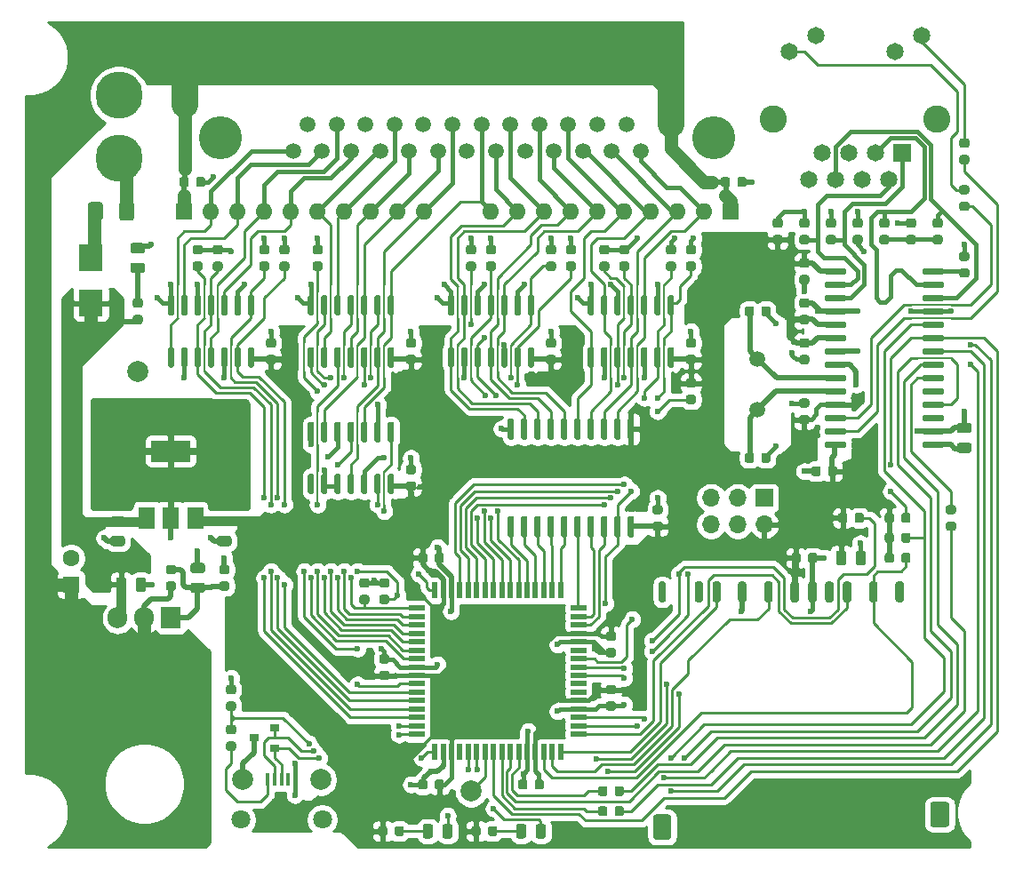
<source format=gtl>
G04 #@! TF.GenerationSoftware,KiCad,Pcbnew,(5.1.6)-1*
G04 #@! TF.CreationDate,2021-05-12T21:13:22-05:00*
G04 #@! TF.ProjectId,scuznet,7363757a-6e65-4742-9e6b-696361645f70,rev?*
G04 #@! TF.SameCoordinates,Original*
G04 #@! TF.FileFunction,Copper,L1,Top*
G04 #@! TF.FilePolarity,Positive*
%FSLAX46Y46*%
G04 Gerber Fmt 4.6, Leading zero omitted, Abs format (unit mm)*
G04 Created by KiCad (PCBNEW (5.1.6)-1) date 2021-05-12 21:13:22*
%MOMM*%
%LPD*%
G01*
G04 APERTURE LIST*
G04 #@! TA.AperFunction,ComponentPad*
%ADD10C,4.100000*%
G04 #@! TD*
G04 #@! TA.AperFunction,ComponentPad*
%ADD11C,1.500000*%
G04 #@! TD*
G04 #@! TA.AperFunction,ComponentPad*
%ADD12C,4.500000*%
G04 #@! TD*
G04 #@! TA.AperFunction,ComponentPad*
%ADD13O,1.700000X1.700000*%
G04 #@! TD*
G04 #@! TA.AperFunction,ComponentPad*
%ADD14R,1.700000X1.700000*%
G04 #@! TD*
G04 #@! TA.AperFunction,ComponentPad*
%ADD15R,1.905000X2.000000*%
G04 #@! TD*
G04 #@! TA.AperFunction,ComponentPad*
%ADD16O,1.905000X2.000000*%
G04 #@! TD*
G04 #@! TA.AperFunction,SMDPad,CuDef*
%ADD17R,1.500000X2.000000*%
G04 #@! TD*
G04 #@! TA.AperFunction,SMDPad,CuDef*
%ADD18R,3.800000X2.000000*%
G04 #@! TD*
G04 #@! TA.AperFunction,ComponentPad*
%ADD19C,1.800000*%
G04 #@! TD*
G04 #@! TA.AperFunction,ComponentPad*
%ADD20C,2.000000*%
G04 #@! TD*
G04 #@! TA.AperFunction,SMDPad,CuDef*
%ADD21R,0.450000X1.300000*%
G04 #@! TD*
G04 #@! TA.AperFunction,SMDPad,CuDef*
%ADD22R,0.900000X0.800000*%
G04 #@! TD*
G04 #@! TA.AperFunction,ComponentPad*
%ADD23R,1.651000X1.651000*%
G04 #@! TD*
G04 #@! TA.AperFunction,ComponentPad*
%ADD24C,1.651000*%
G04 #@! TD*
G04 #@! TA.AperFunction,ComponentPad*
%ADD25C,2.600000*%
G04 #@! TD*
G04 #@! TA.AperFunction,SMDPad,CuDef*
%ADD26R,1.500000X0.550000*%
G04 #@! TD*
G04 #@! TA.AperFunction,SMDPad,CuDef*
%ADD27R,0.550000X1.500000*%
G04 #@! TD*
G04 #@! TA.AperFunction,ComponentPad*
%ADD28O,1.600000X1.600000*%
G04 #@! TD*
G04 #@! TA.AperFunction,ComponentPad*
%ADD29R,1.600000X1.600000*%
G04 #@! TD*
G04 #@! TA.AperFunction,SMDPad,CuDef*
%ADD30R,2.300000X2.500000*%
G04 #@! TD*
G04 #@! TA.AperFunction,ComponentPad*
%ADD31C,1.600000*%
G04 #@! TD*
G04 #@! TA.AperFunction,ViaPad*
%ADD32C,0.600000*%
G04 #@! TD*
G04 #@! TA.AperFunction,Conductor*
%ADD33C,0.254000*%
G04 #@! TD*
G04 #@! TA.AperFunction,Conductor*
%ADD34C,0.406400*%
G04 #@! TD*
G04 #@! TA.AperFunction,Conductor*
%ADD35C,0.203200*%
G04 #@! TD*
G04 #@! TA.AperFunction,Conductor*
%ADD36C,0.508000*%
G04 #@! TD*
G04 #@! TA.AperFunction,Conductor*
%ADD37C,1.270000*%
G04 #@! TD*
G04 #@! TA.AperFunction,Conductor*
%ADD38C,2.540000*%
G04 #@! TD*
G04 #@! TA.AperFunction,Conductor*
%ADD39C,0.889000*%
G04 #@! TD*
G04 #@! TA.AperFunction,Conductor*
%ADD40C,0.304800*%
G04 #@! TD*
%ADD41C,0.508000*%
G04 APERTURE END LIST*
G04 #@! TA.AperFunction,SMDPad,CuDef*
G36*
G01*
X106965000Y-137538750D02*
X106965000Y-138051250D01*
G75*
G02*
X106746250Y-138270000I-218750J0D01*
G01*
X106308750Y-138270000D01*
G75*
G02*
X106090000Y-138051250I0J218750D01*
G01*
X106090000Y-137538750D01*
G75*
G02*
X106308750Y-137320000I218750J0D01*
G01*
X106746250Y-137320000D01*
G75*
G02*
X106965000Y-137538750I0J-218750D01*
G01*
G37*
G04 #@! TD.AperFunction*
G04 #@! TA.AperFunction,SMDPad,CuDef*
G36*
G01*
X108540000Y-137538750D02*
X108540000Y-138051250D01*
G75*
G02*
X108321250Y-138270000I-218750J0D01*
G01*
X107883750Y-138270000D01*
G75*
G02*
X107665000Y-138051250I0J218750D01*
G01*
X107665000Y-137538750D01*
G75*
G02*
X107883750Y-137320000I218750J0D01*
G01*
X108321250Y-137320000D01*
G75*
G02*
X108540000Y-137538750I0J-218750D01*
G01*
G37*
G04 #@! TD.AperFunction*
G04 #@! TA.AperFunction,SMDPad,CuDef*
G36*
G01*
X111310000Y-137338750D02*
X111310000Y-138251250D01*
G75*
G02*
X111066250Y-138495000I-243750J0D01*
G01*
X110578750Y-138495000D01*
G75*
G02*
X110335000Y-138251250I0J243750D01*
G01*
X110335000Y-137338750D01*
G75*
G02*
X110578750Y-137095000I243750J0D01*
G01*
X111066250Y-137095000D01*
G75*
G02*
X111310000Y-137338750I0J-243750D01*
G01*
G37*
G04 #@! TD.AperFunction*
G04 #@! TA.AperFunction,SMDPad,CuDef*
G36*
G01*
X113185000Y-137338750D02*
X113185000Y-138251250D01*
G75*
G02*
X112941250Y-138495000I-243750J0D01*
G01*
X112453750Y-138495000D01*
G75*
G02*
X112210000Y-138251250I0J243750D01*
G01*
X112210000Y-137338750D01*
G75*
G02*
X112453750Y-137095000I243750J0D01*
G01*
X112941250Y-137095000D01*
G75*
G02*
X113185000Y-137338750I0J-243750D01*
G01*
G37*
G04 #@! TD.AperFunction*
D10*
X129180000Y-71730000D03*
X82140000Y-71730000D03*
D11*
X120840000Y-70460000D03*
X118080000Y-70460000D03*
X115320000Y-70460000D03*
X112560000Y-70460000D03*
X109800000Y-70460000D03*
X107040000Y-70460000D03*
X104280000Y-70460000D03*
X101520000Y-70460000D03*
X98760000Y-70460000D03*
X96000000Y-70460000D03*
X93240000Y-70460000D03*
X90480000Y-70460000D03*
X122220000Y-73000000D03*
X119460000Y-73000000D03*
X116700000Y-73000000D03*
X113940000Y-73000000D03*
X111180000Y-73000000D03*
X108420000Y-73000000D03*
X105660000Y-73000000D03*
X102900000Y-73000000D03*
X100140000Y-73000000D03*
X97380000Y-73000000D03*
X94620000Y-73000000D03*
X91860000Y-73000000D03*
X89100000Y-73000000D03*
D12*
X72500000Y-73700000D03*
X72500000Y-67700000D03*
D13*
X128905000Y-108585000D03*
X128905000Y-106045000D03*
X131445000Y-108585000D03*
X131445000Y-106045000D03*
X133985000Y-108585000D03*
D14*
X133985000Y-106045000D03*
D15*
X77470000Y-117475000D03*
D16*
X74930000Y-117475000D03*
X72390000Y-117475000D03*
D17*
X75170000Y-107925000D03*
X79770000Y-107925000D03*
X77470000Y-107925000D03*
D18*
X77470000Y-101625000D03*
G04 #@! TA.AperFunction,SMDPad,CuDef*
G36*
G01*
X82928750Y-125445000D02*
X83441250Y-125445000D01*
G75*
G02*
X83660000Y-125663750I0J-218750D01*
G01*
X83660000Y-126101250D01*
G75*
G02*
X83441250Y-126320000I-218750J0D01*
G01*
X82928750Y-126320000D01*
G75*
G02*
X82710000Y-126101250I0J218750D01*
G01*
X82710000Y-125663750D01*
G75*
G02*
X82928750Y-125445000I218750J0D01*
G01*
G37*
G04 #@! TD.AperFunction*
G04 #@! TA.AperFunction,SMDPad,CuDef*
G36*
G01*
X82928750Y-123870000D02*
X83441250Y-123870000D01*
G75*
G02*
X83660000Y-124088750I0J-218750D01*
G01*
X83660000Y-124526250D01*
G75*
G02*
X83441250Y-124745000I-218750J0D01*
G01*
X82928750Y-124745000D01*
G75*
G02*
X82710000Y-124526250I0J218750D01*
G01*
X82710000Y-124088750D01*
G75*
G02*
X82928750Y-123870000I218750J0D01*
G01*
G37*
G04 #@! TD.AperFunction*
G04 #@! TA.AperFunction,SMDPad,CuDef*
G36*
G01*
X82928750Y-129255000D02*
X83441250Y-129255000D01*
G75*
G02*
X83660000Y-129473750I0J-218750D01*
G01*
X83660000Y-129911250D01*
G75*
G02*
X83441250Y-130130000I-218750J0D01*
G01*
X82928750Y-130130000D01*
G75*
G02*
X82710000Y-129911250I0J218750D01*
G01*
X82710000Y-129473750D01*
G75*
G02*
X82928750Y-129255000I218750J0D01*
G01*
G37*
G04 #@! TD.AperFunction*
G04 #@! TA.AperFunction,SMDPad,CuDef*
G36*
G01*
X82928750Y-127680000D02*
X83441250Y-127680000D01*
G75*
G02*
X83660000Y-127898750I0J-218750D01*
G01*
X83660000Y-128336250D01*
G75*
G02*
X83441250Y-128555000I-218750J0D01*
G01*
X82928750Y-128555000D01*
G75*
G02*
X82710000Y-128336250I0J218750D01*
G01*
X82710000Y-127898750D01*
G75*
G02*
X82928750Y-127680000I218750J0D01*
G01*
G37*
G04 #@! TD.AperFunction*
D19*
X91875000Y-136700000D03*
X84125000Y-136700000D03*
D20*
X91725000Y-132900000D03*
X84275000Y-132900000D03*
D21*
X89300000Y-132850000D03*
X88650000Y-132850000D03*
X88000000Y-132850000D03*
X87350000Y-132850000D03*
X86700000Y-132850000D03*
D22*
X85360000Y-128905000D03*
X87360000Y-127955000D03*
X87360000Y-129855000D03*
G04 #@! TA.AperFunction,SMDPad,CuDef*
G36*
G01*
X149800000Y-137149800D02*
X149800000Y-135250200D01*
G75*
G02*
X150050200Y-135000000I250200J0D01*
G01*
X151349800Y-135000000D01*
G75*
G02*
X151600000Y-135250200I0J-250200D01*
G01*
X151600000Y-137149800D01*
G75*
G02*
X151349800Y-137400000I-250200J0D01*
G01*
X150050200Y-137400000D01*
G75*
G02*
X149800000Y-137149800I0J250200D01*
G01*
G37*
G04 #@! TD.AperFunction*
G04 #@! TA.AperFunction,SMDPad,CuDef*
G36*
G01*
X123400000Y-138350100D02*
X123400000Y-136449900D01*
G75*
G02*
X123649900Y-136200000I249900J0D01*
G01*
X124850100Y-136200000D01*
G75*
G02*
X125100000Y-136449900I0J-249900D01*
G01*
X125100000Y-138350100D01*
G75*
G02*
X124850100Y-138600000I-249900J0D01*
G01*
X123649900Y-138600000D01*
G75*
G02*
X123400000Y-138350100I0J249900D01*
G01*
G37*
G04 #@! TD.AperFunction*
G04 #@! TA.AperFunction,SMDPad,CuDef*
G36*
G01*
X123910000Y-115750100D02*
X123910000Y-114249900D01*
G75*
G02*
X124159900Y-114000000I249900J0D01*
G01*
X124360100Y-114000000D01*
G75*
G02*
X124610000Y-114249900I0J-249900D01*
G01*
X124610000Y-115750100D01*
G75*
G02*
X124360100Y-116000000I-249900J0D01*
G01*
X124159900Y-116000000D01*
G75*
G02*
X123910000Y-115750100I0J249900D01*
G01*
G37*
G04 #@! TD.AperFunction*
G04 #@! TA.AperFunction,SMDPad,CuDef*
G36*
G01*
X127350000Y-115749600D02*
X127350000Y-114250400D01*
G75*
G02*
X127600400Y-114000000I250400J0D01*
G01*
X127899600Y-114000000D01*
G75*
G02*
X128150000Y-114250400I0J-250400D01*
G01*
X128150000Y-115749600D01*
G75*
G02*
X127899600Y-116000000I-250400J0D01*
G01*
X127600400Y-116000000D01*
G75*
G02*
X127350000Y-115749600I0J250400D01*
G01*
G37*
G04 #@! TD.AperFunction*
G04 #@! TA.AperFunction,SMDPad,CuDef*
G36*
G01*
X129050000Y-115749600D02*
X129050000Y-114250400D01*
G75*
G02*
X129300400Y-114000000I250400J0D01*
G01*
X129599600Y-114000000D01*
G75*
G02*
X129850000Y-114250400I0J-250400D01*
G01*
X129850000Y-115749600D01*
G75*
G02*
X129599600Y-116000000I-250400J0D01*
G01*
X129300400Y-116000000D01*
G75*
G02*
X129050000Y-115749600I0J250400D01*
G01*
G37*
G04 #@! TD.AperFunction*
G04 #@! TA.AperFunction,SMDPad,CuDef*
G36*
G01*
X131480000Y-115749600D02*
X131480000Y-114250400D01*
G75*
G02*
X131730400Y-114000000I250400J0D01*
G01*
X132029600Y-114000000D01*
G75*
G02*
X132280000Y-114250400I0J-250400D01*
G01*
X132280000Y-115749600D01*
G75*
G02*
X132029600Y-116000000I-250400J0D01*
G01*
X131730400Y-116000000D01*
G75*
G02*
X131480000Y-115749600I0J250400D01*
G01*
G37*
G04 #@! TD.AperFunction*
G04 #@! TA.AperFunction,SMDPad,CuDef*
G36*
G01*
X133980000Y-115749600D02*
X133980000Y-114250400D01*
G75*
G02*
X134230400Y-114000000I250400J0D01*
G01*
X134529600Y-114000000D01*
G75*
G02*
X134780000Y-114250400I0J-250400D01*
G01*
X134780000Y-115749600D01*
G75*
G02*
X134529600Y-116000000I-250400J0D01*
G01*
X134230400Y-116000000D01*
G75*
G02*
X133980000Y-115749600I0J250400D01*
G01*
G37*
G04 #@! TD.AperFunction*
G04 #@! TA.AperFunction,SMDPad,CuDef*
G36*
G01*
X136480000Y-115749600D02*
X136480000Y-114250400D01*
G75*
G02*
X136730400Y-114000000I250400J0D01*
G01*
X137029600Y-114000000D01*
G75*
G02*
X137280000Y-114250400I0J-250400D01*
G01*
X137280000Y-115749600D01*
G75*
G02*
X137029600Y-116000000I-250400J0D01*
G01*
X136730400Y-116000000D01*
G75*
G02*
X136480000Y-115749600I0J250400D01*
G01*
G37*
G04 #@! TD.AperFunction*
G04 #@! TA.AperFunction,SMDPad,CuDef*
G36*
G01*
X138180000Y-115749600D02*
X138180000Y-114250400D01*
G75*
G02*
X138430400Y-114000000I250400J0D01*
G01*
X138729600Y-114000000D01*
G75*
G02*
X138980000Y-114250400I0J-250400D01*
G01*
X138980000Y-115749600D01*
G75*
G02*
X138729600Y-116000000I-250400J0D01*
G01*
X138430400Y-116000000D01*
G75*
G02*
X138180000Y-115749600I0J250400D01*
G01*
G37*
G04 #@! TD.AperFunction*
G04 #@! TA.AperFunction,SMDPad,CuDef*
G36*
G01*
X139780000Y-115749600D02*
X139780000Y-114250400D01*
G75*
G02*
X140030400Y-114000000I250400J0D01*
G01*
X140329600Y-114000000D01*
G75*
G02*
X140580000Y-114250400I0J-250400D01*
G01*
X140580000Y-115749600D01*
G75*
G02*
X140329600Y-116000000I-250400J0D01*
G01*
X140030400Y-116000000D01*
G75*
G02*
X139780000Y-115749600I0J250400D01*
G01*
G37*
G04 #@! TD.AperFunction*
G04 #@! TA.AperFunction,SMDPad,CuDef*
G36*
G01*
X141480000Y-115749600D02*
X141480000Y-114250400D01*
G75*
G02*
X141730400Y-114000000I250400J0D01*
G01*
X142029600Y-114000000D01*
G75*
G02*
X142280000Y-114250400I0J-250400D01*
G01*
X142280000Y-115749600D01*
G75*
G02*
X142029600Y-116000000I-250400J0D01*
G01*
X141730400Y-116000000D01*
G75*
G02*
X141480000Y-115749600I0J250400D01*
G01*
G37*
G04 #@! TD.AperFunction*
G04 #@! TA.AperFunction,SMDPad,CuDef*
G36*
G01*
X143980000Y-115749600D02*
X143980000Y-114250400D01*
G75*
G02*
X144230400Y-114000000I250400J0D01*
G01*
X144529600Y-114000000D01*
G75*
G02*
X144780000Y-114250400I0J-250400D01*
G01*
X144780000Y-115749600D01*
G75*
G02*
X144529600Y-116000000I-250400J0D01*
G01*
X144230400Y-116000000D01*
G75*
G02*
X143980000Y-115749600I0J250400D01*
G01*
G37*
G04 #@! TD.AperFunction*
G04 #@! TA.AperFunction,SMDPad,CuDef*
G36*
G01*
X146480000Y-115749600D02*
X146480000Y-114250400D01*
G75*
G02*
X146730400Y-114000000I250400J0D01*
G01*
X147029600Y-114000000D01*
G75*
G02*
X147280000Y-114250400I0J-250400D01*
G01*
X147280000Y-115749600D01*
G75*
G02*
X147029600Y-116000000I-250400J0D01*
G01*
X146730400Y-116000000D01*
G75*
G02*
X146480000Y-115749600I0J250400D01*
G01*
G37*
G04 #@! TD.AperFunction*
D23*
X147100000Y-73200000D03*
D24*
X145830000Y-75740000D03*
X144560000Y-73200000D03*
X143290000Y-75740000D03*
X142020000Y-73200000D03*
X140750000Y-75740000D03*
X139480000Y-73200000D03*
X138210000Y-75740000D03*
X136330000Y-63480000D03*
X138870000Y-61960000D03*
X146440000Y-63480000D03*
X148980000Y-61960000D03*
D25*
X150430000Y-69910000D03*
X134880000Y-69910000D03*
G04 #@! TA.AperFunction,SMDPad,CuDef*
G36*
G01*
X121135000Y-107765000D02*
X121435000Y-107765000D01*
G75*
G02*
X121585000Y-107915000I0J-150000D01*
G01*
X121585000Y-109665000D01*
G75*
G02*
X121435000Y-109815000I-150000J0D01*
G01*
X121135000Y-109815000D01*
G75*
G02*
X120985000Y-109665000I0J150000D01*
G01*
X120985000Y-107915000D01*
G75*
G02*
X121135000Y-107765000I150000J0D01*
G01*
G37*
G04 #@! TD.AperFunction*
G04 #@! TA.AperFunction,SMDPad,CuDef*
G36*
G01*
X119865000Y-107765000D02*
X120165000Y-107765000D01*
G75*
G02*
X120315000Y-107915000I0J-150000D01*
G01*
X120315000Y-109665000D01*
G75*
G02*
X120165000Y-109815000I-150000J0D01*
G01*
X119865000Y-109815000D01*
G75*
G02*
X119715000Y-109665000I0J150000D01*
G01*
X119715000Y-107915000D01*
G75*
G02*
X119865000Y-107765000I150000J0D01*
G01*
G37*
G04 #@! TD.AperFunction*
G04 #@! TA.AperFunction,SMDPad,CuDef*
G36*
G01*
X118595000Y-107765000D02*
X118895000Y-107765000D01*
G75*
G02*
X119045000Y-107915000I0J-150000D01*
G01*
X119045000Y-109665000D01*
G75*
G02*
X118895000Y-109815000I-150000J0D01*
G01*
X118595000Y-109815000D01*
G75*
G02*
X118445000Y-109665000I0J150000D01*
G01*
X118445000Y-107915000D01*
G75*
G02*
X118595000Y-107765000I150000J0D01*
G01*
G37*
G04 #@! TD.AperFunction*
G04 #@! TA.AperFunction,SMDPad,CuDef*
G36*
G01*
X117325000Y-107765000D02*
X117625000Y-107765000D01*
G75*
G02*
X117775000Y-107915000I0J-150000D01*
G01*
X117775000Y-109665000D01*
G75*
G02*
X117625000Y-109815000I-150000J0D01*
G01*
X117325000Y-109815000D01*
G75*
G02*
X117175000Y-109665000I0J150000D01*
G01*
X117175000Y-107915000D01*
G75*
G02*
X117325000Y-107765000I150000J0D01*
G01*
G37*
G04 #@! TD.AperFunction*
G04 #@! TA.AperFunction,SMDPad,CuDef*
G36*
G01*
X116055000Y-107765000D02*
X116355000Y-107765000D01*
G75*
G02*
X116505000Y-107915000I0J-150000D01*
G01*
X116505000Y-109665000D01*
G75*
G02*
X116355000Y-109815000I-150000J0D01*
G01*
X116055000Y-109815000D01*
G75*
G02*
X115905000Y-109665000I0J150000D01*
G01*
X115905000Y-107915000D01*
G75*
G02*
X116055000Y-107765000I150000J0D01*
G01*
G37*
G04 #@! TD.AperFunction*
G04 #@! TA.AperFunction,SMDPad,CuDef*
G36*
G01*
X114785000Y-107765000D02*
X115085000Y-107765000D01*
G75*
G02*
X115235000Y-107915000I0J-150000D01*
G01*
X115235000Y-109665000D01*
G75*
G02*
X115085000Y-109815000I-150000J0D01*
G01*
X114785000Y-109815000D01*
G75*
G02*
X114635000Y-109665000I0J150000D01*
G01*
X114635000Y-107915000D01*
G75*
G02*
X114785000Y-107765000I150000J0D01*
G01*
G37*
G04 #@! TD.AperFunction*
G04 #@! TA.AperFunction,SMDPad,CuDef*
G36*
G01*
X113515000Y-107765000D02*
X113815000Y-107765000D01*
G75*
G02*
X113965000Y-107915000I0J-150000D01*
G01*
X113965000Y-109665000D01*
G75*
G02*
X113815000Y-109815000I-150000J0D01*
G01*
X113515000Y-109815000D01*
G75*
G02*
X113365000Y-109665000I0J150000D01*
G01*
X113365000Y-107915000D01*
G75*
G02*
X113515000Y-107765000I150000J0D01*
G01*
G37*
G04 #@! TD.AperFunction*
G04 #@! TA.AperFunction,SMDPad,CuDef*
G36*
G01*
X112245000Y-107765000D02*
X112545000Y-107765000D01*
G75*
G02*
X112695000Y-107915000I0J-150000D01*
G01*
X112695000Y-109665000D01*
G75*
G02*
X112545000Y-109815000I-150000J0D01*
G01*
X112245000Y-109815000D01*
G75*
G02*
X112095000Y-109665000I0J150000D01*
G01*
X112095000Y-107915000D01*
G75*
G02*
X112245000Y-107765000I150000J0D01*
G01*
G37*
G04 #@! TD.AperFunction*
G04 #@! TA.AperFunction,SMDPad,CuDef*
G36*
G01*
X110975000Y-107765000D02*
X111275000Y-107765000D01*
G75*
G02*
X111425000Y-107915000I0J-150000D01*
G01*
X111425000Y-109665000D01*
G75*
G02*
X111275000Y-109815000I-150000J0D01*
G01*
X110975000Y-109815000D01*
G75*
G02*
X110825000Y-109665000I0J150000D01*
G01*
X110825000Y-107915000D01*
G75*
G02*
X110975000Y-107765000I150000J0D01*
G01*
G37*
G04 #@! TD.AperFunction*
G04 #@! TA.AperFunction,SMDPad,CuDef*
G36*
G01*
X109705000Y-107765000D02*
X110005000Y-107765000D01*
G75*
G02*
X110155000Y-107915000I0J-150000D01*
G01*
X110155000Y-109665000D01*
G75*
G02*
X110005000Y-109815000I-150000J0D01*
G01*
X109705000Y-109815000D01*
G75*
G02*
X109555000Y-109665000I0J150000D01*
G01*
X109555000Y-107915000D01*
G75*
G02*
X109705000Y-107765000I150000J0D01*
G01*
G37*
G04 #@! TD.AperFunction*
G04 #@! TA.AperFunction,SMDPad,CuDef*
G36*
G01*
X109705000Y-98465000D02*
X110005000Y-98465000D01*
G75*
G02*
X110155000Y-98615000I0J-150000D01*
G01*
X110155000Y-100365000D01*
G75*
G02*
X110005000Y-100515000I-150000J0D01*
G01*
X109705000Y-100515000D01*
G75*
G02*
X109555000Y-100365000I0J150000D01*
G01*
X109555000Y-98615000D01*
G75*
G02*
X109705000Y-98465000I150000J0D01*
G01*
G37*
G04 #@! TD.AperFunction*
G04 #@! TA.AperFunction,SMDPad,CuDef*
G36*
G01*
X110975000Y-98465000D02*
X111275000Y-98465000D01*
G75*
G02*
X111425000Y-98615000I0J-150000D01*
G01*
X111425000Y-100365000D01*
G75*
G02*
X111275000Y-100515000I-150000J0D01*
G01*
X110975000Y-100515000D01*
G75*
G02*
X110825000Y-100365000I0J150000D01*
G01*
X110825000Y-98615000D01*
G75*
G02*
X110975000Y-98465000I150000J0D01*
G01*
G37*
G04 #@! TD.AperFunction*
G04 #@! TA.AperFunction,SMDPad,CuDef*
G36*
G01*
X112245000Y-98465000D02*
X112545000Y-98465000D01*
G75*
G02*
X112695000Y-98615000I0J-150000D01*
G01*
X112695000Y-100365000D01*
G75*
G02*
X112545000Y-100515000I-150000J0D01*
G01*
X112245000Y-100515000D01*
G75*
G02*
X112095000Y-100365000I0J150000D01*
G01*
X112095000Y-98615000D01*
G75*
G02*
X112245000Y-98465000I150000J0D01*
G01*
G37*
G04 #@! TD.AperFunction*
G04 #@! TA.AperFunction,SMDPad,CuDef*
G36*
G01*
X113515000Y-98465000D02*
X113815000Y-98465000D01*
G75*
G02*
X113965000Y-98615000I0J-150000D01*
G01*
X113965000Y-100365000D01*
G75*
G02*
X113815000Y-100515000I-150000J0D01*
G01*
X113515000Y-100515000D01*
G75*
G02*
X113365000Y-100365000I0J150000D01*
G01*
X113365000Y-98615000D01*
G75*
G02*
X113515000Y-98465000I150000J0D01*
G01*
G37*
G04 #@! TD.AperFunction*
G04 #@! TA.AperFunction,SMDPad,CuDef*
G36*
G01*
X114785000Y-98465000D02*
X115085000Y-98465000D01*
G75*
G02*
X115235000Y-98615000I0J-150000D01*
G01*
X115235000Y-100365000D01*
G75*
G02*
X115085000Y-100515000I-150000J0D01*
G01*
X114785000Y-100515000D01*
G75*
G02*
X114635000Y-100365000I0J150000D01*
G01*
X114635000Y-98615000D01*
G75*
G02*
X114785000Y-98465000I150000J0D01*
G01*
G37*
G04 #@! TD.AperFunction*
G04 #@! TA.AperFunction,SMDPad,CuDef*
G36*
G01*
X116055000Y-98465000D02*
X116355000Y-98465000D01*
G75*
G02*
X116505000Y-98615000I0J-150000D01*
G01*
X116505000Y-100365000D01*
G75*
G02*
X116355000Y-100515000I-150000J0D01*
G01*
X116055000Y-100515000D01*
G75*
G02*
X115905000Y-100365000I0J150000D01*
G01*
X115905000Y-98615000D01*
G75*
G02*
X116055000Y-98465000I150000J0D01*
G01*
G37*
G04 #@! TD.AperFunction*
G04 #@! TA.AperFunction,SMDPad,CuDef*
G36*
G01*
X117325000Y-98465000D02*
X117625000Y-98465000D01*
G75*
G02*
X117775000Y-98615000I0J-150000D01*
G01*
X117775000Y-100365000D01*
G75*
G02*
X117625000Y-100515000I-150000J0D01*
G01*
X117325000Y-100515000D01*
G75*
G02*
X117175000Y-100365000I0J150000D01*
G01*
X117175000Y-98615000D01*
G75*
G02*
X117325000Y-98465000I150000J0D01*
G01*
G37*
G04 #@! TD.AperFunction*
G04 #@! TA.AperFunction,SMDPad,CuDef*
G36*
G01*
X118595000Y-98465000D02*
X118895000Y-98465000D01*
G75*
G02*
X119045000Y-98615000I0J-150000D01*
G01*
X119045000Y-100365000D01*
G75*
G02*
X118895000Y-100515000I-150000J0D01*
G01*
X118595000Y-100515000D01*
G75*
G02*
X118445000Y-100365000I0J150000D01*
G01*
X118445000Y-98615000D01*
G75*
G02*
X118595000Y-98465000I150000J0D01*
G01*
G37*
G04 #@! TD.AperFunction*
G04 #@! TA.AperFunction,SMDPad,CuDef*
G36*
G01*
X119865000Y-98465000D02*
X120165000Y-98465000D01*
G75*
G02*
X120315000Y-98615000I0J-150000D01*
G01*
X120315000Y-100365000D01*
G75*
G02*
X120165000Y-100515000I-150000J0D01*
G01*
X119865000Y-100515000D01*
G75*
G02*
X119715000Y-100365000I0J150000D01*
G01*
X119715000Y-98615000D01*
G75*
G02*
X119865000Y-98465000I150000J0D01*
G01*
G37*
G04 #@! TD.AperFunction*
G04 #@! TA.AperFunction,SMDPad,CuDef*
G36*
G01*
X121135000Y-98465000D02*
X121435000Y-98465000D01*
G75*
G02*
X121585000Y-98615000I0J-150000D01*
G01*
X121585000Y-100365000D01*
G75*
G02*
X121435000Y-100515000I-150000J0D01*
G01*
X121135000Y-100515000D01*
G75*
G02*
X120985000Y-100365000I0J150000D01*
G01*
X120985000Y-98615000D01*
G75*
G02*
X121135000Y-98465000I150000J0D01*
G01*
G37*
G04 #@! TD.AperFunction*
D11*
X133350000Y-97663000D03*
X133350000Y-92783000D03*
G04 #@! TA.AperFunction,SMDPad,CuDef*
G36*
G01*
X141790000Y-100815000D02*
X141790000Y-101115000D01*
G75*
G02*
X141640000Y-101265000I-150000J0D01*
G01*
X139890000Y-101265000D01*
G75*
G02*
X139740000Y-101115000I0J150000D01*
G01*
X139740000Y-100815000D01*
G75*
G02*
X139890000Y-100665000I150000J0D01*
G01*
X141640000Y-100665000D01*
G75*
G02*
X141790000Y-100815000I0J-150000D01*
G01*
G37*
G04 #@! TD.AperFunction*
G04 #@! TA.AperFunction,SMDPad,CuDef*
G36*
G01*
X141790000Y-99545000D02*
X141790000Y-99845000D01*
G75*
G02*
X141640000Y-99995000I-150000J0D01*
G01*
X139890000Y-99995000D01*
G75*
G02*
X139740000Y-99845000I0J150000D01*
G01*
X139740000Y-99545000D01*
G75*
G02*
X139890000Y-99395000I150000J0D01*
G01*
X141640000Y-99395000D01*
G75*
G02*
X141790000Y-99545000I0J-150000D01*
G01*
G37*
G04 #@! TD.AperFunction*
G04 #@! TA.AperFunction,SMDPad,CuDef*
G36*
G01*
X141790000Y-98275000D02*
X141790000Y-98575000D01*
G75*
G02*
X141640000Y-98725000I-150000J0D01*
G01*
X139890000Y-98725000D01*
G75*
G02*
X139740000Y-98575000I0J150000D01*
G01*
X139740000Y-98275000D01*
G75*
G02*
X139890000Y-98125000I150000J0D01*
G01*
X141640000Y-98125000D01*
G75*
G02*
X141790000Y-98275000I0J-150000D01*
G01*
G37*
G04 #@! TD.AperFunction*
G04 #@! TA.AperFunction,SMDPad,CuDef*
G36*
G01*
X141790000Y-97005000D02*
X141790000Y-97305000D01*
G75*
G02*
X141640000Y-97455000I-150000J0D01*
G01*
X139890000Y-97455000D01*
G75*
G02*
X139740000Y-97305000I0J150000D01*
G01*
X139740000Y-97005000D01*
G75*
G02*
X139890000Y-96855000I150000J0D01*
G01*
X141640000Y-96855000D01*
G75*
G02*
X141790000Y-97005000I0J-150000D01*
G01*
G37*
G04 #@! TD.AperFunction*
G04 #@! TA.AperFunction,SMDPad,CuDef*
G36*
G01*
X141790000Y-95735000D02*
X141790000Y-96035000D01*
G75*
G02*
X141640000Y-96185000I-150000J0D01*
G01*
X139890000Y-96185000D01*
G75*
G02*
X139740000Y-96035000I0J150000D01*
G01*
X139740000Y-95735000D01*
G75*
G02*
X139890000Y-95585000I150000J0D01*
G01*
X141640000Y-95585000D01*
G75*
G02*
X141790000Y-95735000I0J-150000D01*
G01*
G37*
G04 #@! TD.AperFunction*
G04 #@! TA.AperFunction,SMDPad,CuDef*
G36*
G01*
X141790000Y-94465000D02*
X141790000Y-94765000D01*
G75*
G02*
X141640000Y-94915000I-150000J0D01*
G01*
X139890000Y-94915000D01*
G75*
G02*
X139740000Y-94765000I0J150000D01*
G01*
X139740000Y-94465000D01*
G75*
G02*
X139890000Y-94315000I150000J0D01*
G01*
X141640000Y-94315000D01*
G75*
G02*
X141790000Y-94465000I0J-150000D01*
G01*
G37*
G04 #@! TD.AperFunction*
G04 #@! TA.AperFunction,SMDPad,CuDef*
G36*
G01*
X141790000Y-93195000D02*
X141790000Y-93495000D01*
G75*
G02*
X141640000Y-93645000I-150000J0D01*
G01*
X139890000Y-93645000D01*
G75*
G02*
X139740000Y-93495000I0J150000D01*
G01*
X139740000Y-93195000D01*
G75*
G02*
X139890000Y-93045000I150000J0D01*
G01*
X141640000Y-93045000D01*
G75*
G02*
X141790000Y-93195000I0J-150000D01*
G01*
G37*
G04 #@! TD.AperFunction*
G04 #@! TA.AperFunction,SMDPad,CuDef*
G36*
G01*
X141790000Y-91925000D02*
X141790000Y-92225000D01*
G75*
G02*
X141640000Y-92375000I-150000J0D01*
G01*
X139890000Y-92375000D01*
G75*
G02*
X139740000Y-92225000I0J150000D01*
G01*
X139740000Y-91925000D01*
G75*
G02*
X139890000Y-91775000I150000J0D01*
G01*
X141640000Y-91775000D01*
G75*
G02*
X141790000Y-91925000I0J-150000D01*
G01*
G37*
G04 #@! TD.AperFunction*
G04 #@! TA.AperFunction,SMDPad,CuDef*
G36*
G01*
X141790000Y-90655000D02*
X141790000Y-90955000D01*
G75*
G02*
X141640000Y-91105000I-150000J0D01*
G01*
X139890000Y-91105000D01*
G75*
G02*
X139740000Y-90955000I0J150000D01*
G01*
X139740000Y-90655000D01*
G75*
G02*
X139890000Y-90505000I150000J0D01*
G01*
X141640000Y-90505000D01*
G75*
G02*
X141790000Y-90655000I0J-150000D01*
G01*
G37*
G04 #@! TD.AperFunction*
G04 #@! TA.AperFunction,SMDPad,CuDef*
G36*
G01*
X141790000Y-89385000D02*
X141790000Y-89685000D01*
G75*
G02*
X141640000Y-89835000I-150000J0D01*
G01*
X139890000Y-89835000D01*
G75*
G02*
X139740000Y-89685000I0J150000D01*
G01*
X139740000Y-89385000D01*
G75*
G02*
X139890000Y-89235000I150000J0D01*
G01*
X141640000Y-89235000D01*
G75*
G02*
X141790000Y-89385000I0J-150000D01*
G01*
G37*
G04 #@! TD.AperFunction*
G04 #@! TA.AperFunction,SMDPad,CuDef*
G36*
G01*
X141790000Y-88115000D02*
X141790000Y-88415000D01*
G75*
G02*
X141640000Y-88565000I-150000J0D01*
G01*
X139890000Y-88565000D01*
G75*
G02*
X139740000Y-88415000I0J150000D01*
G01*
X139740000Y-88115000D01*
G75*
G02*
X139890000Y-87965000I150000J0D01*
G01*
X141640000Y-87965000D01*
G75*
G02*
X141790000Y-88115000I0J-150000D01*
G01*
G37*
G04 #@! TD.AperFunction*
G04 #@! TA.AperFunction,SMDPad,CuDef*
G36*
G01*
X141790000Y-86845000D02*
X141790000Y-87145000D01*
G75*
G02*
X141640000Y-87295000I-150000J0D01*
G01*
X139890000Y-87295000D01*
G75*
G02*
X139740000Y-87145000I0J150000D01*
G01*
X139740000Y-86845000D01*
G75*
G02*
X139890000Y-86695000I150000J0D01*
G01*
X141640000Y-86695000D01*
G75*
G02*
X141790000Y-86845000I0J-150000D01*
G01*
G37*
G04 #@! TD.AperFunction*
G04 #@! TA.AperFunction,SMDPad,CuDef*
G36*
G01*
X141790000Y-85575000D02*
X141790000Y-85875000D01*
G75*
G02*
X141640000Y-86025000I-150000J0D01*
G01*
X139890000Y-86025000D01*
G75*
G02*
X139740000Y-85875000I0J150000D01*
G01*
X139740000Y-85575000D01*
G75*
G02*
X139890000Y-85425000I150000J0D01*
G01*
X141640000Y-85425000D01*
G75*
G02*
X141790000Y-85575000I0J-150000D01*
G01*
G37*
G04 #@! TD.AperFunction*
G04 #@! TA.AperFunction,SMDPad,CuDef*
G36*
G01*
X141790000Y-84305000D02*
X141790000Y-84605000D01*
G75*
G02*
X141640000Y-84755000I-150000J0D01*
G01*
X139890000Y-84755000D01*
G75*
G02*
X139740000Y-84605000I0J150000D01*
G01*
X139740000Y-84305000D01*
G75*
G02*
X139890000Y-84155000I150000J0D01*
G01*
X141640000Y-84155000D01*
G75*
G02*
X141790000Y-84305000I0J-150000D01*
G01*
G37*
G04 #@! TD.AperFunction*
G04 #@! TA.AperFunction,SMDPad,CuDef*
G36*
G01*
X151090000Y-84305000D02*
X151090000Y-84605000D01*
G75*
G02*
X150940000Y-84755000I-150000J0D01*
G01*
X149190000Y-84755000D01*
G75*
G02*
X149040000Y-84605000I0J150000D01*
G01*
X149040000Y-84305000D01*
G75*
G02*
X149190000Y-84155000I150000J0D01*
G01*
X150940000Y-84155000D01*
G75*
G02*
X151090000Y-84305000I0J-150000D01*
G01*
G37*
G04 #@! TD.AperFunction*
G04 #@! TA.AperFunction,SMDPad,CuDef*
G36*
G01*
X151090000Y-85575000D02*
X151090000Y-85875000D01*
G75*
G02*
X150940000Y-86025000I-150000J0D01*
G01*
X149190000Y-86025000D01*
G75*
G02*
X149040000Y-85875000I0J150000D01*
G01*
X149040000Y-85575000D01*
G75*
G02*
X149190000Y-85425000I150000J0D01*
G01*
X150940000Y-85425000D01*
G75*
G02*
X151090000Y-85575000I0J-150000D01*
G01*
G37*
G04 #@! TD.AperFunction*
G04 #@! TA.AperFunction,SMDPad,CuDef*
G36*
G01*
X151090000Y-86845000D02*
X151090000Y-87145000D01*
G75*
G02*
X150940000Y-87295000I-150000J0D01*
G01*
X149190000Y-87295000D01*
G75*
G02*
X149040000Y-87145000I0J150000D01*
G01*
X149040000Y-86845000D01*
G75*
G02*
X149190000Y-86695000I150000J0D01*
G01*
X150940000Y-86695000D01*
G75*
G02*
X151090000Y-86845000I0J-150000D01*
G01*
G37*
G04 #@! TD.AperFunction*
G04 #@! TA.AperFunction,SMDPad,CuDef*
G36*
G01*
X151090000Y-88115000D02*
X151090000Y-88415000D01*
G75*
G02*
X150940000Y-88565000I-150000J0D01*
G01*
X149190000Y-88565000D01*
G75*
G02*
X149040000Y-88415000I0J150000D01*
G01*
X149040000Y-88115000D01*
G75*
G02*
X149190000Y-87965000I150000J0D01*
G01*
X150940000Y-87965000D01*
G75*
G02*
X151090000Y-88115000I0J-150000D01*
G01*
G37*
G04 #@! TD.AperFunction*
G04 #@! TA.AperFunction,SMDPad,CuDef*
G36*
G01*
X151090000Y-89385000D02*
X151090000Y-89685000D01*
G75*
G02*
X150940000Y-89835000I-150000J0D01*
G01*
X149190000Y-89835000D01*
G75*
G02*
X149040000Y-89685000I0J150000D01*
G01*
X149040000Y-89385000D01*
G75*
G02*
X149190000Y-89235000I150000J0D01*
G01*
X150940000Y-89235000D01*
G75*
G02*
X151090000Y-89385000I0J-150000D01*
G01*
G37*
G04 #@! TD.AperFunction*
G04 #@! TA.AperFunction,SMDPad,CuDef*
G36*
G01*
X151090000Y-90655000D02*
X151090000Y-90955000D01*
G75*
G02*
X150940000Y-91105000I-150000J0D01*
G01*
X149190000Y-91105000D01*
G75*
G02*
X149040000Y-90955000I0J150000D01*
G01*
X149040000Y-90655000D01*
G75*
G02*
X149190000Y-90505000I150000J0D01*
G01*
X150940000Y-90505000D01*
G75*
G02*
X151090000Y-90655000I0J-150000D01*
G01*
G37*
G04 #@! TD.AperFunction*
G04 #@! TA.AperFunction,SMDPad,CuDef*
G36*
G01*
X151090000Y-91925000D02*
X151090000Y-92225000D01*
G75*
G02*
X150940000Y-92375000I-150000J0D01*
G01*
X149190000Y-92375000D01*
G75*
G02*
X149040000Y-92225000I0J150000D01*
G01*
X149040000Y-91925000D01*
G75*
G02*
X149190000Y-91775000I150000J0D01*
G01*
X150940000Y-91775000D01*
G75*
G02*
X151090000Y-91925000I0J-150000D01*
G01*
G37*
G04 #@! TD.AperFunction*
G04 #@! TA.AperFunction,SMDPad,CuDef*
G36*
G01*
X151090000Y-93195000D02*
X151090000Y-93495000D01*
G75*
G02*
X150940000Y-93645000I-150000J0D01*
G01*
X149190000Y-93645000D01*
G75*
G02*
X149040000Y-93495000I0J150000D01*
G01*
X149040000Y-93195000D01*
G75*
G02*
X149190000Y-93045000I150000J0D01*
G01*
X150940000Y-93045000D01*
G75*
G02*
X151090000Y-93195000I0J-150000D01*
G01*
G37*
G04 #@! TD.AperFunction*
G04 #@! TA.AperFunction,SMDPad,CuDef*
G36*
G01*
X151090000Y-94465000D02*
X151090000Y-94765000D01*
G75*
G02*
X150940000Y-94915000I-150000J0D01*
G01*
X149190000Y-94915000D01*
G75*
G02*
X149040000Y-94765000I0J150000D01*
G01*
X149040000Y-94465000D01*
G75*
G02*
X149190000Y-94315000I150000J0D01*
G01*
X150940000Y-94315000D01*
G75*
G02*
X151090000Y-94465000I0J-150000D01*
G01*
G37*
G04 #@! TD.AperFunction*
G04 #@! TA.AperFunction,SMDPad,CuDef*
G36*
G01*
X151090000Y-95735000D02*
X151090000Y-96035000D01*
G75*
G02*
X150940000Y-96185000I-150000J0D01*
G01*
X149190000Y-96185000D01*
G75*
G02*
X149040000Y-96035000I0J150000D01*
G01*
X149040000Y-95735000D01*
G75*
G02*
X149190000Y-95585000I150000J0D01*
G01*
X150940000Y-95585000D01*
G75*
G02*
X151090000Y-95735000I0J-150000D01*
G01*
G37*
G04 #@! TD.AperFunction*
G04 #@! TA.AperFunction,SMDPad,CuDef*
G36*
G01*
X151090000Y-97005000D02*
X151090000Y-97305000D01*
G75*
G02*
X150940000Y-97455000I-150000J0D01*
G01*
X149190000Y-97455000D01*
G75*
G02*
X149040000Y-97305000I0J150000D01*
G01*
X149040000Y-97005000D01*
G75*
G02*
X149190000Y-96855000I150000J0D01*
G01*
X150940000Y-96855000D01*
G75*
G02*
X151090000Y-97005000I0J-150000D01*
G01*
G37*
G04 #@! TD.AperFunction*
G04 #@! TA.AperFunction,SMDPad,CuDef*
G36*
G01*
X151090000Y-98275000D02*
X151090000Y-98575000D01*
G75*
G02*
X150940000Y-98725000I-150000J0D01*
G01*
X149190000Y-98725000D01*
G75*
G02*
X149040000Y-98575000I0J150000D01*
G01*
X149040000Y-98275000D01*
G75*
G02*
X149190000Y-98125000I150000J0D01*
G01*
X150940000Y-98125000D01*
G75*
G02*
X151090000Y-98275000I0J-150000D01*
G01*
G37*
G04 #@! TD.AperFunction*
G04 #@! TA.AperFunction,SMDPad,CuDef*
G36*
G01*
X151090000Y-99545000D02*
X151090000Y-99845000D01*
G75*
G02*
X150940000Y-99995000I-150000J0D01*
G01*
X149190000Y-99995000D01*
G75*
G02*
X149040000Y-99845000I0J150000D01*
G01*
X149040000Y-99545000D01*
G75*
G02*
X149190000Y-99395000I150000J0D01*
G01*
X150940000Y-99395000D01*
G75*
G02*
X151090000Y-99545000I0J-150000D01*
G01*
G37*
G04 #@! TD.AperFunction*
G04 #@! TA.AperFunction,SMDPad,CuDef*
G36*
G01*
X151090000Y-100815000D02*
X151090000Y-101115000D01*
G75*
G02*
X150940000Y-101265000I-150000J0D01*
G01*
X149190000Y-101265000D01*
G75*
G02*
X149040000Y-101115000I0J150000D01*
G01*
X149040000Y-100815000D01*
G75*
G02*
X149190000Y-100665000I150000J0D01*
G01*
X150940000Y-100665000D01*
G75*
G02*
X151090000Y-100815000I0J-150000D01*
G01*
G37*
G04 #@! TD.AperFunction*
G04 #@! TA.AperFunction,SMDPad,CuDef*
G36*
G01*
X98275000Y-91670000D02*
X98575000Y-91670000D01*
G75*
G02*
X98725000Y-91820000I0J-150000D01*
G01*
X98725000Y-93470000D01*
G75*
G02*
X98575000Y-93620000I-150000J0D01*
G01*
X98275000Y-93620000D01*
G75*
G02*
X98125000Y-93470000I0J150000D01*
G01*
X98125000Y-91820000D01*
G75*
G02*
X98275000Y-91670000I150000J0D01*
G01*
G37*
G04 #@! TD.AperFunction*
G04 #@! TA.AperFunction,SMDPad,CuDef*
G36*
G01*
X97005000Y-91670000D02*
X97305000Y-91670000D01*
G75*
G02*
X97455000Y-91820000I0J-150000D01*
G01*
X97455000Y-93470000D01*
G75*
G02*
X97305000Y-93620000I-150000J0D01*
G01*
X97005000Y-93620000D01*
G75*
G02*
X96855000Y-93470000I0J150000D01*
G01*
X96855000Y-91820000D01*
G75*
G02*
X97005000Y-91670000I150000J0D01*
G01*
G37*
G04 #@! TD.AperFunction*
G04 #@! TA.AperFunction,SMDPad,CuDef*
G36*
G01*
X95735000Y-91670000D02*
X96035000Y-91670000D01*
G75*
G02*
X96185000Y-91820000I0J-150000D01*
G01*
X96185000Y-93470000D01*
G75*
G02*
X96035000Y-93620000I-150000J0D01*
G01*
X95735000Y-93620000D01*
G75*
G02*
X95585000Y-93470000I0J150000D01*
G01*
X95585000Y-91820000D01*
G75*
G02*
X95735000Y-91670000I150000J0D01*
G01*
G37*
G04 #@! TD.AperFunction*
G04 #@! TA.AperFunction,SMDPad,CuDef*
G36*
G01*
X94465000Y-91670000D02*
X94765000Y-91670000D01*
G75*
G02*
X94915000Y-91820000I0J-150000D01*
G01*
X94915000Y-93470000D01*
G75*
G02*
X94765000Y-93620000I-150000J0D01*
G01*
X94465000Y-93620000D01*
G75*
G02*
X94315000Y-93470000I0J150000D01*
G01*
X94315000Y-91820000D01*
G75*
G02*
X94465000Y-91670000I150000J0D01*
G01*
G37*
G04 #@! TD.AperFunction*
G04 #@! TA.AperFunction,SMDPad,CuDef*
G36*
G01*
X93195000Y-91670000D02*
X93495000Y-91670000D01*
G75*
G02*
X93645000Y-91820000I0J-150000D01*
G01*
X93645000Y-93470000D01*
G75*
G02*
X93495000Y-93620000I-150000J0D01*
G01*
X93195000Y-93620000D01*
G75*
G02*
X93045000Y-93470000I0J150000D01*
G01*
X93045000Y-91820000D01*
G75*
G02*
X93195000Y-91670000I150000J0D01*
G01*
G37*
G04 #@! TD.AperFunction*
G04 #@! TA.AperFunction,SMDPad,CuDef*
G36*
G01*
X91925000Y-91670000D02*
X92225000Y-91670000D01*
G75*
G02*
X92375000Y-91820000I0J-150000D01*
G01*
X92375000Y-93470000D01*
G75*
G02*
X92225000Y-93620000I-150000J0D01*
G01*
X91925000Y-93620000D01*
G75*
G02*
X91775000Y-93470000I0J150000D01*
G01*
X91775000Y-91820000D01*
G75*
G02*
X91925000Y-91670000I150000J0D01*
G01*
G37*
G04 #@! TD.AperFunction*
G04 #@! TA.AperFunction,SMDPad,CuDef*
G36*
G01*
X90655000Y-91670000D02*
X90955000Y-91670000D01*
G75*
G02*
X91105000Y-91820000I0J-150000D01*
G01*
X91105000Y-93470000D01*
G75*
G02*
X90955000Y-93620000I-150000J0D01*
G01*
X90655000Y-93620000D01*
G75*
G02*
X90505000Y-93470000I0J150000D01*
G01*
X90505000Y-91820000D01*
G75*
G02*
X90655000Y-91670000I150000J0D01*
G01*
G37*
G04 #@! TD.AperFunction*
G04 #@! TA.AperFunction,SMDPad,CuDef*
G36*
G01*
X90655000Y-86720000D02*
X90955000Y-86720000D01*
G75*
G02*
X91105000Y-86870000I0J-150000D01*
G01*
X91105000Y-88520000D01*
G75*
G02*
X90955000Y-88670000I-150000J0D01*
G01*
X90655000Y-88670000D01*
G75*
G02*
X90505000Y-88520000I0J150000D01*
G01*
X90505000Y-86870000D01*
G75*
G02*
X90655000Y-86720000I150000J0D01*
G01*
G37*
G04 #@! TD.AperFunction*
G04 #@! TA.AperFunction,SMDPad,CuDef*
G36*
G01*
X91925000Y-86720000D02*
X92225000Y-86720000D01*
G75*
G02*
X92375000Y-86870000I0J-150000D01*
G01*
X92375000Y-88520000D01*
G75*
G02*
X92225000Y-88670000I-150000J0D01*
G01*
X91925000Y-88670000D01*
G75*
G02*
X91775000Y-88520000I0J150000D01*
G01*
X91775000Y-86870000D01*
G75*
G02*
X91925000Y-86720000I150000J0D01*
G01*
G37*
G04 #@! TD.AperFunction*
G04 #@! TA.AperFunction,SMDPad,CuDef*
G36*
G01*
X93195000Y-86720000D02*
X93495000Y-86720000D01*
G75*
G02*
X93645000Y-86870000I0J-150000D01*
G01*
X93645000Y-88520000D01*
G75*
G02*
X93495000Y-88670000I-150000J0D01*
G01*
X93195000Y-88670000D01*
G75*
G02*
X93045000Y-88520000I0J150000D01*
G01*
X93045000Y-86870000D01*
G75*
G02*
X93195000Y-86720000I150000J0D01*
G01*
G37*
G04 #@! TD.AperFunction*
G04 #@! TA.AperFunction,SMDPad,CuDef*
G36*
G01*
X94465000Y-86720000D02*
X94765000Y-86720000D01*
G75*
G02*
X94915000Y-86870000I0J-150000D01*
G01*
X94915000Y-88520000D01*
G75*
G02*
X94765000Y-88670000I-150000J0D01*
G01*
X94465000Y-88670000D01*
G75*
G02*
X94315000Y-88520000I0J150000D01*
G01*
X94315000Y-86870000D01*
G75*
G02*
X94465000Y-86720000I150000J0D01*
G01*
G37*
G04 #@! TD.AperFunction*
G04 #@! TA.AperFunction,SMDPad,CuDef*
G36*
G01*
X95735000Y-86720000D02*
X96035000Y-86720000D01*
G75*
G02*
X96185000Y-86870000I0J-150000D01*
G01*
X96185000Y-88520000D01*
G75*
G02*
X96035000Y-88670000I-150000J0D01*
G01*
X95735000Y-88670000D01*
G75*
G02*
X95585000Y-88520000I0J150000D01*
G01*
X95585000Y-86870000D01*
G75*
G02*
X95735000Y-86720000I150000J0D01*
G01*
G37*
G04 #@! TD.AperFunction*
G04 #@! TA.AperFunction,SMDPad,CuDef*
G36*
G01*
X97005000Y-86720000D02*
X97305000Y-86720000D01*
G75*
G02*
X97455000Y-86870000I0J-150000D01*
G01*
X97455000Y-88520000D01*
G75*
G02*
X97305000Y-88670000I-150000J0D01*
G01*
X97005000Y-88670000D01*
G75*
G02*
X96855000Y-88520000I0J150000D01*
G01*
X96855000Y-86870000D01*
G75*
G02*
X97005000Y-86720000I150000J0D01*
G01*
G37*
G04 #@! TD.AperFunction*
G04 #@! TA.AperFunction,SMDPad,CuDef*
G36*
G01*
X98275000Y-86720000D02*
X98575000Y-86720000D01*
G75*
G02*
X98725000Y-86870000I0J-150000D01*
G01*
X98725000Y-88520000D01*
G75*
G02*
X98575000Y-88670000I-150000J0D01*
G01*
X98275000Y-88670000D01*
G75*
G02*
X98125000Y-88520000I0J150000D01*
G01*
X98125000Y-86870000D01*
G75*
G02*
X98275000Y-86720000I150000J0D01*
G01*
G37*
G04 #@! TD.AperFunction*
G04 #@! TA.AperFunction,SMDPad,CuDef*
G36*
G01*
X124945000Y-91670000D02*
X125245000Y-91670000D01*
G75*
G02*
X125395000Y-91820000I0J-150000D01*
G01*
X125395000Y-93470000D01*
G75*
G02*
X125245000Y-93620000I-150000J0D01*
G01*
X124945000Y-93620000D01*
G75*
G02*
X124795000Y-93470000I0J150000D01*
G01*
X124795000Y-91820000D01*
G75*
G02*
X124945000Y-91670000I150000J0D01*
G01*
G37*
G04 #@! TD.AperFunction*
G04 #@! TA.AperFunction,SMDPad,CuDef*
G36*
G01*
X123675000Y-91670000D02*
X123975000Y-91670000D01*
G75*
G02*
X124125000Y-91820000I0J-150000D01*
G01*
X124125000Y-93470000D01*
G75*
G02*
X123975000Y-93620000I-150000J0D01*
G01*
X123675000Y-93620000D01*
G75*
G02*
X123525000Y-93470000I0J150000D01*
G01*
X123525000Y-91820000D01*
G75*
G02*
X123675000Y-91670000I150000J0D01*
G01*
G37*
G04 #@! TD.AperFunction*
G04 #@! TA.AperFunction,SMDPad,CuDef*
G36*
G01*
X122405000Y-91670000D02*
X122705000Y-91670000D01*
G75*
G02*
X122855000Y-91820000I0J-150000D01*
G01*
X122855000Y-93470000D01*
G75*
G02*
X122705000Y-93620000I-150000J0D01*
G01*
X122405000Y-93620000D01*
G75*
G02*
X122255000Y-93470000I0J150000D01*
G01*
X122255000Y-91820000D01*
G75*
G02*
X122405000Y-91670000I150000J0D01*
G01*
G37*
G04 #@! TD.AperFunction*
G04 #@! TA.AperFunction,SMDPad,CuDef*
G36*
G01*
X121135000Y-91670000D02*
X121435000Y-91670000D01*
G75*
G02*
X121585000Y-91820000I0J-150000D01*
G01*
X121585000Y-93470000D01*
G75*
G02*
X121435000Y-93620000I-150000J0D01*
G01*
X121135000Y-93620000D01*
G75*
G02*
X120985000Y-93470000I0J150000D01*
G01*
X120985000Y-91820000D01*
G75*
G02*
X121135000Y-91670000I150000J0D01*
G01*
G37*
G04 #@! TD.AperFunction*
G04 #@! TA.AperFunction,SMDPad,CuDef*
G36*
G01*
X119865000Y-91670000D02*
X120165000Y-91670000D01*
G75*
G02*
X120315000Y-91820000I0J-150000D01*
G01*
X120315000Y-93470000D01*
G75*
G02*
X120165000Y-93620000I-150000J0D01*
G01*
X119865000Y-93620000D01*
G75*
G02*
X119715000Y-93470000I0J150000D01*
G01*
X119715000Y-91820000D01*
G75*
G02*
X119865000Y-91670000I150000J0D01*
G01*
G37*
G04 #@! TD.AperFunction*
G04 #@! TA.AperFunction,SMDPad,CuDef*
G36*
G01*
X118595000Y-91670000D02*
X118895000Y-91670000D01*
G75*
G02*
X119045000Y-91820000I0J-150000D01*
G01*
X119045000Y-93470000D01*
G75*
G02*
X118895000Y-93620000I-150000J0D01*
G01*
X118595000Y-93620000D01*
G75*
G02*
X118445000Y-93470000I0J150000D01*
G01*
X118445000Y-91820000D01*
G75*
G02*
X118595000Y-91670000I150000J0D01*
G01*
G37*
G04 #@! TD.AperFunction*
G04 #@! TA.AperFunction,SMDPad,CuDef*
G36*
G01*
X117325000Y-91670000D02*
X117625000Y-91670000D01*
G75*
G02*
X117775000Y-91820000I0J-150000D01*
G01*
X117775000Y-93470000D01*
G75*
G02*
X117625000Y-93620000I-150000J0D01*
G01*
X117325000Y-93620000D01*
G75*
G02*
X117175000Y-93470000I0J150000D01*
G01*
X117175000Y-91820000D01*
G75*
G02*
X117325000Y-91670000I150000J0D01*
G01*
G37*
G04 #@! TD.AperFunction*
G04 #@! TA.AperFunction,SMDPad,CuDef*
G36*
G01*
X117325000Y-86720000D02*
X117625000Y-86720000D01*
G75*
G02*
X117775000Y-86870000I0J-150000D01*
G01*
X117775000Y-88520000D01*
G75*
G02*
X117625000Y-88670000I-150000J0D01*
G01*
X117325000Y-88670000D01*
G75*
G02*
X117175000Y-88520000I0J150000D01*
G01*
X117175000Y-86870000D01*
G75*
G02*
X117325000Y-86720000I150000J0D01*
G01*
G37*
G04 #@! TD.AperFunction*
G04 #@! TA.AperFunction,SMDPad,CuDef*
G36*
G01*
X118595000Y-86720000D02*
X118895000Y-86720000D01*
G75*
G02*
X119045000Y-86870000I0J-150000D01*
G01*
X119045000Y-88520000D01*
G75*
G02*
X118895000Y-88670000I-150000J0D01*
G01*
X118595000Y-88670000D01*
G75*
G02*
X118445000Y-88520000I0J150000D01*
G01*
X118445000Y-86870000D01*
G75*
G02*
X118595000Y-86720000I150000J0D01*
G01*
G37*
G04 #@! TD.AperFunction*
G04 #@! TA.AperFunction,SMDPad,CuDef*
G36*
G01*
X119865000Y-86720000D02*
X120165000Y-86720000D01*
G75*
G02*
X120315000Y-86870000I0J-150000D01*
G01*
X120315000Y-88520000D01*
G75*
G02*
X120165000Y-88670000I-150000J0D01*
G01*
X119865000Y-88670000D01*
G75*
G02*
X119715000Y-88520000I0J150000D01*
G01*
X119715000Y-86870000D01*
G75*
G02*
X119865000Y-86720000I150000J0D01*
G01*
G37*
G04 #@! TD.AperFunction*
G04 #@! TA.AperFunction,SMDPad,CuDef*
G36*
G01*
X121135000Y-86720000D02*
X121435000Y-86720000D01*
G75*
G02*
X121585000Y-86870000I0J-150000D01*
G01*
X121585000Y-88520000D01*
G75*
G02*
X121435000Y-88670000I-150000J0D01*
G01*
X121135000Y-88670000D01*
G75*
G02*
X120985000Y-88520000I0J150000D01*
G01*
X120985000Y-86870000D01*
G75*
G02*
X121135000Y-86720000I150000J0D01*
G01*
G37*
G04 #@! TD.AperFunction*
G04 #@! TA.AperFunction,SMDPad,CuDef*
G36*
G01*
X122405000Y-86720000D02*
X122705000Y-86720000D01*
G75*
G02*
X122855000Y-86870000I0J-150000D01*
G01*
X122855000Y-88520000D01*
G75*
G02*
X122705000Y-88670000I-150000J0D01*
G01*
X122405000Y-88670000D01*
G75*
G02*
X122255000Y-88520000I0J150000D01*
G01*
X122255000Y-86870000D01*
G75*
G02*
X122405000Y-86720000I150000J0D01*
G01*
G37*
G04 #@! TD.AperFunction*
G04 #@! TA.AperFunction,SMDPad,CuDef*
G36*
G01*
X123675000Y-86720000D02*
X123975000Y-86720000D01*
G75*
G02*
X124125000Y-86870000I0J-150000D01*
G01*
X124125000Y-88520000D01*
G75*
G02*
X123975000Y-88670000I-150000J0D01*
G01*
X123675000Y-88670000D01*
G75*
G02*
X123525000Y-88520000I0J150000D01*
G01*
X123525000Y-86870000D01*
G75*
G02*
X123675000Y-86720000I150000J0D01*
G01*
G37*
G04 #@! TD.AperFunction*
G04 #@! TA.AperFunction,SMDPad,CuDef*
G36*
G01*
X124945000Y-86720000D02*
X125245000Y-86720000D01*
G75*
G02*
X125395000Y-86870000I0J-150000D01*
G01*
X125395000Y-88520000D01*
G75*
G02*
X125245000Y-88670000I-150000J0D01*
G01*
X124945000Y-88670000D01*
G75*
G02*
X124795000Y-88520000I0J150000D01*
G01*
X124795000Y-86870000D01*
G75*
G02*
X124945000Y-86720000I150000J0D01*
G01*
G37*
G04 #@! TD.AperFunction*
G04 #@! TA.AperFunction,SMDPad,CuDef*
G36*
G01*
X111610000Y-91670000D02*
X111910000Y-91670000D01*
G75*
G02*
X112060000Y-91820000I0J-150000D01*
G01*
X112060000Y-93470000D01*
G75*
G02*
X111910000Y-93620000I-150000J0D01*
G01*
X111610000Y-93620000D01*
G75*
G02*
X111460000Y-93470000I0J150000D01*
G01*
X111460000Y-91820000D01*
G75*
G02*
X111610000Y-91670000I150000J0D01*
G01*
G37*
G04 #@! TD.AperFunction*
G04 #@! TA.AperFunction,SMDPad,CuDef*
G36*
G01*
X110340000Y-91670000D02*
X110640000Y-91670000D01*
G75*
G02*
X110790000Y-91820000I0J-150000D01*
G01*
X110790000Y-93470000D01*
G75*
G02*
X110640000Y-93620000I-150000J0D01*
G01*
X110340000Y-93620000D01*
G75*
G02*
X110190000Y-93470000I0J150000D01*
G01*
X110190000Y-91820000D01*
G75*
G02*
X110340000Y-91670000I150000J0D01*
G01*
G37*
G04 #@! TD.AperFunction*
G04 #@! TA.AperFunction,SMDPad,CuDef*
G36*
G01*
X109070000Y-91670000D02*
X109370000Y-91670000D01*
G75*
G02*
X109520000Y-91820000I0J-150000D01*
G01*
X109520000Y-93470000D01*
G75*
G02*
X109370000Y-93620000I-150000J0D01*
G01*
X109070000Y-93620000D01*
G75*
G02*
X108920000Y-93470000I0J150000D01*
G01*
X108920000Y-91820000D01*
G75*
G02*
X109070000Y-91670000I150000J0D01*
G01*
G37*
G04 #@! TD.AperFunction*
G04 #@! TA.AperFunction,SMDPad,CuDef*
G36*
G01*
X107800000Y-91670000D02*
X108100000Y-91670000D01*
G75*
G02*
X108250000Y-91820000I0J-150000D01*
G01*
X108250000Y-93470000D01*
G75*
G02*
X108100000Y-93620000I-150000J0D01*
G01*
X107800000Y-93620000D01*
G75*
G02*
X107650000Y-93470000I0J150000D01*
G01*
X107650000Y-91820000D01*
G75*
G02*
X107800000Y-91670000I150000J0D01*
G01*
G37*
G04 #@! TD.AperFunction*
G04 #@! TA.AperFunction,SMDPad,CuDef*
G36*
G01*
X106530000Y-91670000D02*
X106830000Y-91670000D01*
G75*
G02*
X106980000Y-91820000I0J-150000D01*
G01*
X106980000Y-93470000D01*
G75*
G02*
X106830000Y-93620000I-150000J0D01*
G01*
X106530000Y-93620000D01*
G75*
G02*
X106380000Y-93470000I0J150000D01*
G01*
X106380000Y-91820000D01*
G75*
G02*
X106530000Y-91670000I150000J0D01*
G01*
G37*
G04 #@! TD.AperFunction*
G04 #@! TA.AperFunction,SMDPad,CuDef*
G36*
G01*
X105260000Y-91670000D02*
X105560000Y-91670000D01*
G75*
G02*
X105710000Y-91820000I0J-150000D01*
G01*
X105710000Y-93470000D01*
G75*
G02*
X105560000Y-93620000I-150000J0D01*
G01*
X105260000Y-93620000D01*
G75*
G02*
X105110000Y-93470000I0J150000D01*
G01*
X105110000Y-91820000D01*
G75*
G02*
X105260000Y-91670000I150000J0D01*
G01*
G37*
G04 #@! TD.AperFunction*
G04 #@! TA.AperFunction,SMDPad,CuDef*
G36*
G01*
X103990000Y-91670000D02*
X104290000Y-91670000D01*
G75*
G02*
X104440000Y-91820000I0J-150000D01*
G01*
X104440000Y-93470000D01*
G75*
G02*
X104290000Y-93620000I-150000J0D01*
G01*
X103990000Y-93620000D01*
G75*
G02*
X103840000Y-93470000I0J150000D01*
G01*
X103840000Y-91820000D01*
G75*
G02*
X103990000Y-91670000I150000J0D01*
G01*
G37*
G04 #@! TD.AperFunction*
G04 #@! TA.AperFunction,SMDPad,CuDef*
G36*
G01*
X103990000Y-86720000D02*
X104290000Y-86720000D01*
G75*
G02*
X104440000Y-86870000I0J-150000D01*
G01*
X104440000Y-88520000D01*
G75*
G02*
X104290000Y-88670000I-150000J0D01*
G01*
X103990000Y-88670000D01*
G75*
G02*
X103840000Y-88520000I0J150000D01*
G01*
X103840000Y-86870000D01*
G75*
G02*
X103990000Y-86720000I150000J0D01*
G01*
G37*
G04 #@! TD.AperFunction*
G04 #@! TA.AperFunction,SMDPad,CuDef*
G36*
G01*
X105260000Y-86720000D02*
X105560000Y-86720000D01*
G75*
G02*
X105710000Y-86870000I0J-150000D01*
G01*
X105710000Y-88520000D01*
G75*
G02*
X105560000Y-88670000I-150000J0D01*
G01*
X105260000Y-88670000D01*
G75*
G02*
X105110000Y-88520000I0J150000D01*
G01*
X105110000Y-86870000D01*
G75*
G02*
X105260000Y-86720000I150000J0D01*
G01*
G37*
G04 #@! TD.AperFunction*
G04 #@! TA.AperFunction,SMDPad,CuDef*
G36*
G01*
X106530000Y-86720000D02*
X106830000Y-86720000D01*
G75*
G02*
X106980000Y-86870000I0J-150000D01*
G01*
X106980000Y-88520000D01*
G75*
G02*
X106830000Y-88670000I-150000J0D01*
G01*
X106530000Y-88670000D01*
G75*
G02*
X106380000Y-88520000I0J150000D01*
G01*
X106380000Y-86870000D01*
G75*
G02*
X106530000Y-86720000I150000J0D01*
G01*
G37*
G04 #@! TD.AperFunction*
G04 #@! TA.AperFunction,SMDPad,CuDef*
G36*
G01*
X107800000Y-86720000D02*
X108100000Y-86720000D01*
G75*
G02*
X108250000Y-86870000I0J-150000D01*
G01*
X108250000Y-88520000D01*
G75*
G02*
X108100000Y-88670000I-150000J0D01*
G01*
X107800000Y-88670000D01*
G75*
G02*
X107650000Y-88520000I0J150000D01*
G01*
X107650000Y-86870000D01*
G75*
G02*
X107800000Y-86720000I150000J0D01*
G01*
G37*
G04 #@! TD.AperFunction*
G04 #@! TA.AperFunction,SMDPad,CuDef*
G36*
G01*
X109070000Y-86720000D02*
X109370000Y-86720000D01*
G75*
G02*
X109520000Y-86870000I0J-150000D01*
G01*
X109520000Y-88520000D01*
G75*
G02*
X109370000Y-88670000I-150000J0D01*
G01*
X109070000Y-88670000D01*
G75*
G02*
X108920000Y-88520000I0J150000D01*
G01*
X108920000Y-86870000D01*
G75*
G02*
X109070000Y-86720000I150000J0D01*
G01*
G37*
G04 #@! TD.AperFunction*
G04 #@! TA.AperFunction,SMDPad,CuDef*
G36*
G01*
X110340000Y-86720000D02*
X110640000Y-86720000D01*
G75*
G02*
X110790000Y-86870000I0J-150000D01*
G01*
X110790000Y-88520000D01*
G75*
G02*
X110640000Y-88670000I-150000J0D01*
G01*
X110340000Y-88670000D01*
G75*
G02*
X110190000Y-88520000I0J150000D01*
G01*
X110190000Y-86870000D01*
G75*
G02*
X110340000Y-86720000I150000J0D01*
G01*
G37*
G04 #@! TD.AperFunction*
G04 #@! TA.AperFunction,SMDPad,CuDef*
G36*
G01*
X111610000Y-86720000D02*
X111910000Y-86720000D01*
G75*
G02*
X112060000Y-86870000I0J-150000D01*
G01*
X112060000Y-88520000D01*
G75*
G02*
X111910000Y-88670000I-150000J0D01*
G01*
X111610000Y-88670000D01*
G75*
G02*
X111460000Y-88520000I0J150000D01*
G01*
X111460000Y-86870000D01*
G75*
G02*
X111610000Y-86720000I150000J0D01*
G01*
G37*
G04 #@! TD.AperFunction*
G04 #@! TA.AperFunction,SMDPad,CuDef*
G36*
G01*
X84940000Y-91670000D02*
X85240000Y-91670000D01*
G75*
G02*
X85390000Y-91820000I0J-150000D01*
G01*
X85390000Y-93470000D01*
G75*
G02*
X85240000Y-93620000I-150000J0D01*
G01*
X84940000Y-93620000D01*
G75*
G02*
X84790000Y-93470000I0J150000D01*
G01*
X84790000Y-91820000D01*
G75*
G02*
X84940000Y-91670000I150000J0D01*
G01*
G37*
G04 #@! TD.AperFunction*
G04 #@! TA.AperFunction,SMDPad,CuDef*
G36*
G01*
X83670000Y-91670000D02*
X83970000Y-91670000D01*
G75*
G02*
X84120000Y-91820000I0J-150000D01*
G01*
X84120000Y-93470000D01*
G75*
G02*
X83970000Y-93620000I-150000J0D01*
G01*
X83670000Y-93620000D01*
G75*
G02*
X83520000Y-93470000I0J150000D01*
G01*
X83520000Y-91820000D01*
G75*
G02*
X83670000Y-91670000I150000J0D01*
G01*
G37*
G04 #@! TD.AperFunction*
G04 #@! TA.AperFunction,SMDPad,CuDef*
G36*
G01*
X82400000Y-91670000D02*
X82700000Y-91670000D01*
G75*
G02*
X82850000Y-91820000I0J-150000D01*
G01*
X82850000Y-93470000D01*
G75*
G02*
X82700000Y-93620000I-150000J0D01*
G01*
X82400000Y-93620000D01*
G75*
G02*
X82250000Y-93470000I0J150000D01*
G01*
X82250000Y-91820000D01*
G75*
G02*
X82400000Y-91670000I150000J0D01*
G01*
G37*
G04 #@! TD.AperFunction*
G04 #@! TA.AperFunction,SMDPad,CuDef*
G36*
G01*
X81130000Y-91670000D02*
X81430000Y-91670000D01*
G75*
G02*
X81580000Y-91820000I0J-150000D01*
G01*
X81580000Y-93470000D01*
G75*
G02*
X81430000Y-93620000I-150000J0D01*
G01*
X81130000Y-93620000D01*
G75*
G02*
X80980000Y-93470000I0J150000D01*
G01*
X80980000Y-91820000D01*
G75*
G02*
X81130000Y-91670000I150000J0D01*
G01*
G37*
G04 #@! TD.AperFunction*
G04 #@! TA.AperFunction,SMDPad,CuDef*
G36*
G01*
X79860000Y-91670000D02*
X80160000Y-91670000D01*
G75*
G02*
X80310000Y-91820000I0J-150000D01*
G01*
X80310000Y-93470000D01*
G75*
G02*
X80160000Y-93620000I-150000J0D01*
G01*
X79860000Y-93620000D01*
G75*
G02*
X79710000Y-93470000I0J150000D01*
G01*
X79710000Y-91820000D01*
G75*
G02*
X79860000Y-91670000I150000J0D01*
G01*
G37*
G04 #@! TD.AperFunction*
G04 #@! TA.AperFunction,SMDPad,CuDef*
G36*
G01*
X78590000Y-91670000D02*
X78890000Y-91670000D01*
G75*
G02*
X79040000Y-91820000I0J-150000D01*
G01*
X79040000Y-93470000D01*
G75*
G02*
X78890000Y-93620000I-150000J0D01*
G01*
X78590000Y-93620000D01*
G75*
G02*
X78440000Y-93470000I0J150000D01*
G01*
X78440000Y-91820000D01*
G75*
G02*
X78590000Y-91670000I150000J0D01*
G01*
G37*
G04 #@! TD.AperFunction*
G04 #@! TA.AperFunction,SMDPad,CuDef*
G36*
G01*
X77320000Y-91670000D02*
X77620000Y-91670000D01*
G75*
G02*
X77770000Y-91820000I0J-150000D01*
G01*
X77770000Y-93470000D01*
G75*
G02*
X77620000Y-93620000I-150000J0D01*
G01*
X77320000Y-93620000D01*
G75*
G02*
X77170000Y-93470000I0J150000D01*
G01*
X77170000Y-91820000D01*
G75*
G02*
X77320000Y-91670000I150000J0D01*
G01*
G37*
G04 #@! TD.AperFunction*
G04 #@! TA.AperFunction,SMDPad,CuDef*
G36*
G01*
X77320000Y-86720000D02*
X77620000Y-86720000D01*
G75*
G02*
X77770000Y-86870000I0J-150000D01*
G01*
X77770000Y-88520000D01*
G75*
G02*
X77620000Y-88670000I-150000J0D01*
G01*
X77320000Y-88670000D01*
G75*
G02*
X77170000Y-88520000I0J150000D01*
G01*
X77170000Y-86870000D01*
G75*
G02*
X77320000Y-86720000I150000J0D01*
G01*
G37*
G04 #@! TD.AperFunction*
G04 #@! TA.AperFunction,SMDPad,CuDef*
G36*
G01*
X78590000Y-86720000D02*
X78890000Y-86720000D01*
G75*
G02*
X79040000Y-86870000I0J-150000D01*
G01*
X79040000Y-88520000D01*
G75*
G02*
X78890000Y-88670000I-150000J0D01*
G01*
X78590000Y-88670000D01*
G75*
G02*
X78440000Y-88520000I0J150000D01*
G01*
X78440000Y-86870000D01*
G75*
G02*
X78590000Y-86720000I150000J0D01*
G01*
G37*
G04 #@! TD.AperFunction*
G04 #@! TA.AperFunction,SMDPad,CuDef*
G36*
G01*
X79860000Y-86720000D02*
X80160000Y-86720000D01*
G75*
G02*
X80310000Y-86870000I0J-150000D01*
G01*
X80310000Y-88520000D01*
G75*
G02*
X80160000Y-88670000I-150000J0D01*
G01*
X79860000Y-88670000D01*
G75*
G02*
X79710000Y-88520000I0J150000D01*
G01*
X79710000Y-86870000D01*
G75*
G02*
X79860000Y-86720000I150000J0D01*
G01*
G37*
G04 #@! TD.AperFunction*
G04 #@! TA.AperFunction,SMDPad,CuDef*
G36*
G01*
X81130000Y-86720000D02*
X81430000Y-86720000D01*
G75*
G02*
X81580000Y-86870000I0J-150000D01*
G01*
X81580000Y-88520000D01*
G75*
G02*
X81430000Y-88670000I-150000J0D01*
G01*
X81130000Y-88670000D01*
G75*
G02*
X80980000Y-88520000I0J150000D01*
G01*
X80980000Y-86870000D01*
G75*
G02*
X81130000Y-86720000I150000J0D01*
G01*
G37*
G04 #@! TD.AperFunction*
G04 #@! TA.AperFunction,SMDPad,CuDef*
G36*
G01*
X82400000Y-86720000D02*
X82700000Y-86720000D01*
G75*
G02*
X82850000Y-86870000I0J-150000D01*
G01*
X82850000Y-88520000D01*
G75*
G02*
X82700000Y-88670000I-150000J0D01*
G01*
X82400000Y-88670000D01*
G75*
G02*
X82250000Y-88520000I0J150000D01*
G01*
X82250000Y-86870000D01*
G75*
G02*
X82400000Y-86720000I150000J0D01*
G01*
G37*
G04 #@! TD.AperFunction*
G04 #@! TA.AperFunction,SMDPad,CuDef*
G36*
G01*
X83670000Y-86720000D02*
X83970000Y-86720000D01*
G75*
G02*
X84120000Y-86870000I0J-150000D01*
G01*
X84120000Y-88520000D01*
G75*
G02*
X83970000Y-88670000I-150000J0D01*
G01*
X83670000Y-88670000D01*
G75*
G02*
X83520000Y-88520000I0J150000D01*
G01*
X83520000Y-86870000D01*
G75*
G02*
X83670000Y-86720000I150000J0D01*
G01*
G37*
G04 #@! TD.AperFunction*
G04 #@! TA.AperFunction,SMDPad,CuDef*
G36*
G01*
X84940000Y-86720000D02*
X85240000Y-86720000D01*
G75*
G02*
X85390000Y-86870000I0J-150000D01*
G01*
X85390000Y-88520000D01*
G75*
G02*
X85240000Y-88670000I-150000J0D01*
G01*
X84940000Y-88670000D01*
G75*
G02*
X84790000Y-88520000I0J150000D01*
G01*
X84790000Y-86870000D01*
G75*
G02*
X84940000Y-86720000I150000J0D01*
G01*
G37*
G04 #@! TD.AperFunction*
G04 #@! TA.AperFunction,SMDPad,CuDef*
G36*
G01*
X98275000Y-103735000D02*
X98575000Y-103735000D01*
G75*
G02*
X98725000Y-103885000I0J-150000D01*
G01*
X98725000Y-105535000D01*
G75*
G02*
X98575000Y-105685000I-150000J0D01*
G01*
X98275000Y-105685000D01*
G75*
G02*
X98125000Y-105535000I0J150000D01*
G01*
X98125000Y-103885000D01*
G75*
G02*
X98275000Y-103735000I150000J0D01*
G01*
G37*
G04 #@! TD.AperFunction*
G04 #@! TA.AperFunction,SMDPad,CuDef*
G36*
G01*
X97005000Y-103735000D02*
X97305000Y-103735000D01*
G75*
G02*
X97455000Y-103885000I0J-150000D01*
G01*
X97455000Y-105535000D01*
G75*
G02*
X97305000Y-105685000I-150000J0D01*
G01*
X97005000Y-105685000D01*
G75*
G02*
X96855000Y-105535000I0J150000D01*
G01*
X96855000Y-103885000D01*
G75*
G02*
X97005000Y-103735000I150000J0D01*
G01*
G37*
G04 #@! TD.AperFunction*
G04 #@! TA.AperFunction,SMDPad,CuDef*
G36*
G01*
X95735000Y-103735000D02*
X96035000Y-103735000D01*
G75*
G02*
X96185000Y-103885000I0J-150000D01*
G01*
X96185000Y-105535000D01*
G75*
G02*
X96035000Y-105685000I-150000J0D01*
G01*
X95735000Y-105685000D01*
G75*
G02*
X95585000Y-105535000I0J150000D01*
G01*
X95585000Y-103885000D01*
G75*
G02*
X95735000Y-103735000I150000J0D01*
G01*
G37*
G04 #@! TD.AperFunction*
G04 #@! TA.AperFunction,SMDPad,CuDef*
G36*
G01*
X94465000Y-103735000D02*
X94765000Y-103735000D01*
G75*
G02*
X94915000Y-103885000I0J-150000D01*
G01*
X94915000Y-105535000D01*
G75*
G02*
X94765000Y-105685000I-150000J0D01*
G01*
X94465000Y-105685000D01*
G75*
G02*
X94315000Y-105535000I0J150000D01*
G01*
X94315000Y-103885000D01*
G75*
G02*
X94465000Y-103735000I150000J0D01*
G01*
G37*
G04 #@! TD.AperFunction*
G04 #@! TA.AperFunction,SMDPad,CuDef*
G36*
G01*
X93195000Y-103735000D02*
X93495000Y-103735000D01*
G75*
G02*
X93645000Y-103885000I0J-150000D01*
G01*
X93645000Y-105535000D01*
G75*
G02*
X93495000Y-105685000I-150000J0D01*
G01*
X93195000Y-105685000D01*
G75*
G02*
X93045000Y-105535000I0J150000D01*
G01*
X93045000Y-103885000D01*
G75*
G02*
X93195000Y-103735000I150000J0D01*
G01*
G37*
G04 #@! TD.AperFunction*
G04 #@! TA.AperFunction,SMDPad,CuDef*
G36*
G01*
X91925000Y-103735000D02*
X92225000Y-103735000D01*
G75*
G02*
X92375000Y-103885000I0J-150000D01*
G01*
X92375000Y-105535000D01*
G75*
G02*
X92225000Y-105685000I-150000J0D01*
G01*
X91925000Y-105685000D01*
G75*
G02*
X91775000Y-105535000I0J150000D01*
G01*
X91775000Y-103885000D01*
G75*
G02*
X91925000Y-103735000I150000J0D01*
G01*
G37*
G04 #@! TD.AperFunction*
G04 #@! TA.AperFunction,SMDPad,CuDef*
G36*
G01*
X90655000Y-103735000D02*
X90955000Y-103735000D01*
G75*
G02*
X91105000Y-103885000I0J-150000D01*
G01*
X91105000Y-105535000D01*
G75*
G02*
X90955000Y-105685000I-150000J0D01*
G01*
X90655000Y-105685000D01*
G75*
G02*
X90505000Y-105535000I0J150000D01*
G01*
X90505000Y-103885000D01*
G75*
G02*
X90655000Y-103735000I150000J0D01*
G01*
G37*
G04 #@! TD.AperFunction*
G04 #@! TA.AperFunction,SMDPad,CuDef*
G36*
G01*
X90655000Y-98785000D02*
X90955000Y-98785000D01*
G75*
G02*
X91105000Y-98935000I0J-150000D01*
G01*
X91105000Y-100585000D01*
G75*
G02*
X90955000Y-100735000I-150000J0D01*
G01*
X90655000Y-100735000D01*
G75*
G02*
X90505000Y-100585000I0J150000D01*
G01*
X90505000Y-98935000D01*
G75*
G02*
X90655000Y-98785000I150000J0D01*
G01*
G37*
G04 #@! TD.AperFunction*
G04 #@! TA.AperFunction,SMDPad,CuDef*
G36*
G01*
X91925000Y-98785000D02*
X92225000Y-98785000D01*
G75*
G02*
X92375000Y-98935000I0J-150000D01*
G01*
X92375000Y-100585000D01*
G75*
G02*
X92225000Y-100735000I-150000J0D01*
G01*
X91925000Y-100735000D01*
G75*
G02*
X91775000Y-100585000I0J150000D01*
G01*
X91775000Y-98935000D01*
G75*
G02*
X91925000Y-98785000I150000J0D01*
G01*
G37*
G04 #@! TD.AperFunction*
G04 #@! TA.AperFunction,SMDPad,CuDef*
G36*
G01*
X93195000Y-98785000D02*
X93495000Y-98785000D01*
G75*
G02*
X93645000Y-98935000I0J-150000D01*
G01*
X93645000Y-100585000D01*
G75*
G02*
X93495000Y-100735000I-150000J0D01*
G01*
X93195000Y-100735000D01*
G75*
G02*
X93045000Y-100585000I0J150000D01*
G01*
X93045000Y-98935000D01*
G75*
G02*
X93195000Y-98785000I150000J0D01*
G01*
G37*
G04 #@! TD.AperFunction*
G04 #@! TA.AperFunction,SMDPad,CuDef*
G36*
G01*
X94465000Y-98785000D02*
X94765000Y-98785000D01*
G75*
G02*
X94915000Y-98935000I0J-150000D01*
G01*
X94915000Y-100585000D01*
G75*
G02*
X94765000Y-100735000I-150000J0D01*
G01*
X94465000Y-100735000D01*
G75*
G02*
X94315000Y-100585000I0J150000D01*
G01*
X94315000Y-98935000D01*
G75*
G02*
X94465000Y-98785000I150000J0D01*
G01*
G37*
G04 #@! TD.AperFunction*
G04 #@! TA.AperFunction,SMDPad,CuDef*
G36*
G01*
X95735000Y-98785000D02*
X96035000Y-98785000D01*
G75*
G02*
X96185000Y-98935000I0J-150000D01*
G01*
X96185000Y-100585000D01*
G75*
G02*
X96035000Y-100735000I-150000J0D01*
G01*
X95735000Y-100735000D01*
G75*
G02*
X95585000Y-100585000I0J150000D01*
G01*
X95585000Y-98935000D01*
G75*
G02*
X95735000Y-98785000I150000J0D01*
G01*
G37*
G04 #@! TD.AperFunction*
G04 #@! TA.AperFunction,SMDPad,CuDef*
G36*
G01*
X97005000Y-98785000D02*
X97305000Y-98785000D01*
G75*
G02*
X97455000Y-98935000I0J-150000D01*
G01*
X97455000Y-100585000D01*
G75*
G02*
X97305000Y-100735000I-150000J0D01*
G01*
X97005000Y-100735000D01*
G75*
G02*
X96855000Y-100585000I0J150000D01*
G01*
X96855000Y-98935000D01*
G75*
G02*
X97005000Y-98785000I150000J0D01*
G01*
G37*
G04 #@! TD.AperFunction*
G04 #@! TA.AperFunction,SMDPad,CuDef*
G36*
G01*
X98275000Y-98785000D02*
X98575000Y-98785000D01*
G75*
G02*
X98725000Y-98935000I0J-150000D01*
G01*
X98725000Y-100585000D01*
G75*
G02*
X98575000Y-100735000I-150000J0D01*
G01*
X98275000Y-100735000D01*
G75*
G02*
X98125000Y-100585000I0J150000D01*
G01*
X98125000Y-98935000D01*
G75*
G02*
X98275000Y-98785000I150000J0D01*
G01*
G37*
G04 #@! TD.AperFunction*
D26*
X116285000Y-116555000D03*
X116285000Y-117355000D03*
X116285000Y-118155000D03*
X116285000Y-118955000D03*
X116285000Y-119755000D03*
X116285000Y-120555000D03*
X116285000Y-121355000D03*
X116285000Y-122155000D03*
X116285000Y-122955000D03*
X116285000Y-123755000D03*
X116285000Y-124555000D03*
X116285000Y-125355000D03*
X116285000Y-126155000D03*
X116285000Y-126955000D03*
X116285000Y-127755000D03*
X116285000Y-128555000D03*
D27*
X114585000Y-130255000D03*
X113785000Y-130255000D03*
X112985000Y-130255000D03*
X112185000Y-130255000D03*
X111385000Y-130255000D03*
X110585000Y-130255000D03*
X109785000Y-130255000D03*
X108985000Y-130255000D03*
X108185000Y-130255000D03*
X107385000Y-130255000D03*
X106585000Y-130255000D03*
X105785000Y-130255000D03*
X104985000Y-130255000D03*
X104185000Y-130255000D03*
X103385000Y-130255000D03*
X102585000Y-130255000D03*
D26*
X100885000Y-128555000D03*
X100885000Y-127755000D03*
X100885000Y-126955000D03*
X100885000Y-126155000D03*
X100885000Y-125355000D03*
X100885000Y-124555000D03*
X100885000Y-123755000D03*
X100885000Y-122955000D03*
X100885000Y-122155000D03*
X100885000Y-121355000D03*
X100885000Y-120555000D03*
X100885000Y-119755000D03*
X100885000Y-118955000D03*
X100885000Y-118155000D03*
X100885000Y-117355000D03*
X100885000Y-116555000D03*
D27*
X102585000Y-114855000D03*
X103385000Y-114855000D03*
X104185000Y-114855000D03*
X104985000Y-114855000D03*
X105785000Y-114855000D03*
X106585000Y-114855000D03*
X107385000Y-114855000D03*
X108185000Y-114855000D03*
X108985000Y-114855000D03*
X109785000Y-114855000D03*
X110585000Y-114855000D03*
X111385000Y-114855000D03*
X112185000Y-114855000D03*
X112985000Y-114855000D03*
X113785000Y-114855000D03*
X114585000Y-114855000D03*
D20*
X74295000Y-93980000D03*
X106045000Y-133985000D03*
D28*
X107950000Y-78740000D03*
X110490000Y-78740000D03*
X113030000Y-78740000D03*
X115570000Y-78740000D03*
X118110000Y-78740000D03*
X120650000Y-78740000D03*
X123190000Y-78740000D03*
X125730000Y-78740000D03*
X128270000Y-78740000D03*
D29*
X130810000Y-78740000D03*
D28*
X101600000Y-78740000D03*
X99060000Y-78740000D03*
X96520000Y-78740000D03*
X93980000Y-78740000D03*
X91440000Y-78740000D03*
X88900000Y-78740000D03*
X86360000Y-78740000D03*
X83820000Y-78740000D03*
X81280000Y-78740000D03*
D29*
X78740000Y-78740000D03*
G04 #@! TA.AperFunction,SMDPad,CuDef*
G36*
G01*
X72530000Y-79365000D02*
X72530000Y-78115000D01*
G75*
G02*
X72780000Y-77865000I250000J0D01*
G01*
X73705000Y-77865000D01*
G75*
G02*
X73955000Y-78115000I0J-250000D01*
G01*
X73955000Y-79365000D01*
G75*
G02*
X73705000Y-79615000I-250000J0D01*
G01*
X72780000Y-79615000D01*
G75*
G02*
X72530000Y-79365000I0J250000D01*
G01*
G37*
G04 #@! TD.AperFunction*
G04 #@! TA.AperFunction,SMDPad,CuDef*
G36*
G01*
X69555000Y-79365000D02*
X69555000Y-78115000D01*
G75*
G02*
X69805000Y-77865000I250000J0D01*
G01*
X70730000Y-77865000D01*
G75*
G02*
X70980000Y-78115000I0J-250000D01*
G01*
X70980000Y-79365000D01*
G75*
G02*
X70730000Y-79615000I-250000J0D01*
G01*
X69805000Y-79615000D01*
G75*
G02*
X69555000Y-79365000I0J250000D01*
G01*
G37*
G04 #@! TD.AperFunction*
G04 #@! TA.AperFunction,SMDPad,CuDef*
G36*
G01*
X102420000Y-137338750D02*
X102420000Y-138251250D01*
G75*
G02*
X102176250Y-138495000I-243750J0D01*
G01*
X101688750Y-138495000D01*
G75*
G02*
X101445000Y-138251250I0J243750D01*
G01*
X101445000Y-137338750D01*
G75*
G02*
X101688750Y-137095000I243750J0D01*
G01*
X102176250Y-137095000D01*
G75*
G02*
X102420000Y-137338750I0J-243750D01*
G01*
G37*
G04 #@! TD.AperFunction*
G04 #@! TA.AperFunction,SMDPad,CuDef*
G36*
G01*
X104295000Y-137338750D02*
X104295000Y-138251250D01*
G75*
G02*
X104051250Y-138495000I-243750J0D01*
G01*
X103563750Y-138495000D01*
G75*
G02*
X103320000Y-138251250I0J243750D01*
G01*
X103320000Y-137338750D01*
G75*
G02*
X103563750Y-137095000I243750J0D01*
G01*
X104051250Y-137095000D01*
G75*
G02*
X104295000Y-137338750I0J-243750D01*
G01*
G37*
G04 #@! TD.AperFunction*
G04 #@! TA.AperFunction,SMDPad,CuDef*
G36*
G01*
X73838750Y-83635000D02*
X74751250Y-83635000D01*
G75*
G02*
X74995000Y-83878750I0J-243750D01*
G01*
X74995000Y-84366250D01*
G75*
G02*
X74751250Y-84610000I-243750J0D01*
G01*
X73838750Y-84610000D01*
G75*
G02*
X73595000Y-84366250I0J243750D01*
G01*
X73595000Y-83878750D01*
G75*
G02*
X73838750Y-83635000I243750J0D01*
G01*
G37*
G04 #@! TD.AperFunction*
G04 #@! TA.AperFunction,SMDPad,CuDef*
G36*
G01*
X73838750Y-81760000D02*
X74751250Y-81760000D01*
G75*
G02*
X74995000Y-82003750I0J-243750D01*
G01*
X74995000Y-82491250D01*
G75*
G02*
X74751250Y-82735000I-243750J0D01*
G01*
X73838750Y-82735000D01*
G75*
G02*
X73595000Y-82491250I0J243750D01*
G01*
X73595000Y-82003750D01*
G75*
G02*
X73838750Y-81760000I243750J0D01*
G01*
G37*
G04 #@! TD.AperFunction*
D30*
X69850000Y-83185000D03*
X69850000Y-87485000D03*
G04 #@! TA.AperFunction,SMDPad,CuDef*
G36*
G01*
X79753750Y-83535000D02*
X80266250Y-83535000D01*
G75*
G02*
X80485000Y-83753750I0J-218750D01*
G01*
X80485000Y-84191250D01*
G75*
G02*
X80266250Y-84410000I-218750J0D01*
G01*
X79753750Y-84410000D01*
G75*
G02*
X79535000Y-84191250I0J218750D01*
G01*
X79535000Y-83753750D01*
G75*
G02*
X79753750Y-83535000I218750J0D01*
G01*
G37*
G04 #@! TD.AperFunction*
G04 #@! TA.AperFunction,SMDPad,CuDef*
G36*
G01*
X79753750Y-81960000D02*
X80266250Y-81960000D01*
G75*
G02*
X80485000Y-82178750I0J-218750D01*
G01*
X80485000Y-82616250D01*
G75*
G02*
X80266250Y-82835000I-218750J0D01*
G01*
X79753750Y-82835000D01*
G75*
G02*
X79535000Y-82616250I0J218750D01*
G01*
X79535000Y-82178750D01*
G75*
G02*
X79753750Y-81960000I218750J0D01*
G01*
G37*
G04 #@! TD.AperFunction*
G04 #@! TA.AperFunction,SMDPad,CuDef*
G36*
G01*
X81658750Y-83535000D02*
X82171250Y-83535000D01*
G75*
G02*
X82390000Y-83753750I0J-218750D01*
G01*
X82390000Y-84191250D01*
G75*
G02*
X82171250Y-84410000I-218750J0D01*
G01*
X81658750Y-84410000D01*
G75*
G02*
X81440000Y-84191250I0J218750D01*
G01*
X81440000Y-83753750D01*
G75*
G02*
X81658750Y-83535000I218750J0D01*
G01*
G37*
G04 #@! TD.AperFunction*
G04 #@! TA.AperFunction,SMDPad,CuDef*
G36*
G01*
X81658750Y-81960000D02*
X82171250Y-81960000D01*
G75*
G02*
X82390000Y-82178750I0J-218750D01*
G01*
X82390000Y-82616250D01*
G75*
G02*
X82171250Y-82835000I-218750J0D01*
G01*
X81658750Y-82835000D01*
G75*
G02*
X81440000Y-82616250I0J218750D01*
G01*
X81440000Y-82178750D01*
G75*
G02*
X81658750Y-81960000I218750J0D01*
G01*
G37*
G04 #@! TD.AperFunction*
G04 #@! TA.AperFunction,SMDPad,CuDef*
G36*
G01*
X86103750Y-83535000D02*
X86616250Y-83535000D01*
G75*
G02*
X86835000Y-83753750I0J-218750D01*
G01*
X86835000Y-84191250D01*
G75*
G02*
X86616250Y-84410000I-218750J0D01*
G01*
X86103750Y-84410000D01*
G75*
G02*
X85885000Y-84191250I0J218750D01*
G01*
X85885000Y-83753750D01*
G75*
G02*
X86103750Y-83535000I218750J0D01*
G01*
G37*
G04 #@! TD.AperFunction*
G04 #@! TA.AperFunction,SMDPad,CuDef*
G36*
G01*
X86103750Y-81960000D02*
X86616250Y-81960000D01*
G75*
G02*
X86835000Y-82178750I0J-218750D01*
G01*
X86835000Y-82616250D01*
G75*
G02*
X86616250Y-82835000I-218750J0D01*
G01*
X86103750Y-82835000D01*
G75*
G02*
X85885000Y-82616250I0J218750D01*
G01*
X85885000Y-82178750D01*
G75*
G02*
X86103750Y-81960000I218750J0D01*
G01*
G37*
G04 #@! TD.AperFunction*
G04 #@! TA.AperFunction,SMDPad,CuDef*
G36*
G01*
X88008750Y-83535000D02*
X88521250Y-83535000D01*
G75*
G02*
X88740000Y-83753750I0J-218750D01*
G01*
X88740000Y-84191250D01*
G75*
G02*
X88521250Y-84410000I-218750J0D01*
G01*
X88008750Y-84410000D01*
G75*
G02*
X87790000Y-84191250I0J218750D01*
G01*
X87790000Y-83753750D01*
G75*
G02*
X88008750Y-83535000I218750J0D01*
G01*
G37*
G04 #@! TD.AperFunction*
G04 #@! TA.AperFunction,SMDPad,CuDef*
G36*
G01*
X88008750Y-81960000D02*
X88521250Y-81960000D01*
G75*
G02*
X88740000Y-82178750I0J-218750D01*
G01*
X88740000Y-82616250D01*
G75*
G02*
X88521250Y-82835000I-218750J0D01*
G01*
X88008750Y-82835000D01*
G75*
G02*
X87790000Y-82616250I0J218750D01*
G01*
X87790000Y-82178750D01*
G75*
G02*
X88008750Y-81960000I218750J0D01*
G01*
G37*
G04 #@! TD.AperFunction*
G04 #@! TA.AperFunction,SMDPad,CuDef*
G36*
G01*
X91183750Y-83535000D02*
X91696250Y-83535000D01*
G75*
G02*
X91915000Y-83753750I0J-218750D01*
G01*
X91915000Y-84191250D01*
G75*
G02*
X91696250Y-84410000I-218750J0D01*
G01*
X91183750Y-84410000D01*
G75*
G02*
X90965000Y-84191250I0J218750D01*
G01*
X90965000Y-83753750D01*
G75*
G02*
X91183750Y-83535000I218750J0D01*
G01*
G37*
G04 #@! TD.AperFunction*
G04 #@! TA.AperFunction,SMDPad,CuDef*
G36*
G01*
X91183750Y-81960000D02*
X91696250Y-81960000D01*
G75*
G02*
X91915000Y-82178750I0J-218750D01*
G01*
X91915000Y-82616250D01*
G75*
G02*
X91696250Y-82835000I-218750J0D01*
G01*
X91183750Y-82835000D01*
G75*
G02*
X90965000Y-82616250I0J218750D01*
G01*
X90965000Y-82178750D01*
G75*
G02*
X91183750Y-81960000I218750J0D01*
G01*
G37*
G04 #@! TD.AperFunction*
G04 #@! TA.AperFunction,SMDPad,CuDef*
G36*
G01*
X95628750Y-115285000D02*
X96141250Y-115285000D01*
G75*
G02*
X96360000Y-115503750I0J-218750D01*
G01*
X96360000Y-115941250D01*
G75*
G02*
X96141250Y-116160000I-218750J0D01*
G01*
X95628750Y-116160000D01*
G75*
G02*
X95410000Y-115941250I0J218750D01*
G01*
X95410000Y-115503750D01*
G75*
G02*
X95628750Y-115285000I218750J0D01*
G01*
G37*
G04 #@! TD.AperFunction*
G04 #@! TA.AperFunction,SMDPad,CuDef*
G36*
G01*
X95628750Y-113710000D02*
X96141250Y-113710000D01*
G75*
G02*
X96360000Y-113928750I0J-218750D01*
G01*
X96360000Y-114366250D01*
G75*
G02*
X96141250Y-114585000I-218750J0D01*
G01*
X95628750Y-114585000D01*
G75*
G02*
X95410000Y-114366250I0J218750D01*
G01*
X95410000Y-113928750D01*
G75*
G02*
X95628750Y-113710000I218750J0D01*
G01*
G37*
G04 #@! TD.AperFunction*
G04 #@! TA.AperFunction,SMDPad,CuDef*
G36*
G01*
X97533750Y-115285000D02*
X98046250Y-115285000D01*
G75*
G02*
X98265000Y-115503750I0J-218750D01*
G01*
X98265000Y-115941250D01*
G75*
G02*
X98046250Y-116160000I-218750J0D01*
G01*
X97533750Y-116160000D01*
G75*
G02*
X97315000Y-115941250I0J218750D01*
G01*
X97315000Y-115503750D01*
G75*
G02*
X97533750Y-115285000I218750J0D01*
G01*
G37*
G04 #@! TD.AperFunction*
G04 #@! TA.AperFunction,SMDPad,CuDef*
G36*
G01*
X97533750Y-113710000D02*
X98046250Y-113710000D01*
G75*
G02*
X98265000Y-113928750I0J-218750D01*
G01*
X98265000Y-114366250D01*
G75*
G02*
X98046250Y-114585000I-218750J0D01*
G01*
X97533750Y-114585000D01*
G75*
G02*
X97315000Y-114366250I0J218750D01*
G01*
X97315000Y-113928750D01*
G75*
G02*
X97533750Y-113710000I218750J0D01*
G01*
G37*
G04 #@! TD.AperFunction*
G04 #@! TA.AperFunction,SMDPad,CuDef*
G36*
G01*
X126743750Y-83535000D02*
X127256250Y-83535000D01*
G75*
G02*
X127475000Y-83753750I0J-218750D01*
G01*
X127475000Y-84191250D01*
G75*
G02*
X127256250Y-84410000I-218750J0D01*
G01*
X126743750Y-84410000D01*
G75*
G02*
X126525000Y-84191250I0J218750D01*
G01*
X126525000Y-83753750D01*
G75*
G02*
X126743750Y-83535000I218750J0D01*
G01*
G37*
G04 #@! TD.AperFunction*
G04 #@! TA.AperFunction,SMDPad,CuDef*
G36*
G01*
X126743750Y-81960000D02*
X127256250Y-81960000D01*
G75*
G02*
X127475000Y-82178750I0J-218750D01*
G01*
X127475000Y-82616250D01*
G75*
G02*
X127256250Y-82835000I-218750J0D01*
G01*
X126743750Y-82835000D01*
G75*
G02*
X126525000Y-82616250I0J218750D01*
G01*
X126525000Y-82178750D01*
G75*
G02*
X126743750Y-81960000I218750J0D01*
G01*
G37*
G04 #@! TD.AperFunction*
G04 #@! TA.AperFunction,SMDPad,CuDef*
G36*
G01*
X124838750Y-83535000D02*
X125351250Y-83535000D01*
G75*
G02*
X125570000Y-83753750I0J-218750D01*
G01*
X125570000Y-84191250D01*
G75*
G02*
X125351250Y-84410000I-218750J0D01*
G01*
X124838750Y-84410000D01*
G75*
G02*
X124620000Y-84191250I0J218750D01*
G01*
X124620000Y-83753750D01*
G75*
G02*
X124838750Y-83535000I218750J0D01*
G01*
G37*
G04 #@! TD.AperFunction*
G04 #@! TA.AperFunction,SMDPad,CuDef*
G36*
G01*
X124838750Y-81960000D02*
X125351250Y-81960000D01*
G75*
G02*
X125570000Y-82178750I0J-218750D01*
G01*
X125570000Y-82616250D01*
G75*
G02*
X125351250Y-82835000I-218750J0D01*
G01*
X124838750Y-82835000D01*
G75*
G02*
X124620000Y-82616250I0J218750D01*
G01*
X124620000Y-82178750D01*
G75*
G02*
X124838750Y-81960000I218750J0D01*
G01*
G37*
G04 #@! TD.AperFunction*
G04 #@! TA.AperFunction,SMDPad,CuDef*
G36*
G01*
X120393750Y-83535000D02*
X120906250Y-83535000D01*
G75*
G02*
X121125000Y-83753750I0J-218750D01*
G01*
X121125000Y-84191250D01*
G75*
G02*
X120906250Y-84410000I-218750J0D01*
G01*
X120393750Y-84410000D01*
G75*
G02*
X120175000Y-84191250I0J218750D01*
G01*
X120175000Y-83753750D01*
G75*
G02*
X120393750Y-83535000I218750J0D01*
G01*
G37*
G04 #@! TD.AperFunction*
G04 #@! TA.AperFunction,SMDPad,CuDef*
G36*
G01*
X120393750Y-81960000D02*
X120906250Y-81960000D01*
G75*
G02*
X121125000Y-82178750I0J-218750D01*
G01*
X121125000Y-82616250D01*
G75*
G02*
X120906250Y-82835000I-218750J0D01*
G01*
X120393750Y-82835000D01*
G75*
G02*
X120175000Y-82616250I0J218750D01*
G01*
X120175000Y-82178750D01*
G75*
G02*
X120393750Y-81960000I218750J0D01*
G01*
G37*
G04 #@! TD.AperFunction*
G04 #@! TA.AperFunction,SMDPad,CuDef*
G36*
G01*
X118488750Y-83535000D02*
X119001250Y-83535000D01*
G75*
G02*
X119220000Y-83753750I0J-218750D01*
G01*
X119220000Y-84191250D01*
G75*
G02*
X119001250Y-84410000I-218750J0D01*
G01*
X118488750Y-84410000D01*
G75*
G02*
X118270000Y-84191250I0J218750D01*
G01*
X118270000Y-83753750D01*
G75*
G02*
X118488750Y-83535000I218750J0D01*
G01*
G37*
G04 #@! TD.AperFunction*
G04 #@! TA.AperFunction,SMDPad,CuDef*
G36*
G01*
X118488750Y-81960000D02*
X119001250Y-81960000D01*
G75*
G02*
X119220000Y-82178750I0J-218750D01*
G01*
X119220000Y-82616250D01*
G75*
G02*
X119001250Y-82835000I-218750J0D01*
G01*
X118488750Y-82835000D01*
G75*
G02*
X118270000Y-82616250I0J218750D01*
G01*
X118270000Y-82178750D01*
G75*
G02*
X118488750Y-81960000I218750J0D01*
G01*
G37*
G04 #@! TD.AperFunction*
G04 #@! TA.AperFunction,SMDPad,CuDef*
G36*
G01*
X113408750Y-83535000D02*
X113921250Y-83535000D01*
G75*
G02*
X114140000Y-83753750I0J-218750D01*
G01*
X114140000Y-84191250D01*
G75*
G02*
X113921250Y-84410000I-218750J0D01*
G01*
X113408750Y-84410000D01*
G75*
G02*
X113190000Y-84191250I0J218750D01*
G01*
X113190000Y-83753750D01*
G75*
G02*
X113408750Y-83535000I218750J0D01*
G01*
G37*
G04 #@! TD.AperFunction*
G04 #@! TA.AperFunction,SMDPad,CuDef*
G36*
G01*
X113408750Y-81960000D02*
X113921250Y-81960000D01*
G75*
G02*
X114140000Y-82178750I0J-218750D01*
G01*
X114140000Y-82616250D01*
G75*
G02*
X113921250Y-82835000I-218750J0D01*
G01*
X113408750Y-82835000D01*
G75*
G02*
X113190000Y-82616250I0J218750D01*
G01*
X113190000Y-82178750D01*
G75*
G02*
X113408750Y-81960000I218750J0D01*
G01*
G37*
G04 #@! TD.AperFunction*
G04 #@! TA.AperFunction,SMDPad,CuDef*
G36*
G01*
X115313750Y-83535000D02*
X115826250Y-83535000D01*
G75*
G02*
X116045000Y-83753750I0J-218750D01*
G01*
X116045000Y-84191250D01*
G75*
G02*
X115826250Y-84410000I-218750J0D01*
G01*
X115313750Y-84410000D01*
G75*
G02*
X115095000Y-84191250I0J218750D01*
G01*
X115095000Y-83753750D01*
G75*
G02*
X115313750Y-83535000I218750J0D01*
G01*
G37*
G04 #@! TD.AperFunction*
G04 #@! TA.AperFunction,SMDPad,CuDef*
G36*
G01*
X115313750Y-81960000D02*
X115826250Y-81960000D01*
G75*
G02*
X116045000Y-82178750I0J-218750D01*
G01*
X116045000Y-82616250D01*
G75*
G02*
X115826250Y-82835000I-218750J0D01*
G01*
X115313750Y-82835000D01*
G75*
G02*
X115095000Y-82616250I0J218750D01*
G01*
X115095000Y-82178750D01*
G75*
G02*
X115313750Y-81960000I218750J0D01*
G01*
G37*
G04 #@! TD.AperFunction*
G04 #@! TA.AperFunction,SMDPad,CuDef*
G36*
G01*
X107693750Y-83535000D02*
X108206250Y-83535000D01*
G75*
G02*
X108425000Y-83753750I0J-218750D01*
G01*
X108425000Y-84191250D01*
G75*
G02*
X108206250Y-84410000I-218750J0D01*
G01*
X107693750Y-84410000D01*
G75*
G02*
X107475000Y-84191250I0J218750D01*
G01*
X107475000Y-83753750D01*
G75*
G02*
X107693750Y-83535000I218750J0D01*
G01*
G37*
G04 #@! TD.AperFunction*
G04 #@! TA.AperFunction,SMDPad,CuDef*
G36*
G01*
X107693750Y-81960000D02*
X108206250Y-81960000D01*
G75*
G02*
X108425000Y-82178750I0J-218750D01*
G01*
X108425000Y-82616250D01*
G75*
G02*
X108206250Y-82835000I-218750J0D01*
G01*
X107693750Y-82835000D01*
G75*
G02*
X107475000Y-82616250I0J218750D01*
G01*
X107475000Y-82178750D01*
G75*
G02*
X107693750Y-81960000I218750J0D01*
G01*
G37*
G04 #@! TD.AperFunction*
G04 #@! TA.AperFunction,SMDPad,CuDef*
G36*
G01*
X105788750Y-83535000D02*
X106301250Y-83535000D01*
G75*
G02*
X106520000Y-83753750I0J-218750D01*
G01*
X106520000Y-84191250D01*
G75*
G02*
X106301250Y-84410000I-218750J0D01*
G01*
X105788750Y-84410000D01*
G75*
G02*
X105570000Y-84191250I0J218750D01*
G01*
X105570000Y-83753750D01*
G75*
G02*
X105788750Y-83535000I218750J0D01*
G01*
G37*
G04 #@! TD.AperFunction*
G04 #@! TA.AperFunction,SMDPad,CuDef*
G36*
G01*
X105788750Y-81960000D02*
X106301250Y-81960000D01*
G75*
G02*
X106520000Y-82178750I0J-218750D01*
G01*
X106520000Y-82616250D01*
G75*
G02*
X106301250Y-82835000I-218750J0D01*
G01*
X105788750Y-82835000D01*
G75*
G02*
X105570000Y-82616250I0J218750D01*
G01*
X105570000Y-82178750D01*
G75*
G02*
X105788750Y-81960000I218750J0D01*
G01*
G37*
G04 #@! TD.AperFunction*
G04 #@! TA.AperFunction,SMDPad,CuDef*
G36*
G01*
X82806250Y-113315000D02*
X82293750Y-113315000D01*
G75*
G02*
X82075000Y-113096250I0J218750D01*
G01*
X82075000Y-112658750D01*
G75*
G02*
X82293750Y-112440000I218750J0D01*
G01*
X82806250Y-112440000D01*
G75*
G02*
X83025000Y-112658750I0J-218750D01*
G01*
X83025000Y-113096250D01*
G75*
G02*
X82806250Y-113315000I-218750J0D01*
G01*
G37*
G04 #@! TD.AperFunction*
G04 #@! TA.AperFunction,SMDPad,CuDef*
G36*
G01*
X82806250Y-114890000D02*
X82293750Y-114890000D01*
G75*
G02*
X82075000Y-114671250I0J218750D01*
G01*
X82075000Y-114233750D01*
G75*
G02*
X82293750Y-114015000I218750J0D01*
G01*
X82806250Y-114015000D01*
G75*
G02*
X83025000Y-114233750I0J-218750D01*
G01*
X83025000Y-114671250D01*
G75*
G02*
X82806250Y-114890000I-218750J0D01*
G01*
G37*
G04 #@! TD.AperFunction*
G04 #@! TA.AperFunction,SMDPad,CuDef*
G36*
G01*
X77726250Y-113315000D02*
X77213750Y-113315000D01*
G75*
G02*
X76995000Y-113096250I0J218750D01*
G01*
X76995000Y-112658750D01*
G75*
G02*
X77213750Y-112440000I218750J0D01*
G01*
X77726250Y-112440000D01*
G75*
G02*
X77945000Y-112658750I0J-218750D01*
G01*
X77945000Y-113096250D01*
G75*
G02*
X77726250Y-113315000I-218750J0D01*
G01*
G37*
G04 #@! TD.AperFunction*
G04 #@! TA.AperFunction,SMDPad,CuDef*
G36*
G01*
X77726250Y-114890000D02*
X77213750Y-114890000D01*
G75*
G02*
X76995000Y-114671250I0J218750D01*
G01*
X76995000Y-114233750D01*
G75*
G02*
X77213750Y-114015000I218750J0D01*
G01*
X77726250Y-114015000D01*
G75*
G02*
X77945000Y-114233750I0J-218750D01*
G01*
X77945000Y-114671250D01*
G75*
G02*
X77726250Y-114890000I-218750J0D01*
G01*
G37*
G04 #@! TD.AperFunction*
G04 #@! TA.AperFunction,SMDPad,CuDef*
G36*
G01*
X127256250Y-95535000D02*
X126743750Y-95535000D01*
G75*
G02*
X126525000Y-95316250I0J218750D01*
G01*
X126525000Y-94878750D01*
G75*
G02*
X126743750Y-94660000I218750J0D01*
G01*
X127256250Y-94660000D01*
G75*
G02*
X127475000Y-94878750I0J-218750D01*
G01*
X127475000Y-95316250D01*
G75*
G02*
X127256250Y-95535000I-218750J0D01*
G01*
G37*
G04 #@! TD.AperFunction*
G04 #@! TA.AperFunction,SMDPad,CuDef*
G36*
G01*
X127256250Y-97110000D02*
X126743750Y-97110000D01*
G75*
G02*
X126525000Y-96891250I0J218750D01*
G01*
X126525000Y-96453750D01*
G75*
G02*
X126743750Y-96235000I218750J0D01*
G01*
X127256250Y-96235000D01*
G75*
G02*
X127475000Y-96453750I0J-218750D01*
G01*
X127475000Y-96891250D01*
G75*
G02*
X127256250Y-97110000I-218750J0D01*
G01*
G37*
G04 #@! TD.AperFunction*
G04 #@! TA.AperFunction,SMDPad,CuDef*
G36*
G01*
X98075000Y-137538750D02*
X98075000Y-138051250D01*
G75*
G02*
X97856250Y-138270000I-218750J0D01*
G01*
X97418750Y-138270000D01*
G75*
G02*
X97200000Y-138051250I0J218750D01*
G01*
X97200000Y-137538750D01*
G75*
G02*
X97418750Y-137320000I218750J0D01*
G01*
X97856250Y-137320000D01*
G75*
G02*
X98075000Y-137538750I0J-218750D01*
G01*
G37*
G04 #@! TD.AperFunction*
G04 #@! TA.AperFunction,SMDPad,CuDef*
G36*
G01*
X99650000Y-137538750D02*
X99650000Y-138051250D01*
G75*
G02*
X99431250Y-138270000I-218750J0D01*
G01*
X98993750Y-138270000D01*
G75*
G02*
X98775000Y-138051250I0J218750D01*
G01*
X98775000Y-137538750D01*
G75*
G02*
X98993750Y-137320000I218750J0D01*
G01*
X99431250Y-137320000D01*
G75*
G02*
X99650000Y-137538750I0J-218750D01*
G01*
G37*
G04 #@! TD.AperFunction*
G04 #@! TA.AperFunction,SMDPad,CuDef*
G36*
G01*
X74038750Y-88615000D02*
X74551250Y-88615000D01*
G75*
G02*
X74770000Y-88833750I0J-218750D01*
G01*
X74770000Y-89271250D01*
G75*
G02*
X74551250Y-89490000I-218750J0D01*
G01*
X74038750Y-89490000D01*
G75*
G02*
X73820000Y-89271250I0J218750D01*
G01*
X73820000Y-88833750D01*
G75*
G02*
X74038750Y-88615000I218750J0D01*
G01*
G37*
G04 #@! TD.AperFunction*
G04 #@! TA.AperFunction,SMDPad,CuDef*
G36*
G01*
X74038750Y-87040000D02*
X74551250Y-87040000D01*
G75*
G02*
X74770000Y-87258750I0J-218750D01*
G01*
X74770000Y-87696250D01*
G75*
G02*
X74551250Y-87915000I-218750J0D01*
G01*
X74038750Y-87915000D01*
G75*
G02*
X73820000Y-87696250I0J218750D01*
G01*
X73820000Y-87258750D01*
G75*
G02*
X74038750Y-87040000I218750J0D01*
G01*
G37*
G04 #@! TD.AperFunction*
G04 #@! TA.AperFunction,SMDPad,CuDef*
G36*
G01*
X119730000Y-134241250D02*
X119730000Y-133728750D01*
G75*
G02*
X119948750Y-133510000I218750J0D01*
G01*
X120386250Y-133510000D01*
G75*
G02*
X120605000Y-133728750I0J-218750D01*
G01*
X120605000Y-134241250D01*
G75*
G02*
X120386250Y-134460000I-218750J0D01*
G01*
X119948750Y-134460000D01*
G75*
G02*
X119730000Y-134241250I0J218750D01*
G01*
G37*
G04 #@! TD.AperFunction*
G04 #@! TA.AperFunction,SMDPad,CuDef*
G36*
G01*
X118155000Y-134241250D02*
X118155000Y-133728750D01*
G75*
G02*
X118373750Y-133510000I218750J0D01*
G01*
X118811250Y-133510000D01*
G75*
G02*
X119030000Y-133728750I0J-218750D01*
G01*
X119030000Y-134241250D01*
G75*
G02*
X118811250Y-134460000I-218750J0D01*
G01*
X118373750Y-134460000D01*
G75*
G02*
X118155000Y-134241250I0J218750D01*
G01*
G37*
G04 #@! TD.AperFunction*
G04 #@! TA.AperFunction,SMDPad,CuDef*
G36*
G01*
X119730000Y-136146250D02*
X119730000Y-135633750D01*
G75*
G02*
X119948750Y-135415000I218750J0D01*
G01*
X120386250Y-135415000D01*
G75*
G02*
X120605000Y-135633750I0J-218750D01*
G01*
X120605000Y-136146250D01*
G75*
G02*
X120386250Y-136365000I-218750J0D01*
G01*
X119948750Y-136365000D01*
G75*
G02*
X119730000Y-136146250I0J218750D01*
G01*
G37*
G04 #@! TD.AperFunction*
G04 #@! TA.AperFunction,SMDPad,CuDef*
G36*
G01*
X118155000Y-136146250D02*
X118155000Y-135633750D01*
G75*
G02*
X118373750Y-135415000I218750J0D01*
G01*
X118811250Y-135415000D01*
G75*
G02*
X119030000Y-135633750I0J-218750D01*
G01*
X119030000Y-136146250D01*
G75*
G02*
X118811250Y-136365000I-218750J0D01*
G01*
X118373750Y-136365000D01*
G75*
G02*
X118155000Y-136146250I0J218750D01*
G01*
G37*
G04 #@! TD.AperFunction*
G04 #@! TA.AperFunction,SMDPad,CuDef*
G36*
G01*
X146335000Y-107693750D02*
X146335000Y-108206250D01*
G75*
G02*
X146116250Y-108425000I-218750J0D01*
G01*
X145678750Y-108425000D01*
G75*
G02*
X145460000Y-108206250I0J218750D01*
G01*
X145460000Y-107693750D01*
G75*
G02*
X145678750Y-107475000I218750J0D01*
G01*
X146116250Y-107475000D01*
G75*
G02*
X146335000Y-107693750I0J-218750D01*
G01*
G37*
G04 #@! TD.AperFunction*
G04 #@! TA.AperFunction,SMDPad,CuDef*
G36*
G01*
X147910000Y-107693750D02*
X147910000Y-108206250D01*
G75*
G02*
X147691250Y-108425000I-218750J0D01*
G01*
X147253750Y-108425000D01*
G75*
G02*
X147035000Y-108206250I0J218750D01*
G01*
X147035000Y-107693750D01*
G75*
G02*
X147253750Y-107475000I218750J0D01*
G01*
X147691250Y-107475000D01*
G75*
G02*
X147910000Y-107693750I0J-218750D01*
G01*
G37*
G04 #@! TD.AperFunction*
G04 #@! TA.AperFunction,SMDPad,CuDef*
G36*
G01*
X147035000Y-112016250D02*
X147035000Y-111503750D01*
G75*
G02*
X147253750Y-111285000I218750J0D01*
G01*
X147691250Y-111285000D01*
G75*
G02*
X147910000Y-111503750I0J-218750D01*
G01*
X147910000Y-112016250D01*
G75*
G02*
X147691250Y-112235000I-218750J0D01*
G01*
X147253750Y-112235000D01*
G75*
G02*
X147035000Y-112016250I0J218750D01*
G01*
G37*
G04 #@! TD.AperFunction*
G04 #@! TA.AperFunction,SMDPad,CuDef*
G36*
G01*
X145460000Y-112016250D02*
X145460000Y-111503750D01*
G75*
G02*
X145678750Y-111285000I218750J0D01*
G01*
X146116250Y-111285000D01*
G75*
G02*
X146335000Y-111503750I0J-218750D01*
G01*
X146335000Y-112016250D01*
G75*
G02*
X146116250Y-112235000I-218750J0D01*
G01*
X145678750Y-112235000D01*
G75*
G02*
X145460000Y-112016250I0J218750D01*
G01*
G37*
G04 #@! TD.AperFunction*
G04 #@! TA.AperFunction,SMDPad,CuDef*
G36*
G01*
X131414000Y-76202250D02*
X131414000Y-75689750D01*
G75*
G02*
X131632750Y-75471000I218750J0D01*
G01*
X132070250Y-75471000D01*
G75*
G02*
X132289000Y-75689750I0J-218750D01*
G01*
X132289000Y-76202250D01*
G75*
G02*
X132070250Y-76421000I-218750J0D01*
G01*
X131632750Y-76421000D01*
G75*
G02*
X131414000Y-76202250I0J218750D01*
G01*
G37*
G04 #@! TD.AperFunction*
G04 #@! TA.AperFunction,SMDPad,CuDef*
G36*
G01*
X129839000Y-76202250D02*
X129839000Y-75689750D01*
G75*
G02*
X130057750Y-75471000I218750J0D01*
G01*
X130495250Y-75471000D01*
G75*
G02*
X130714000Y-75689750I0J-218750D01*
G01*
X130714000Y-76202250D01*
G75*
G02*
X130495250Y-76421000I-218750J0D01*
G01*
X130057750Y-76421000D01*
G75*
G02*
X129839000Y-76202250I0J218750D01*
G01*
G37*
G04 #@! TD.AperFunction*
G04 #@! TA.AperFunction,SMDPad,CuDef*
G36*
G01*
X79852000Y-76202250D02*
X79852000Y-75689750D01*
G75*
G02*
X80070750Y-75471000I218750J0D01*
G01*
X80508250Y-75471000D01*
G75*
G02*
X80727000Y-75689750I0J-218750D01*
G01*
X80727000Y-76202250D01*
G75*
G02*
X80508250Y-76421000I-218750J0D01*
G01*
X80070750Y-76421000D01*
G75*
G02*
X79852000Y-76202250I0J218750D01*
G01*
G37*
G04 #@! TD.AperFunction*
G04 #@! TA.AperFunction,SMDPad,CuDef*
G36*
G01*
X78277000Y-76202250D02*
X78277000Y-75689750D01*
G75*
G02*
X78495750Y-75471000I218750J0D01*
G01*
X78933250Y-75471000D01*
G75*
G02*
X79152000Y-75689750I0J-218750D01*
G01*
X79152000Y-76202250D01*
G75*
G02*
X78933250Y-76421000I-218750J0D01*
G01*
X78495750Y-76421000D01*
G75*
G02*
X78277000Y-76202250I0J218750D01*
G01*
G37*
G04 #@! TD.AperFunction*
G04 #@! TA.AperFunction,SMDPad,CuDef*
G36*
G01*
X136570000Y-112016250D02*
X136570000Y-111503750D01*
G75*
G02*
X136788750Y-111285000I218750J0D01*
G01*
X137226250Y-111285000D01*
G75*
G02*
X137445000Y-111503750I0J-218750D01*
G01*
X137445000Y-112016250D01*
G75*
G02*
X137226250Y-112235000I-218750J0D01*
G01*
X136788750Y-112235000D01*
G75*
G02*
X136570000Y-112016250I0J218750D01*
G01*
G37*
G04 #@! TD.AperFunction*
G04 #@! TA.AperFunction,SMDPad,CuDef*
G36*
G01*
X138145000Y-112016250D02*
X138145000Y-111503750D01*
G75*
G02*
X138363750Y-111285000I218750J0D01*
G01*
X138801250Y-111285000D01*
G75*
G02*
X139020000Y-111503750I0J-218750D01*
G01*
X139020000Y-112016250D01*
G75*
G02*
X138801250Y-112235000I-218750J0D01*
G01*
X138363750Y-112235000D01*
G75*
G02*
X138145000Y-112016250I0J218750D01*
G01*
G37*
G04 #@! TD.AperFunction*
G04 #@! TA.AperFunction,SMDPad,CuDef*
G36*
G01*
X124081250Y-107600000D02*
X123568750Y-107600000D01*
G75*
G02*
X123350000Y-107381250I0J218750D01*
G01*
X123350000Y-106943750D01*
G75*
G02*
X123568750Y-106725000I218750J0D01*
G01*
X124081250Y-106725000D01*
G75*
G02*
X124300000Y-106943750I0J-218750D01*
G01*
X124300000Y-107381250D01*
G75*
G02*
X124081250Y-107600000I-218750J0D01*
G01*
G37*
G04 #@! TD.AperFunction*
G04 #@! TA.AperFunction,SMDPad,CuDef*
G36*
G01*
X124081250Y-109175000D02*
X123568750Y-109175000D01*
G75*
G02*
X123350000Y-108956250I0J218750D01*
G01*
X123350000Y-108518750D01*
G75*
G02*
X123568750Y-108300000I218750J0D01*
G01*
X124081250Y-108300000D01*
G75*
G02*
X124300000Y-108518750I0J-218750D01*
G01*
X124300000Y-108956250D01*
G75*
G02*
X124081250Y-109175000I-218750J0D01*
G01*
G37*
G04 #@! TD.AperFunction*
G04 #@! TA.AperFunction,SMDPad,CuDef*
G36*
G01*
X100586250Y-91725000D02*
X100073750Y-91725000D01*
G75*
G02*
X99855000Y-91506250I0J218750D01*
G01*
X99855000Y-91068750D01*
G75*
G02*
X100073750Y-90850000I218750J0D01*
G01*
X100586250Y-90850000D01*
G75*
G02*
X100805000Y-91068750I0J-218750D01*
G01*
X100805000Y-91506250D01*
G75*
G02*
X100586250Y-91725000I-218750J0D01*
G01*
G37*
G04 #@! TD.AperFunction*
G04 #@! TA.AperFunction,SMDPad,CuDef*
G36*
G01*
X100586250Y-93300000D02*
X100073750Y-93300000D01*
G75*
G02*
X99855000Y-93081250I0J218750D01*
G01*
X99855000Y-92643750D01*
G75*
G02*
X100073750Y-92425000I218750J0D01*
G01*
X100586250Y-92425000D01*
G75*
G02*
X100805000Y-92643750I0J-218750D01*
G01*
X100805000Y-93081250D01*
G75*
G02*
X100586250Y-93300000I-218750J0D01*
G01*
G37*
G04 #@! TD.AperFunction*
G04 #@! TA.AperFunction,SMDPad,CuDef*
G36*
G01*
X127256250Y-91725000D02*
X126743750Y-91725000D01*
G75*
G02*
X126525000Y-91506250I0J218750D01*
G01*
X126525000Y-91068750D01*
G75*
G02*
X126743750Y-90850000I218750J0D01*
G01*
X127256250Y-90850000D01*
G75*
G02*
X127475000Y-91068750I0J-218750D01*
G01*
X127475000Y-91506250D01*
G75*
G02*
X127256250Y-91725000I-218750J0D01*
G01*
G37*
G04 #@! TD.AperFunction*
G04 #@! TA.AperFunction,SMDPad,CuDef*
G36*
G01*
X127256250Y-93300000D02*
X126743750Y-93300000D01*
G75*
G02*
X126525000Y-93081250I0J218750D01*
G01*
X126525000Y-92643750D01*
G75*
G02*
X126743750Y-92425000I218750J0D01*
G01*
X127256250Y-92425000D01*
G75*
G02*
X127475000Y-92643750I0J-218750D01*
G01*
X127475000Y-93081250D01*
G75*
G02*
X127256250Y-93300000I-218750J0D01*
G01*
G37*
G04 #@! TD.AperFunction*
G04 #@! TA.AperFunction,SMDPad,CuDef*
G36*
G01*
X113921250Y-91725000D02*
X113408750Y-91725000D01*
G75*
G02*
X113190000Y-91506250I0J218750D01*
G01*
X113190000Y-91068750D01*
G75*
G02*
X113408750Y-90850000I218750J0D01*
G01*
X113921250Y-90850000D01*
G75*
G02*
X114140000Y-91068750I0J-218750D01*
G01*
X114140000Y-91506250D01*
G75*
G02*
X113921250Y-91725000I-218750J0D01*
G01*
G37*
G04 #@! TD.AperFunction*
G04 #@! TA.AperFunction,SMDPad,CuDef*
G36*
G01*
X113921250Y-93300000D02*
X113408750Y-93300000D01*
G75*
G02*
X113190000Y-93081250I0J218750D01*
G01*
X113190000Y-92643750D01*
G75*
G02*
X113408750Y-92425000I218750J0D01*
G01*
X113921250Y-92425000D01*
G75*
G02*
X114140000Y-92643750I0J-218750D01*
G01*
X114140000Y-93081250D01*
G75*
G02*
X113921250Y-93300000I-218750J0D01*
G01*
G37*
G04 #@! TD.AperFunction*
G04 #@! TA.AperFunction,SMDPad,CuDef*
G36*
G01*
X100586250Y-103790000D02*
X100073750Y-103790000D01*
G75*
G02*
X99855000Y-103571250I0J218750D01*
G01*
X99855000Y-103133750D01*
G75*
G02*
X100073750Y-102915000I218750J0D01*
G01*
X100586250Y-102915000D01*
G75*
G02*
X100805000Y-103133750I0J-218750D01*
G01*
X100805000Y-103571250D01*
G75*
G02*
X100586250Y-103790000I-218750J0D01*
G01*
G37*
G04 #@! TD.AperFunction*
G04 #@! TA.AperFunction,SMDPad,CuDef*
G36*
G01*
X100586250Y-105365000D02*
X100073750Y-105365000D01*
G75*
G02*
X99855000Y-105146250I0J218750D01*
G01*
X99855000Y-104708750D01*
G75*
G02*
X100073750Y-104490000I218750J0D01*
G01*
X100586250Y-104490000D01*
G75*
G02*
X100805000Y-104708750I0J-218750D01*
G01*
X100805000Y-105146250D01*
G75*
G02*
X100586250Y-105365000I-218750J0D01*
G01*
G37*
G04 #@! TD.AperFunction*
G04 #@! TA.AperFunction,SMDPad,CuDef*
G36*
G01*
X87251250Y-91725000D02*
X86738750Y-91725000D01*
G75*
G02*
X86520000Y-91506250I0J218750D01*
G01*
X86520000Y-91068750D01*
G75*
G02*
X86738750Y-90850000I218750J0D01*
G01*
X87251250Y-90850000D01*
G75*
G02*
X87470000Y-91068750I0J-218750D01*
G01*
X87470000Y-91506250D01*
G75*
G02*
X87251250Y-91725000I-218750J0D01*
G01*
G37*
G04 #@! TD.AperFunction*
G04 #@! TA.AperFunction,SMDPad,CuDef*
G36*
G01*
X87251250Y-93300000D02*
X86738750Y-93300000D01*
G75*
G02*
X86520000Y-93081250I0J218750D01*
G01*
X86520000Y-92643750D01*
G75*
G02*
X86738750Y-92425000I218750J0D01*
G01*
X87251250Y-92425000D01*
G75*
G02*
X87470000Y-92643750I0J-218750D01*
G01*
X87470000Y-93081250D01*
G75*
G02*
X87251250Y-93300000I-218750J0D01*
G01*
G37*
G04 #@! TD.AperFunction*
G04 #@! TA.AperFunction,SMDPad,CuDef*
G36*
G01*
X119123750Y-120365000D02*
X119636250Y-120365000D01*
G75*
G02*
X119855000Y-120583750I0J-218750D01*
G01*
X119855000Y-121021250D01*
G75*
G02*
X119636250Y-121240000I-218750J0D01*
G01*
X119123750Y-121240000D01*
G75*
G02*
X118905000Y-121021250I0J218750D01*
G01*
X118905000Y-120583750D01*
G75*
G02*
X119123750Y-120365000I218750J0D01*
G01*
G37*
G04 #@! TD.AperFunction*
G04 #@! TA.AperFunction,SMDPad,CuDef*
G36*
G01*
X119123750Y-118790000D02*
X119636250Y-118790000D01*
G75*
G02*
X119855000Y-119008750I0J-218750D01*
G01*
X119855000Y-119446250D01*
G75*
G02*
X119636250Y-119665000I-218750J0D01*
G01*
X119123750Y-119665000D01*
G75*
G02*
X118905000Y-119446250I0J218750D01*
G01*
X118905000Y-119008750D01*
G75*
G02*
X119123750Y-118790000I218750J0D01*
G01*
G37*
G04 #@! TD.AperFunction*
G04 #@! TA.AperFunction,SMDPad,CuDef*
G36*
G01*
X119123750Y-125445000D02*
X119636250Y-125445000D01*
G75*
G02*
X119855000Y-125663750I0J-218750D01*
G01*
X119855000Y-126101250D01*
G75*
G02*
X119636250Y-126320000I-218750J0D01*
G01*
X119123750Y-126320000D01*
G75*
G02*
X118905000Y-126101250I0J218750D01*
G01*
X118905000Y-125663750D01*
G75*
G02*
X119123750Y-125445000I218750J0D01*
G01*
G37*
G04 #@! TD.AperFunction*
G04 #@! TA.AperFunction,SMDPad,CuDef*
G36*
G01*
X119123750Y-123870000D02*
X119636250Y-123870000D01*
G75*
G02*
X119855000Y-124088750I0J-218750D01*
G01*
X119855000Y-124526250D01*
G75*
G02*
X119636250Y-124745000I-218750J0D01*
G01*
X119123750Y-124745000D01*
G75*
G02*
X118905000Y-124526250I0J218750D01*
G01*
X118905000Y-124088750D01*
G75*
G02*
X119123750Y-123870000I218750J0D01*
G01*
G37*
G04 #@! TD.AperFunction*
G04 #@! TA.AperFunction,SMDPad,CuDef*
G36*
G01*
X111410000Y-133093750D02*
X111410000Y-133606250D01*
G75*
G02*
X111191250Y-133825000I-218750J0D01*
G01*
X110753750Y-133825000D01*
G75*
G02*
X110535000Y-133606250I0J218750D01*
G01*
X110535000Y-133093750D01*
G75*
G02*
X110753750Y-132875000I218750J0D01*
G01*
X111191250Y-132875000D01*
G75*
G02*
X111410000Y-133093750I0J-218750D01*
G01*
G37*
G04 #@! TD.AperFunction*
G04 #@! TA.AperFunction,SMDPad,CuDef*
G36*
G01*
X112985000Y-133093750D02*
X112985000Y-133606250D01*
G75*
G02*
X112766250Y-133825000I-218750J0D01*
G01*
X112328750Y-133825000D01*
G75*
G02*
X112110000Y-133606250I0J218750D01*
G01*
X112110000Y-133093750D01*
G75*
G02*
X112328750Y-132875000I218750J0D01*
G01*
X112766250Y-132875000D01*
G75*
G02*
X112985000Y-133093750I0J-218750D01*
G01*
G37*
G04 #@! TD.AperFunction*
G04 #@! TA.AperFunction,SMDPad,CuDef*
G36*
G01*
X101885000Y-133093750D02*
X101885000Y-133606250D01*
G75*
G02*
X101666250Y-133825000I-218750J0D01*
G01*
X101228750Y-133825000D01*
G75*
G02*
X101010000Y-133606250I0J218750D01*
G01*
X101010000Y-133093750D01*
G75*
G02*
X101228750Y-132875000I218750J0D01*
G01*
X101666250Y-132875000D01*
G75*
G02*
X101885000Y-133093750I0J-218750D01*
G01*
G37*
G04 #@! TD.AperFunction*
G04 #@! TA.AperFunction,SMDPad,CuDef*
G36*
G01*
X103460000Y-133093750D02*
X103460000Y-133606250D01*
G75*
G02*
X103241250Y-133825000I-218750J0D01*
G01*
X102803750Y-133825000D01*
G75*
G02*
X102585000Y-133606250I0J218750D01*
G01*
X102585000Y-133093750D01*
G75*
G02*
X102803750Y-132875000I218750J0D01*
G01*
X103241250Y-132875000D01*
G75*
G02*
X103460000Y-133093750I0J-218750D01*
G01*
G37*
G04 #@! TD.AperFunction*
G04 #@! TA.AperFunction,SMDPad,CuDef*
G36*
G01*
X98046250Y-121824000D02*
X97533750Y-121824000D01*
G75*
G02*
X97315000Y-121605250I0J218750D01*
G01*
X97315000Y-121167750D01*
G75*
G02*
X97533750Y-120949000I218750J0D01*
G01*
X98046250Y-120949000D01*
G75*
G02*
X98265000Y-121167750I0J-218750D01*
G01*
X98265000Y-121605250D01*
G75*
G02*
X98046250Y-121824000I-218750J0D01*
G01*
G37*
G04 #@! TD.AperFunction*
G04 #@! TA.AperFunction,SMDPad,CuDef*
G36*
G01*
X98046250Y-123399000D02*
X97533750Y-123399000D01*
G75*
G02*
X97315000Y-123180250I0J218750D01*
G01*
X97315000Y-122742750D01*
G75*
G02*
X97533750Y-122524000I218750J0D01*
G01*
X98046250Y-122524000D01*
G75*
G02*
X98265000Y-122742750I0J-218750D01*
G01*
X98265000Y-123180250D01*
G75*
G02*
X98046250Y-123399000I-218750J0D01*
G01*
G37*
G04 #@! TD.AperFunction*
G04 #@! TA.AperFunction,SMDPad,CuDef*
G36*
G01*
X102585000Y-112016250D02*
X102585000Y-111503750D01*
G75*
G02*
X102803750Y-111285000I218750J0D01*
G01*
X103241250Y-111285000D01*
G75*
G02*
X103460000Y-111503750I0J-218750D01*
G01*
X103460000Y-112016250D01*
G75*
G02*
X103241250Y-112235000I-218750J0D01*
G01*
X102803750Y-112235000D01*
G75*
G02*
X102585000Y-112016250I0J218750D01*
G01*
G37*
G04 #@! TD.AperFunction*
G04 #@! TA.AperFunction,SMDPad,CuDef*
G36*
G01*
X101010000Y-112016250D02*
X101010000Y-111503750D01*
G75*
G02*
X101228750Y-111285000I218750J0D01*
G01*
X101666250Y-111285000D01*
G75*
G02*
X101885000Y-111503750I0J-218750D01*
G01*
X101885000Y-112016250D01*
G75*
G02*
X101666250Y-112235000I-218750J0D01*
G01*
X101228750Y-112235000D01*
G75*
G02*
X101010000Y-112016250I0J218750D01*
G01*
G37*
G04 #@! TD.AperFunction*
G04 #@! TA.AperFunction,SMDPad,CuDef*
G36*
G01*
X142690000Y-112216250D02*
X142690000Y-111303750D01*
G75*
G02*
X142933750Y-111060000I243750J0D01*
G01*
X143421250Y-111060000D01*
G75*
G02*
X143665000Y-111303750I0J-243750D01*
G01*
X143665000Y-112216250D01*
G75*
G02*
X143421250Y-112460000I-243750J0D01*
G01*
X142933750Y-112460000D01*
G75*
G02*
X142690000Y-112216250I0J243750D01*
G01*
G37*
G04 #@! TD.AperFunction*
G04 #@! TA.AperFunction,SMDPad,CuDef*
G36*
G01*
X140815000Y-112216250D02*
X140815000Y-111303750D01*
G75*
G02*
X141058750Y-111060000I243750J0D01*
G01*
X141546250Y-111060000D01*
G75*
G02*
X141790000Y-111303750I0J-243750D01*
G01*
X141790000Y-112216250D01*
G75*
G02*
X141546250Y-112460000I-243750J0D01*
G01*
X141058750Y-112460000D01*
G75*
G02*
X140815000Y-112216250I0J243750D01*
G01*
G37*
G04 #@! TD.AperFunction*
G04 #@! TA.AperFunction,SMDPad,CuDef*
G36*
G01*
X80466250Y-113215000D02*
X79553750Y-113215000D01*
G75*
G02*
X79310000Y-112971250I0J243750D01*
G01*
X79310000Y-112483750D01*
G75*
G02*
X79553750Y-112240000I243750J0D01*
G01*
X80466250Y-112240000D01*
G75*
G02*
X80710000Y-112483750I0J-243750D01*
G01*
X80710000Y-112971250D01*
G75*
G02*
X80466250Y-113215000I-243750J0D01*
G01*
G37*
G04 #@! TD.AperFunction*
G04 #@! TA.AperFunction,SMDPad,CuDef*
G36*
G01*
X80466250Y-115090000D02*
X79553750Y-115090000D01*
G75*
G02*
X79310000Y-114846250I0J243750D01*
G01*
X79310000Y-114358750D01*
G75*
G02*
X79553750Y-114115000I243750J0D01*
G01*
X80466250Y-114115000D01*
G75*
G02*
X80710000Y-114358750I0J-243750D01*
G01*
X80710000Y-114846250D01*
G75*
G02*
X80466250Y-115090000I-243750J0D01*
G01*
G37*
G04 #@! TD.AperFunction*
G04 #@! TA.AperFunction,SMDPad,CuDef*
G36*
G01*
X74110000Y-114756250D02*
X74110000Y-113843750D01*
G75*
G02*
X74353750Y-113600000I243750J0D01*
G01*
X74841250Y-113600000D01*
G75*
G02*
X75085000Y-113843750I0J-243750D01*
G01*
X75085000Y-114756250D01*
G75*
G02*
X74841250Y-115000000I-243750J0D01*
G01*
X74353750Y-115000000D01*
G75*
G02*
X74110000Y-114756250I0J243750D01*
G01*
G37*
G04 #@! TD.AperFunction*
G04 #@! TA.AperFunction,SMDPad,CuDef*
G36*
G01*
X72235000Y-114756250D02*
X72235000Y-113843750D01*
G75*
G02*
X72478750Y-113600000I243750J0D01*
G01*
X72966250Y-113600000D01*
G75*
G02*
X73210000Y-113843750I0J-243750D01*
G01*
X73210000Y-114756250D01*
G75*
G02*
X72966250Y-115000000I-243750J0D01*
G01*
X72478750Y-115000000D01*
G75*
G02*
X72235000Y-114756250I0J243750D01*
G01*
G37*
G04 #@! TD.AperFunction*
G04 #@! TA.AperFunction,SMDPad,CuDef*
G36*
G01*
X82093750Y-109670000D02*
X83006250Y-109670000D01*
G75*
G02*
X83250000Y-109913750I0J-243750D01*
G01*
X83250000Y-110401250D01*
G75*
G02*
X83006250Y-110645000I-243750J0D01*
G01*
X82093750Y-110645000D01*
G75*
G02*
X81850000Y-110401250I0J243750D01*
G01*
X81850000Y-109913750D01*
G75*
G02*
X82093750Y-109670000I243750J0D01*
G01*
G37*
G04 #@! TD.AperFunction*
G04 #@! TA.AperFunction,SMDPad,CuDef*
G36*
G01*
X82093750Y-107795000D02*
X83006250Y-107795000D01*
G75*
G02*
X83250000Y-108038750I0J-243750D01*
G01*
X83250000Y-108526250D01*
G75*
G02*
X83006250Y-108770000I-243750J0D01*
G01*
X82093750Y-108770000D01*
G75*
G02*
X81850000Y-108526250I0J243750D01*
G01*
X81850000Y-108038750D01*
G75*
G02*
X82093750Y-107795000I243750J0D01*
G01*
G37*
G04 #@! TD.AperFunction*
G04 #@! TA.AperFunction,SMDPad,CuDef*
G36*
G01*
X71933750Y-109670000D02*
X72846250Y-109670000D01*
G75*
G02*
X73090000Y-109913750I0J-243750D01*
G01*
X73090000Y-110401250D01*
G75*
G02*
X72846250Y-110645000I-243750J0D01*
G01*
X71933750Y-110645000D01*
G75*
G02*
X71690000Y-110401250I0J243750D01*
G01*
X71690000Y-109913750D01*
G75*
G02*
X71933750Y-109670000I243750J0D01*
G01*
G37*
G04 #@! TD.AperFunction*
G04 #@! TA.AperFunction,SMDPad,CuDef*
G36*
G01*
X71933750Y-107795000D02*
X72846250Y-107795000D01*
G75*
G02*
X73090000Y-108038750I0J-243750D01*
G01*
X73090000Y-108526250D01*
G75*
G02*
X72846250Y-108770000I-243750J0D01*
G01*
X71933750Y-108770000D01*
G75*
G02*
X71690000Y-108526250I0J243750D01*
G01*
X71690000Y-108038750D01*
G75*
G02*
X71933750Y-107795000I243750J0D01*
G01*
G37*
G04 #@! TD.AperFunction*
D31*
X67945000Y-111800000D03*
D29*
X67945000Y-114300000D03*
G04 #@! TA.AperFunction,SMDPad,CuDef*
G36*
G01*
X151508750Y-108300000D02*
X152021250Y-108300000D01*
G75*
G02*
X152240000Y-108518750I0J-218750D01*
G01*
X152240000Y-108956250D01*
G75*
G02*
X152021250Y-109175000I-218750J0D01*
G01*
X151508750Y-109175000D01*
G75*
G02*
X151290000Y-108956250I0J218750D01*
G01*
X151290000Y-108518750D01*
G75*
G02*
X151508750Y-108300000I218750J0D01*
G01*
G37*
G04 #@! TD.AperFunction*
G04 #@! TA.AperFunction,SMDPad,CuDef*
G36*
G01*
X151508750Y-106725000D02*
X152021250Y-106725000D01*
G75*
G02*
X152240000Y-106943750I0J-218750D01*
G01*
X152240000Y-107381250D01*
G75*
G02*
X152021250Y-107600000I-218750J0D01*
G01*
X151508750Y-107600000D01*
G75*
G02*
X151290000Y-107381250I0J218750D01*
G01*
X151290000Y-106943750D01*
G75*
G02*
X151508750Y-106725000I218750J0D01*
G01*
G37*
G04 #@! TD.AperFunction*
G04 #@! TA.AperFunction,SMDPad,CuDef*
G36*
G01*
X142590000Y-108206250D02*
X142590000Y-107693750D01*
G75*
G02*
X142808750Y-107475000I218750J0D01*
G01*
X143246250Y-107475000D01*
G75*
G02*
X143465000Y-107693750I0J-218750D01*
G01*
X143465000Y-108206250D01*
G75*
G02*
X143246250Y-108425000I-218750J0D01*
G01*
X142808750Y-108425000D01*
G75*
G02*
X142590000Y-108206250I0J218750D01*
G01*
G37*
G04 #@! TD.AperFunction*
G04 #@! TA.AperFunction,SMDPad,CuDef*
G36*
G01*
X141015000Y-108206250D02*
X141015000Y-107693750D01*
G75*
G02*
X141233750Y-107475000I218750J0D01*
G01*
X141671250Y-107475000D01*
G75*
G02*
X141890000Y-107693750I0J-218750D01*
G01*
X141890000Y-108206250D01*
G75*
G02*
X141671250Y-108425000I-218750J0D01*
G01*
X141233750Y-108425000D01*
G75*
G02*
X141015000Y-108206250I0J218750D01*
G01*
G37*
G04 #@! TD.AperFunction*
G04 #@! TA.AperFunction,SMDPad,CuDef*
G36*
G01*
X146335000Y-109598750D02*
X146335000Y-110111250D01*
G75*
G02*
X146116250Y-110330000I-218750J0D01*
G01*
X145678750Y-110330000D01*
G75*
G02*
X145460000Y-110111250I0J218750D01*
G01*
X145460000Y-109598750D01*
G75*
G02*
X145678750Y-109380000I218750J0D01*
G01*
X146116250Y-109380000D01*
G75*
G02*
X146335000Y-109598750I0J-218750D01*
G01*
G37*
G04 #@! TD.AperFunction*
G04 #@! TA.AperFunction,SMDPad,CuDef*
G36*
G01*
X147910000Y-109598750D02*
X147910000Y-110111250D01*
G75*
G02*
X147691250Y-110330000I-218750J0D01*
G01*
X147253750Y-110330000D01*
G75*
G02*
X147035000Y-110111250I0J218750D01*
G01*
X147035000Y-109598750D01*
G75*
G02*
X147253750Y-109380000I218750J0D01*
G01*
X147691250Y-109380000D01*
G75*
G02*
X147910000Y-109598750I0J-218750D01*
G01*
G37*
G04 #@! TD.AperFunction*
G04 #@! TA.AperFunction,SMDPad,CuDef*
G36*
G01*
X153491250Y-99880000D02*
X152578750Y-99880000D01*
G75*
G02*
X152335000Y-99636250I0J243750D01*
G01*
X152335000Y-99148750D01*
G75*
G02*
X152578750Y-98905000I243750J0D01*
G01*
X153491250Y-98905000D01*
G75*
G02*
X153735000Y-99148750I0J-243750D01*
G01*
X153735000Y-99636250D01*
G75*
G02*
X153491250Y-99880000I-243750J0D01*
G01*
G37*
G04 #@! TD.AperFunction*
G04 #@! TA.AperFunction,SMDPad,CuDef*
G36*
G01*
X153491250Y-101755000D02*
X152578750Y-101755000D01*
G75*
G02*
X152335000Y-101511250I0J243750D01*
G01*
X152335000Y-101023750D01*
G75*
G02*
X152578750Y-100780000I243750J0D01*
G01*
X153491250Y-100780000D01*
G75*
G02*
X153735000Y-101023750I0J-243750D01*
G01*
X153735000Y-101511250D01*
G75*
G02*
X153491250Y-101755000I-243750J0D01*
G01*
G37*
G04 #@! TD.AperFunction*
G04 #@! TA.AperFunction,SMDPad,CuDef*
G36*
G01*
X152778750Y-77820000D02*
X153291250Y-77820000D01*
G75*
G02*
X153510000Y-78038750I0J-218750D01*
G01*
X153510000Y-78476250D01*
G75*
G02*
X153291250Y-78695000I-218750J0D01*
G01*
X152778750Y-78695000D01*
G75*
G02*
X152560000Y-78476250I0J218750D01*
G01*
X152560000Y-78038750D01*
G75*
G02*
X152778750Y-77820000I218750J0D01*
G01*
G37*
G04 #@! TD.AperFunction*
G04 #@! TA.AperFunction,SMDPad,CuDef*
G36*
G01*
X152778750Y-76245000D02*
X153291250Y-76245000D01*
G75*
G02*
X153510000Y-76463750I0J-218750D01*
G01*
X153510000Y-76901250D01*
G75*
G02*
X153291250Y-77120000I-218750J0D01*
G01*
X152778750Y-77120000D01*
G75*
G02*
X152560000Y-76901250I0J218750D01*
G01*
X152560000Y-76463750D01*
G75*
G02*
X152778750Y-76245000I218750J0D01*
G01*
G37*
G04 #@! TD.AperFunction*
G04 #@! TA.AperFunction,SMDPad,CuDef*
G36*
G01*
X153291250Y-72675000D02*
X152778750Y-72675000D01*
G75*
G02*
X152560000Y-72456250I0J218750D01*
G01*
X152560000Y-72018750D01*
G75*
G02*
X152778750Y-71800000I218750J0D01*
G01*
X153291250Y-71800000D01*
G75*
G02*
X153510000Y-72018750I0J-218750D01*
G01*
X153510000Y-72456250D01*
G75*
G02*
X153291250Y-72675000I-218750J0D01*
G01*
G37*
G04 #@! TD.AperFunction*
G04 #@! TA.AperFunction,SMDPad,CuDef*
G36*
G01*
X153291250Y-74250000D02*
X152778750Y-74250000D01*
G75*
G02*
X152560000Y-74031250I0J218750D01*
G01*
X152560000Y-73593750D01*
G75*
G02*
X152778750Y-73375000I218750J0D01*
G01*
X153291250Y-73375000D01*
G75*
G02*
X153510000Y-73593750I0J-218750D01*
G01*
X153510000Y-74031250D01*
G75*
G02*
X153291250Y-74250000I-218750J0D01*
G01*
G37*
G04 #@! TD.AperFunction*
G04 #@! TA.AperFunction,SMDPad,CuDef*
G36*
G01*
X152778750Y-84170000D02*
X153291250Y-84170000D01*
G75*
G02*
X153510000Y-84388750I0J-218750D01*
G01*
X153510000Y-84826250D01*
G75*
G02*
X153291250Y-85045000I-218750J0D01*
G01*
X152778750Y-85045000D01*
G75*
G02*
X152560000Y-84826250I0J218750D01*
G01*
X152560000Y-84388750D01*
G75*
G02*
X152778750Y-84170000I218750J0D01*
G01*
G37*
G04 #@! TD.AperFunction*
G04 #@! TA.AperFunction,SMDPad,CuDef*
G36*
G01*
X152778750Y-82595000D02*
X153291250Y-82595000D01*
G75*
G02*
X153510000Y-82813750I0J-218750D01*
G01*
X153510000Y-83251250D01*
G75*
G02*
X153291250Y-83470000I-218750J0D01*
G01*
X152778750Y-83470000D01*
G75*
G02*
X152560000Y-83251250I0J218750D01*
G01*
X152560000Y-82813750D01*
G75*
G02*
X152778750Y-82595000I218750J0D01*
G01*
G37*
G04 #@! TD.AperFunction*
G04 #@! TA.AperFunction,SMDPad,CuDef*
G36*
G01*
X137538750Y-80995000D02*
X138051250Y-80995000D01*
G75*
G02*
X138270000Y-81213750I0J-218750D01*
G01*
X138270000Y-81651250D01*
G75*
G02*
X138051250Y-81870000I-218750J0D01*
G01*
X137538750Y-81870000D01*
G75*
G02*
X137320000Y-81651250I0J218750D01*
G01*
X137320000Y-81213750D01*
G75*
G02*
X137538750Y-80995000I218750J0D01*
G01*
G37*
G04 #@! TD.AperFunction*
G04 #@! TA.AperFunction,SMDPad,CuDef*
G36*
G01*
X137538750Y-79420000D02*
X138051250Y-79420000D01*
G75*
G02*
X138270000Y-79638750I0J-218750D01*
G01*
X138270000Y-80076250D01*
G75*
G02*
X138051250Y-80295000I-218750J0D01*
G01*
X137538750Y-80295000D01*
G75*
G02*
X137320000Y-80076250I0J218750D01*
G01*
X137320000Y-79638750D01*
G75*
G02*
X137538750Y-79420000I218750J0D01*
G01*
G37*
G04 #@! TD.AperFunction*
G04 #@! TA.AperFunction,SMDPad,CuDef*
G36*
G01*
X140078750Y-80995000D02*
X140591250Y-80995000D01*
G75*
G02*
X140810000Y-81213750I0J-218750D01*
G01*
X140810000Y-81651250D01*
G75*
G02*
X140591250Y-81870000I-218750J0D01*
G01*
X140078750Y-81870000D01*
G75*
G02*
X139860000Y-81651250I0J218750D01*
G01*
X139860000Y-81213750D01*
G75*
G02*
X140078750Y-80995000I218750J0D01*
G01*
G37*
G04 #@! TD.AperFunction*
G04 #@! TA.AperFunction,SMDPad,CuDef*
G36*
G01*
X140078750Y-79420000D02*
X140591250Y-79420000D01*
G75*
G02*
X140810000Y-79638750I0J-218750D01*
G01*
X140810000Y-80076250D01*
G75*
G02*
X140591250Y-80295000I-218750J0D01*
G01*
X140078750Y-80295000D01*
G75*
G02*
X139860000Y-80076250I0J218750D01*
G01*
X139860000Y-79638750D01*
G75*
G02*
X140078750Y-79420000I218750J0D01*
G01*
G37*
G04 #@! TD.AperFunction*
G04 #@! TA.AperFunction,SMDPad,CuDef*
G36*
G01*
X150238750Y-80995000D02*
X150751250Y-80995000D01*
G75*
G02*
X150970000Y-81213750I0J-218750D01*
G01*
X150970000Y-81651250D01*
G75*
G02*
X150751250Y-81870000I-218750J0D01*
G01*
X150238750Y-81870000D01*
G75*
G02*
X150020000Y-81651250I0J218750D01*
G01*
X150020000Y-81213750D01*
G75*
G02*
X150238750Y-80995000I218750J0D01*
G01*
G37*
G04 #@! TD.AperFunction*
G04 #@! TA.AperFunction,SMDPad,CuDef*
G36*
G01*
X150238750Y-79420000D02*
X150751250Y-79420000D01*
G75*
G02*
X150970000Y-79638750I0J-218750D01*
G01*
X150970000Y-80076250D01*
G75*
G02*
X150751250Y-80295000I-218750J0D01*
G01*
X150238750Y-80295000D01*
G75*
G02*
X150020000Y-80076250I0J218750D01*
G01*
X150020000Y-79638750D01*
G75*
G02*
X150238750Y-79420000I218750J0D01*
G01*
G37*
G04 #@! TD.AperFunction*
G04 #@! TA.AperFunction,SMDPad,CuDef*
G36*
G01*
X139350000Y-103248750D02*
X139350000Y-103761250D01*
G75*
G02*
X139131250Y-103980000I-218750J0D01*
G01*
X138693750Y-103980000D01*
G75*
G02*
X138475000Y-103761250I0J218750D01*
G01*
X138475000Y-103248750D01*
G75*
G02*
X138693750Y-103030000I218750J0D01*
G01*
X139131250Y-103030000D01*
G75*
G02*
X139350000Y-103248750I0J-218750D01*
G01*
G37*
G04 #@! TD.AperFunction*
G04 #@! TA.AperFunction,SMDPad,CuDef*
G36*
G01*
X140925000Y-103248750D02*
X140925000Y-103761250D01*
G75*
G02*
X140706250Y-103980000I-218750J0D01*
G01*
X140268750Y-103980000D01*
G75*
G02*
X140050000Y-103761250I0J218750D01*
G01*
X140050000Y-103248750D01*
G75*
G02*
X140268750Y-103030000I218750J0D01*
G01*
X140706250Y-103030000D01*
G75*
G02*
X140925000Y-103248750I0J-218750D01*
G01*
G37*
G04 #@! TD.AperFunction*
G04 #@! TA.AperFunction,SMDPad,CuDef*
G36*
G01*
X137538750Y-92425000D02*
X138051250Y-92425000D01*
G75*
G02*
X138270000Y-92643750I0J-218750D01*
G01*
X138270000Y-93081250D01*
G75*
G02*
X138051250Y-93300000I-218750J0D01*
G01*
X137538750Y-93300000D01*
G75*
G02*
X137320000Y-93081250I0J218750D01*
G01*
X137320000Y-92643750D01*
G75*
G02*
X137538750Y-92425000I218750J0D01*
G01*
G37*
G04 #@! TD.AperFunction*
G04 #@! TA.AperFunction,SMDPad,CuDef*
G36*
G01*
X137538750Y-90850000D02*
X138051250Y-90850000D01*
G75*
G02*
X138270000Y-91068750I0J-218750D01*
G01*
X138270000Y-91506250D01*
G75*
G02*
X138051250Y-91725000I-218750J0D01*
G01*
X137538750Y-91725000D01*
G75*
G02*
X137320000Y-91506250I0J218750D01*
G01*
X137320000Y-91068750D01*
G75*
G02*
X137538750Y-90850000I218750J0D01*
G01*
G37*
G04 #@! TD.AperFunction*
G04 #@! TA.AperFunction,SMDPad,CuDef*
G36*
G01*
X138051250Y-97440000D02*
X137538750Y-97440000D01*
G75*
G02*
X137320000Y-97221250I0J218750D01*
G01*
X137320000Y-96783750D01*
G75*
G02*
X137538750Y-96565000I218750J0D01*
G01*
X138051250Y-96565000D01*
G75*
G02*
X138270000Y-96783750I0J-218750D01*
G01*
X138270000Y-97221250D01*
G75*
G02*
X138051250Y-97440000I-218750J0D01*
G01*
G37*
G04 #@! TD.AperFunction*
G04 #@! TA.AperFunction,SMDPad,CuDef*
G36*
G01*
X138051250Y-99015000D02*
X137538750Y-99015000D01*
G75*
G02*
X137320000Y-98796250I0J218750D01*
G01*
X137320000Y-98358750D01*
G75*
G02*
X137538750Y-98140000I218750J0D01*
G01*
X138051250Y-98140000D01*
G75*
G02*
X138270000Y-98358750I0J-218750D01*
G01*
X138270000Y-98796250D01*
G75*
G02*
X138051250Y-99015000I-218750J0D01*
G01*
G37*
G04 #@! TD.AperFunction*
G04 #@! TA.AperFunction,SMDPad,CuDef*
G36*
G01*
X133000000Y-101978750D02*
X133000000Y-102491250D01*
G75*
G02*
X132781250Y-102710000I-218750J0D01*
G01*
X132343750Y-102710000D01*
G75*
G02*
X132125000Y-102491250I0J218750D01*
G01*
X132125000Y-101978750D01*
G75*
G02*
X132343750Y-101760000I218750J0D01*
G01*
X132781250Y-101760000D01*
G75*
G02*
X133000000Y-101978750I0J-218750D01*
G01*
G37*
G04 #@! TD.AperFunction*
G04 #@! TA.AperFunction,SMDPad,CuDef*
G36*
G01*
X134575000Y-101978750D02*
X134575000Y-102491250D01*
G75*
G02*
X134356250Y-102710000I-218750J0D01*
G01*
X133918750Y-102710000D01*
G75*
G02*
X133700000Y-102491250I0J218750D01*
G01*
X133700000Y-101978750D01*
G75*
G02*
X133918750Y-101760000I218750J0D01*
G01*
X134356250Y-101760000D01*
G75*
G02*
X134575000Y-101978750I0J-218750D01*
G01*
G37*
G04 #@! TD.AperFunction*
G04 #@! TA.AperFunction,SMDPad,CuDef*
G36*
G01*
X133000000Y-88008750D02*
X133000000Y-88521250D01*
G75*
G02*
X132781250Y-88740000I-218750J0D01*
G01*
X132343750Y-88740000D01*
G75*
G02*
X132125000Y-88521250I0J218750D01*
G01*
X132125000Y-88008750D01*
G75*
G02*
X132343750Y-87790000I218750J0D01*
G01*
X132781250Y-87790000D01*
G75*
G02*
X133000000Y-88008750I0J-218750D01*
G01*
G37*
G04 #@! TD.AperFunction*
G04 #@! TA.AperFunction,SMDPad,CuDef*
G36*
G01*
X134575000Y-88008750D02*
X134575000Y-88521250D01*
G75*
G02*
X134356250Y-88740000I-218750J0D01*
G01*
X133918750Y-88740000D01*
G75*
G02*
X133700000Y-88521250I0J218750D01*
G01*
X133700000Y-88008750D01*
G75*
G02*
X133918750Y-87790000I218750J0D01*
G01*
X134356250Y-87790000D01*
G75*
G02*
X134575000Y-88008750I0J-218750D01*
G01*
G37*
G04 #@! TD.AperFunction*
G04 #@! TA.AperFunction,SMDPad,CuDef*
G36*
G01*
X138051250Y-87915000D02*
X137538750Y-87915000D01*
G75*
G02*
X137320000Y-87696250I0J218750D01*
G01*
X137320000Y-87258750D01*
G75*
G02*
X137538750Y-87040000I218750J0D01*
G01*
X138051250Y-87040000D01*
G75*
G02*
X138270000Y-87258750I0J-218750D01*
G01*
X138270000Y-87696250D01*
G75*
G02*
X138051250Y-87915000I-218750J0D01*
G01*
G37*
G04 #@! TD.AperFunction*
G04 #@! TA.AperFunction,SMDPad,CuDef*
G36*
G01*
X138051250Y-89490000D02*
X137538750Y-89490000D01*
G75*
G02*
X137320000Y-89271250I0J218750D01*
G01*
X137320000Y-88833750D01*
G75*
G02*
X137538750Y-88615000I218750J0D01*
G01*
X138051250Y-88615000D01*
G75*
G02*
X138270000Y-88833750I0J-218750D01*
G01*
X138270000Y-89271250D01*
G75*
G02*
X138051250Y-89490000I-218750J0D01*
G01*
G37*
G04 #@! TD.AperFunction*
G04 #@! TA.AperFunction,SMDPad,CuDef*
G36*
G01*
X137538750Y-84805000D02*
X138051250Y-84805000D01*
G75*
G02*
X138270000Y-85023750I0J-218750D01*
G01*
X138270000Y-85461250D01*
G75*
G02*
X138051250Y-85680000I-218750J0D01*
G01*
X137538750Y-85680000D01*
G75*
G02*
X137320000Y-85461250I0J218750D01*
G01*
X137320000Y-85023750D01*
G75*
G02*
X137538750Y-84805000I218750J0D01*
G01*
G37*
G04 #@! TD.AperFunction*
G04 #@! TA.AperFunction,SMDPad,CuDef*
G36*
G01*
X137538750Y-83230000D02*
X138051250Y-83230000D01*
G75*
G02*
X138270000Y-83448750I0J-218750D01*
G01*
X138270000Y-83886250D01*
G75*
G02*
X138051250Y-84105000I-218750J0D01*
G01*
X137538750Y-84105000D01*
G75*
G02*
X137320000Y-83886250I0J218750D01*
G01*
X137320000Y-83448750D01*
G75*
G02*
X137538750Y-83230000I218750J0D01*
G01*
G37*
G04 #@! TD.AperFunction*
G04 #@! TA.AperFunction,SMDPad,CuDef*
G36*
G01*
X135511250Y-80295000D02*
X134998750Y-80295000D01*
G75*
G02*
X134780000Y-80076250I0J218750D01*
G01*
X134780000Y-79638750D01*
G75*
G02*
X134998750Y-79420000I218750J0D01*
G01*
X135511250Y-79420000D01*
G75*
G02*
X135730000Y-79638750I0J-218750D01*
G01*
X135730000Y-80076250D01*
G75*
G02*
X135511250Y-80295000I-218750J0D01*
G01*
G37*
G04 #@! TD.AperFunction*
G04 #@! TA.AperFunction,SMDPad,CuDef*
G36*
G01*
X135511250Y-81870000D02*
X134998750Y-81870000D01*
G75*
G02*
X134780000Y-81651250I0J218750D01*
G01*
X134780000Y-81213750D01*
G75*
G02*
X134998750Y-80995000I218750J0D01*
G01*
X135511250Y-80995000D01*
G75*
G02*
X135730000Y-81213750I0J-218750D01*
G01*
X135730000Y-81651250D01*
G75*
G02*
X135511250Y-81870000I-218750J0D01*
G01*
G37*
G04 #@! TD.AperFunction*
G04 #@! TA.AperFunction,SMDPad,CuDef*
G36*
G01*
X145158750Y-80995000D02*
X145671250Y-80995000D01*
G75*
G02*
X145890000Y-81213750I0J-218750D01*
G01*
X145890000Y-81651250D01*
G75*
G02*
X145671250Y-81870000I-218750J0D01*
G01*
X145158750Y-81870000D01*
G75*
G02*
X144940000Y-81651250I0J218750D01*
G01*
X144940000Y-81213750D01*
G75*
G02*
X145158750Y-80995000I218750J0D01*
G01*
G37*
G04 #@! TD.AperFunction*
G04 #@! TA.AperFunction,SMDPad,CuDef*
G36*
G01*
X145158750Y-79420000D02*
X145671250Y-79420000D01*
G75*
G02*
X145890000Y-79638750I0J-218750D01*
G01*
X145890000Y-80076250D01*
G75*
G02*
X145671250Y-80295000I-218750J0D01*
G01*
X145158750Y-80295000D01*
G75*
G02*
X144940000Y-80076250I0J218750D01*
G01*
X144940000Y-79638750D01*
G75*
G02*
X145158750Y-79420000I218750J0D01*
G01*
G37*
G04 #@! TD.AperFunction*
G04 #@! TA.AperFunction,SMDPad,CuDef*
G36*
G01*
X142618750Y-80995000D02*
X143131250Y-80995000D01*
G75*
G02*
X143350000Y-81213750I0J-218750D01*
G01*
X143350000Y-81651250D01*
G75*
G02*
X143131250Y-81870000I-218750J0D01*
G01*
X142618750Y-81870000D01*
G75*
G02*
X142400000Y-81651250I0J218750D01*
G01*
X142400000Y-81213750D01*
G75*
G02*
X142618750Y-80995000I218750J0D01*
G01*
G37*
G04 #@! TD.AperFunction*
G04 #@! TA.AperFunction,SMDPad,CuDef*
G36*
G01*
X142618750Y-79420000D02*
X143131250Y-79420000D01*
G75*
G02*
X143350000Y-79638750I0J-218750D01*
G01*
X143350000Y-80076250D01*
G75*
G02*
X143131250Y-80295000I-218750J0D01*
G01*
X142618750Y-80295000D01*
G75*
G02*
X142400000Y-80076250I0J218750D01*
G01*
X142400000Y-79638750D01*
G75*
G02*
X142618750Y-79420000I218750J0D01*
G01*
G37*
G04 #@! TD.AperFunction*
G04 #@! TA.AperFunction,SMDPad,CuDef*
G36*
G01*
X148211250Y-80295000D02*
X147698750Y-80295000D01*
G75*
G02*
X147480000Y-80076250I0J218750D01*
G01*
X147480000Y-79638750D01*
G75*
G02*
X147698750Y-79420000I218750J0D01*
G01*
X148211250Y-79420000D01*
G75*
G02*
X148430000Y-79638750I0J-218750D01*
G01*
X148430000Y-80076250D01*
G75*
G02*
X148211250Y-80295000I-218750J0D01*
G01*
G37*
G04 #@! TD.AperFunction*
G04 #@! TA.AperFunction,SMDPad,CuDef*
G36*
G01*
X148211250Y-81870000D02*
X147698750Y-81870000D01*
G75*
G02*
X147480000Y-81651250I0J218750D01*
G01*
X147480000Y-81213750D01*
G75*
G02*
X147698750Y-80995000I218750J0D01*
G01*
X148211250Y-80995000D01*
G75*
G02*
X148430000Y-81213750I0J-218750D01*
G01*
X148430000Y-81651250D01*
G75*
G02*
X148211250Y-81870000I-218750J0D01*
G01*
G37*
G04 #@! TD.AperFunction*
D32*
X92075000Y-103378000D03*
X103505000Y-85725000D03*
X76200000Y-86995000D03*
X89535000Y-86995000D03*
X116205000Y-86995000D03*
X96837500Y-113855500D03*
X97536000Y-120396000D03*
X88265000Y-81280000D03*
X86360000Y-81280000D03*
X83185000Y-82550000D03*
X80010000Y-85725000D03*
X127254000Y-81280000D03*
X125476000Y-81280000D03*
X121920000Y-81280000D03*
X119380000Y-85725000D03*
X115570000Y-81280000D03*
X113665000Y-81280000D03*
X107950000Y-81280000D03*
X106045000Y-81280000D03*
X102870000Y-86995000D03*
X132842000Y-75946000D03*
X81534000Y-75438000D03*
X117856000Y-120396000D03*
X102870000Y-110744000D03*
X75565000Y-81915000D03*
X109220000Y-91440000D03*
X90805000Y-100965000D03*
X97155000Y-97155000D03*
X97790000Y-102235000D03*
X100330000Y-133350000D03*
X102235000Y-132080000D03*
X139065000Y-88265000D03*
X137795000Y-86360000D03*
X142748000Y-95250000D03*
X136652000Y-92202000D03*
X135128000Y-101092000D03*
X135128000Y-89408000D03*
X136652000Y-97028000D03*
X111010000Y-132322000D03*
X120650000Y-125730000D03*
X114300000Y-126365000D03*
X114300000Y-120015000D03*
X102870000Y-121920000D03*
X104140000Y-116840000D03*
X153670000Y-93345000D03*
X153670000Y-91440000D03*
X148590000Y-99695000D03*
X153035000Y-97790000D03*
X147955000Y-88265000D03*
X151765000Y-88265000D03*
X153035000Y-81915000D03*
X146685000Y-79883000D03*
X143510000Y-82550000D03*
X137795000Y-103505000D03*
X142875000Y-88265000D03*
X142875000Y-92075000D03*
X127000000Y-90170000D03*
X111506000Y-128270000D03*
X123825000Y-106045000D03*
X122555000Y-94615000D03*
X90805000Y-85725000D03*
X82550000Y-94615000D03*
X78740000Y-94615000D03*
X77470000Y-85725000D03*
X84455000Y-85725000D03*
X86995000Y-90170000D03*
X100330000Y-102235000D03*
X118745000Y-94615000D03*
X123825000Y-85725000D03*
X117475000Y-85725000D03*
X111125000Y-85725000D03*
X107315000Y-85725000D03*
X100330000Y-90170000D03*
X113665000Y-90170000D03*
X105410000Y-94615000D03*
X138430000Y-116840000D03*
X117983000Y-130937000D03*
X124714000Y-123825000D03*
X119126000Y-132080000D03*
X125857000Y-124714000D03*
X124460000Y-132715000D03*
X125095000Y-133985000D03*
X76200000Y-99695000D03*
X77470000Y-99695000D03*
X78740000Y-99695000D03*
X80645000Y-100965000D03*
X80645000Y-102235000D03*
X74295000Y-102235000D03*
X74295000Y-100965000D03*
X74930000Y-99695000D03*
X80010000Y-99695000D03*
X74930000Y-98425000D03*
X76200000Y-98425000D03*
X77470000Y-98425000D03*
X78740000Y-98425000D03*
X80010000Y-98425000D03*
X81915000Y-100965000D03*
X81915000Y-102235000D03*
X81280000Y-99695000D03*
X73660000Y-99695000D03*
X73025000Y-100965000D03*
X73025000Y-102235000D03*
X73025000Y-103505000D03*
X81915000Y-103505000D03*
X80645000Y-103505000D03*
X74295000Y-103505000D03*
X71120000Y-109855000D03*
X77470000Y-109855000D03*
X81280000Y-109855000D03*
X82550000Y-111760000D03*
X80010000Y-111125000D03*
X75692000Y-114300000D03*
X108966000Y-99441000D03*
X89281000Y-134366000D03*
X89281000Y-131318000D03*
X83185000Y-123190000D03*
X139700000Y-111760000D03*
X131826000Y-116840000D03*
X143129000Y-110363000D03*
X91440000Y-81280000D03*
X92456000Y-102108000D03*
X94615000Y-113665000D03*
X97155000Y-106680000D03*
X90805000Y-113665000D03*
X93345000Y-102870000D03*
X91440000Y-95885000D03*
X87630000Y-106045000D03*
X87630000Y-113665000D03*
X114935000Y-95885000D03*
X114935000Y-103505000D03*
X114935000Y-102235000D03*
X114935000Y-94615000D03*
X86360000Y-113665000D03*
X86360000Y-106045000D03*
X86995000Y-106680000D03*
X86995000Y-113030000D03*
X88265000Y-106680000D03*
X88265000Y-114300000D03*
X101092000Y-113284000D03*
X99060000Y-115316000D03*
X95250000Y-113030000D03*
X97790000Y-107315000D03*
X107315000Y-90805000D03*
X106045000Y-89535000D03*
X108585000Y-107315000D03*
X108458000Y-96266000D03*
X107950000Y-107950000D03*
X107442000Y-96266000D03*
X110490000Y-95250000D03*
X107315000Y-107315000D03*
X109855000Y-94615000D03*
X106680000Y-107950000D03*
X118745000Y-106680000D03*
X120015000Y-95250000D03*
X119380000Y-106045000D03*
X120650000Y-94615000D03*
X120015000Y-105410000D03*
X122555000Y-96520000D03*
X120650000Y-104775000D03*
X123825000Y-96520000D03*
X92075000Y-95250000D03*
X91440000Y-113030000D03*
X92710000Y-94615000D03*
X92075000Y-113665000D03*
X91440000Y-106680000D03*
X90170000Y-113030000D03*
X95250000Y-123825000D03*
X95250000Y-120396000D03*
X92710000Y-113030000D03*
X93980000Y-94615000D03*
X93345000Y-113665000D03*
X95885000Y-95250000D03*
X93980000Y-113030000D03*
X96520000Y-94615000D03*
X142875000Y-78740000D03*
X140335000Y-78740000D03*
X137795000Y-78740000D03*
X120650000Y-123190000D03*
X123317000Y-120650000D03*
X126746000Y-113284000D03*
X120650000Y-122301000D03*
X123317000Y-119634000D03*
X125857000Y-113284000D03*
X146050000Y-102870000D03*
X146050000Y-105410000D03*
X121920000Y-127762000D03*
X125095000Y-130810000D03*
X121412000Y-117602000D03*
X118872000Y-116078000D03*
X123825000Y-97790000D03*
X121285000Y-105410000D03*
X122555000Y-127127000D03*
X126365000Y-130810000D03*
X99187000Y-128587500D03*
X91059000Y-130175000D03*
X101346000Y-130810000D03*
X91567000Y-130810000D03*
X99187000Y-127762000D03*
X90614500Y-129476500D03*
X105791000Y-131953000D03*
X103822500Y-136334500D03*
X108204000Y-135636000D03*
X106680000Y-131953000D03*
D33*
X78105000Y-85725000D02*
X78105000Y-81280000D01*
X78105000Y-81280000D02*
X78740000Y-80645000D01*
X78740000Y-80645000D02*
X80645000Y-80645000D01*
X80645000Y-80645000D02*
X81280000Y-80010000D01*
X81280000Y-80010000D02*
X81280000Y-78740000D01*
D34*
X81280000Y-76835000D02*
X85115000Y-73000000D01*
X85115000Y-73000000D02*
X89100000Y-73000000D01*
X81280000Y-78740000D02*
X81280000Y-76835000D01*
D35*
X78105000Y-88900000D02*
X78105000Y-85725000D01*
D33*
X77470000Y-89535000D02*
X78105000Y-88900000D01*
X77470000Y-92870000D02*
X77470000Y-89535000D01*
D36*
X89100000Y-73000000D02*
X89100000Y-73460000D01*
D33*
X78740000Y-87470000D02*
X78740000Y-81915000D01*
X78740000Y-81915000D02*
X79375000Y-81280000D01*
X82550000Y-81280000D02*
X83820000Y-80010000D01*
X79375000Y-81280000D02*
X82550000Y-81280000D01*
X83820000Y-80010000D02*
X83820000Y-78740000D01*
D34*
X85090000Y-74295000D02*
X90565000Y-74295000D01*
X90565000Y-74295000D02*
X91860000Y-73000000D01*
X83820000Y-75565000D02*
X85090000Y-74295000D01*
X83820000Y-78740000D02*
X83820000Y-75565000D01*
D36*
X91860000Y-73000000D02*
X91860000Y-73240000D01*
D33*
X82550000Y-87470000D02*
X82550000Y-86360000D01*
X88900000Y-80010000D02*
X88900000Y-78740000D01*
X82550000Y-86360000D02*
X85090000Y-83820000D01*
X85090000Y-83820000D02*
X85090000Y-81280000D01*
X85090000Y-81280000D02*
X85725000Y-80645000D01*
X85725000Y-80645000D02*
X88265000Y-80645000D01*
X88265000Y-80645000D02*
X88900000Y-80010000D01*
D34*
X94620000Y-73000000D02*
X94620000Y-73660000D01*
X90170000Y-75565000D02*
X92715000Y-75565000D01*
X92715000Y-75565000D02*
X94620000Y-73660000D01*
X88900000Y-76835000D02*
X90170000Y-75565000D01*
X88900000Y-78740000D02*
X88900000Y-76835000D01*
D33*
X92710000Y-85725000D02*
X92710000Y-80010000D01*
X92710000Y-80010000D02*
X91440000Y-78740000D01*
D34*
X91440000Y-78740000D02*
X97180000Y-73000000D01*
X97180000Y-73000000D02*
X97380000Y-73000000D01*
D35*
X92710000Y-88900000D02*
X92710000Y-85725000D01*
D33*
X92710000Y-90170000D02*
X92710000Y-88900000D01*
X92075000Y-90805000D02*
X92710000Y-90170000D01*
X92075000Y-92870000D02*
X92075000Y-90805000D01*
X95250000Y-85725000D02*
X95250000Y-80010000D01*
X95250000Y-80010000D02*
X96520000Y-78740000D01*
D34*
X96520000Y-78740000D02*
X100140000Y-75120000D01*
X100140000Y-75120000D02*
X100140000Y-73000000D01*
D35*
X95250000Y-88900000D02*
X95250000Y-85725000D01*
D33*
X95250000Y-90170000D02*
X95250000Y-88900000D01*
X94615000Y-90805000D02*
X95250000Y-90170000D01*
X94615000Y-92870000D02*
X94615000Y-90805000D01*
X95885000Y-87470000D02*
X95885000Y-81915000D01*
X95885000Y-81915000D02*
X99060000Y-78740000D01*
D34*
X99060000Y-78740000D02*
X102900000Y-74900000D01*
X102900000Y-74900000D02*
X102900000Y-73000000D01*
D35*
X95250000Y-91440000D02*
X95250000Y-94488000D01*
D33*
X95885000Y-90805000D02*
X95250000Y-91440000D01*
X95885000Y-87470000D02*
X95885000Y-90805000D01*
X92075000Y-97663000D02*
X95250000Y-94488000D01*
X92075000Y-99760000D02*
X92075000Y-97663000D01*
D34*
X93345000Y-104935000D02*
X92075000Y-104935000D01*
X92075000Y-104935000D02*
X92075000Y-103378000D01*
X104140000Y-87470000D02*
X103345000Y-87470000D01*
X103345000Y-87470000D02*
X102870000Y-86995000D01*
X104140000Y-87470000D02*
X104140000Y-86360000D01*
X104140000Y-86360000D02*
X103505000Y-85725000D01*
X77470000Y-87470000D02*
X76675000Y-87470000D01*
X76675000Y-87470000D02*
X76200000Y-86995000D01*
X90805000Y-87470000D02*
X90010000Y-87470000D01*
X90010000Y-87470000D02*
X89535000Y-86995000D01*
X117475000Y-87470000D02*
X116680000Y-87470000D01*
X116680000Y-87470000D02*
X116205000Y-86995000D01*
X95885000Y-114185000D02*
X96508000Y-114185000D01*
X96508000Y-114185000D02*
X96837500Y-113855500D01*
X97790000Y-114185000D02*
X97167000Y-114185000D01*
X97167000Y-114185000D02*
X96837500Y-113855500D01*
X95885000Y-114185000D02*
X97790000Y-114185000D01*
X97790000Y-121424000D02*
X97790000Y-120650000D01*
X97790000Y-120650000D02*
X97536000Y-120396000D01*
X88265000Y-82435000D02*
X88265000Y-81280000D01*
X86360000Y-82435000D02*
X86360000Y-81280000D01*
X81915000Y-82435000D02*
X83070000Y-82435000D01*
X83070000Y-82435000D02*
X83185000Y-82550000D01*
X80010000Y-82435000D02*
X81915000Y-82435000D01*
X80010000Y-86360000D02*
X80010000Y-85725000D01*
X127000000Y-82435000D02*
X127000000Y-81534000D01*
X127000000Y-81534000D02*
X127254000Y-81280000D01*
X125095000Y-82435000D02*
X125095000Y-81661000D01*
X125095000Y-81661000D02*
X125476000Y-81280000D01*
X120650000Y-82435000D02*
X120765000Y-82435000D01*
X120765000Y-82435000D02*
X121920000Y-81280000D01*
X118745000Y-82435000D02*
X120650000Y-82435000D01*
X120015000Y-87470000D02*
X120015000Y-86360000D01*
X120015000Y-86360000D02*
X119380000Y-85725000D01*
X115570000Y-82435000D02*
X115570000Y-81280000D01*
X113665000Y-82435000D02*
X113665000Y-81280000D01*
X107950000Y-82435000D02*
X107950000Y-81280000D01*
X106045000Y-82435000D02*
X106045000Y-81280000D01*
D36*
X131814000Y-75946000D02*
X132842000Y-75946000D01*
D34*
X80252000Y-75946000D02*
X81026000Y-75946000D01*
X81026000Y-75946000D02*
X81534000Y-75438000D01*
X117723000Y-119755000D02*
X117723000Y-120263000D01*
X117723000Y-120263000D02*
X117856000Y-120396000D01*
X118733000Y-120765000D02*
X118225000Y-120765000D01*
X118225000Y-120765000D02*
X117856000Y-120396000D01*
D33*
X153670000Y-91440000D02*
X154094264Y-91440000D01*
X154094264Y-91440000D02*
X155575000Y-92920736D01*
X155575000Y-92920736D02*
X155575000Y-111125000D01*
D36*
X102985000Y-111760000D02*
X102985000Y-110859000D01*
X102985000Y-110859000D02*
X102870000Y-110744000D01*
X102985000Y-112383000D02*
X104185000Y-113583000D01*
X104185000Y-113583000D02*
X104185000Y-114855000D01*
X102985000Y-111760000D02*
X102985000Y-112383000D01*
D33*
X153670000Y-93345000D02*
X154305000Y-93980000D01*
X154305000Y-93980000D02*
X154305000Y-109855000D01*
D36*
X74295000Y-82085000D02*
X75395000Y-82085000D01*
X75395000Y-82085000D02*
X75565000Y-81915000D01*
D34*
X97790000Y-121424000D02*
X98564000Y-121424000D01*
X98564000Y-121424000D02*
X99295000Y-122155000D01*
X99295000Y-122155000D02*
X100885000Y-122155000D01*
X109220000Y-92870000D02*
X109220000Y-91440000D01*
X90805000Y-99535000D02*
X90805000Y-100965000D01*
X97155000Y-97790000D02*
X97155000Y-97155000D01*
X97155000Y-99535000D02*
X97155000Y-97790000D01*
X95885000Y-103505000D02*
X97155000Y-102235000D01*
X97155000Y-102235000D02*
X97790000Y-102235000D01*
X95885000Y-104935000D02*
X95885000Y-103505000D01*
X93345000Y-99535000D02*
X93345000Y-100965000D01*
X101485000Y-133350000D02*
X100330000Y-133350000D01*
D36*
X102235000Y-132080000D02*
X101600000Y-132715000D01*
D34*
X101485000Y-132830000D02*
X101600000Y-132715000D01*
X101485000Y-133350000D02*
X101485000Y-132830000D01*
D36*
X103385000Y-131445000D02*
X103385000Y-131565000D01*
D34*
X103385000Y-130255000D02*
X103385000Y-131445000D01*
D36*
X102870000Y-132080000D02*
X102235000Y-132080000D01*
X103385000Y-131565000D02*
X102870000Y-132080000D01*
X139446000Y-88265000D02*
X139065000Y-88265000D01*
X140715000Y-88265000D02*
X139446000Y-88265000D01*
X139446000Y-88265000D02*
X139319000Y-88265000D01*
X139319000Y-88265000D02*
X139065000Y-88011000D01*
X137795000Y-87515000D02*
X138569000Y-87515000D01*
X138569000Y-87515000D02*
X139065000Y-88011000D01*
X139065000Y-88011000D02*
X139065000Y-88265000D01*
X137795000Y-85205000D02*
X137795000Y-86360000D01*
X142748000Y-93980000D02*
X142748000Y-95250000D01*
X140715000Y-93345000D02*
X142113000Y-93345000D01*
X142113000Y-93345000D02*
X142748000Y-93980000D01*
D34*
X137021000Y-92825000D02*
X136652000Y-92456000D01*
X136652000Y-92456000D02*
X136652000Y-92202000D01*
X137795000Y-92825000D02*
X137021000Y-92825000D01*
X134100000Y-102120000D02*
X135128000Y-101092000D01*
X134100000Y-88380000D02*
X135128000Y-89408000D01*
X137795000Y-97040000D02*
X136664000Y-97040000D01*
X136664000Y-97040000D02*
X136652000Y-97028000D01*
X119380000Y-125845000D02*
X120535000Y-125845000D01*
X120535000Y-125845000D02*
X120650000Y-125730000D01*
X114725000Y-126155000D02*
X114510000Y-126155000D01*
X114510000Y-126155000D02*
X114300000Y-126365000D01*
X116285000Y-126155000D02*
X114725000Y-126155000D01*
X116285000Y-119755000D02*
X114560000Y-119755000D01*
X114560000Y-119755000D02*
X114300000Y-120015000D01*
X100885000Y-122155000D02*
X102635000Y-122155000D01*
X102635000Y-122155000D02*
X102870000Y-121920000D01*
X104185000Y-114855000D02*
X104185000Y-116795000D01*
X104185000Y-116795000D02*
X104140000Y-116840000D01*
D36*
X150115000Y-99695000D02*
X148590000Y-99695000D01*
X153035000Y-99330000D02*
X153035000Y-97790000D01*
X152130000Y-99330000D02*
X151765000Y-99695000D01*
X151765000Y-99695000D02*
X150115000Y-99695000D01*
X153035000Y-99330000D02*
X152130000Y-99330000D01*
D34*
X150115000Y-88265000D02*
X147955000Y-88265000D01*
X150115000Y-88265000D02*
X151765000Y-88265000D01*
X153035000Y-83070000D02*
X153035000Y-81915000D01*
X147955000Y-79895000D02*
X146697000Y-79895000D01*
X146697000Y-79895000D02*
X146685000Y-79883000D01*
X142875000Y-81395000D02*
X142875000Y-81915000D01*
X142875000Y-81915000D02*
X143510000Y-82550000D01*
D36*
X138950000Y-103505000D02*
X137795000Y-103505000D01*
X134100000Y-102235000D02*
X134100000Y-102120000D01*
X140715000Y-88265000D02*
X142875000Y-88265000D01*
X140715000Y-92075000D02*
X142875000Y-92075000D01*
X134100000Y-88265000D02*
X134100000Y-88380000D01*
D34*
X127000000Y-91325000D02*
X127000000Y-90170000D01*
X111385000Y-128391000D02*
X111506000Y-128270000D01*
X111385000Y-130255000D02*
X111385000Y-128391000D01*
X111385000Y-131947000D02*
X111010000Y-132322000D01*
X111010000Y-132322000D02*
X111010000Y-133350000D01*
X111385000Y-130255000D02*
X111385000Y-131947000D01*
X118249000Y-125845000D02*
X117939000Y-126155000D01*
X117939000Y-126155000D02*
X116285000Y-126155000D01*
X119380000Y-125845000D02*
X118249000Y-125845000D01*
X119380000Y-120765000D02*
X118733000Y-120765000D01*
X118733000Y-120765000D02*
X117723000Y-119755000D01*
X117723000Y-119755000D02*
X116285000Y-119755000D01*
X123825000Y-107200000D02*
X123825000Y-106045000D01*
X122555000Y-92870000D02*
X122555000Y-94615000D01*
X90805000Y-87470000D02*
X90805000Y-85725000D01*
X82550000Y-92870000D02*
X82550000Y-94615000D01*
X78740000Y-92870000D02*
X78740000Y-94615000D01*
X77470000Y-87470000D02*
X77470000Y-85725000D01*
X80010000Y-87470000D02*
X80010000Y-86360000D01*
X83820000Y-87470000D02*
X83820000Y-86360000D01*
X83820000Y-86360000D02*
X84455000Y-85725000D01*
X86995000Y-91325000D02*
X86995000Y-90170000D01*
X100330000Y-103390000D02*
X100330000Y-102235000D01*
X118745000Y-92870000D02*
X118745000Y-94615000D01*
X123825000Y-87470000D02*
X123825000Y-85725000D01*
X117475000Y-87470000D02*
X117475000Y-85725000D01*
X110490000Y-87470000D02*
X110490000Y-86360000D01*
X110490000Y-86360000D02*
X111125000Y-85725000D01*
X106680000Y-87470000D02*
X106680000Y-86360000D01*
X106680000Y-86360000D02*
X107315000Y-85725000D01*
X100330000Y-91325000D02*
X100330000Y-90170000D01*
X113665000Y-91325000D02*
X113665000Y-90170000D01*
X105410000Y-92870000D02*
X105410000Y-94615000D01*
X138580000Y-115000000D02*
X138580000Y-116690000D01*
X138580000Y-116690000D02*
X138430000Y-116840000D01*
D33*
X117983000Y-130937000D02*
X120523000Y-130937000D01*
X120523000Y-130937000D02*
X121285000Y-130937000D01*
X121285000Y-130937000D02*
X124714000Y-127508000D01*
X124714000Y-127508000D02*
X124714000Y-123825000D01*
X119126000Y-132080000D02*
X121412000Y-132080000D01*
X121412000Y-132080000D02*
X121666000Y-132080000D01*
X121666000Y-132080000D02*
X125857000Y-127889000D01*
X125857000Y-127889000D02*
X125857000Y-124714000D01*
X154305000Y-109855000D02*
X154305000Y-126365000D01*
X154305000Y-126365000D02*
X150495000Y-130175000D01*
X150495000Y-130175000D02*
X130810000Y-130175000D01*
X130810000Y-130175000D02*
X128905000Y-132080000D01*
X128905000Y-132080000D02*
X128270000Y-132715000D01*
X128270000Y-132715000D02*
X124460000Y-132715000D01*
X155575000Y-111125000D02*
X155575000Y-127635000D01*
X155575000Y-127635000D02*
X151765000Y-131445000D01*
X151765000Y-131445000D02*
X132080000Y-131445000D01*
X132080000Y-131445000D02*
X129540000Y-133985000D01*
X129540000Y-133985000D02*
X125095000Y-133985000D01*
D36*
X72390000Y-110157500D02*
X71422500Y-110157500D01*
X71422500Y-110157500D02*
X71120000Y-109855000D01*
X77470000Y-107925000D02*
X77470000Y-109855000D01*
X82550000Y-110157500D02*
X81582500Y-110157500D01*
X81582500Y-110157500D02*
X81280000Y-109855000D01*
X82550000Y-112877500D02*
X82550000Y-111760000D01*
X80010000Y-112727500D02*
X80010000Y-111125000D01*
X74597500Y-114300000D02*
X75692000Y-114300000D01*
D34*
X109855000Y-99490000D02*
X109015000Y-99490000D01*
X109015000Y-99490000D02*
X108966000Y-99441000D01*
X89300000Y-132850000D02*
X89300000Y-134347000D01*
X89300000Y-134347000D02*
X89281000Y-134366000D01*
X89300000Y-132850000D02*
X89300000Y-131337000D01*
X89300000Y-131337000D02*
X89281000Y-131318000D01*
X83185000Y-124307500D02*
X83185000Y-123190000D01*
D36*
X138580000Y-111762500D02*
X138582500Y-111760000D01*
X138580000Y-115000000D02*
X138580000Y-111762500D01*
X138582500Y-111760000D02*
X139700000Y-111760000D01*
X131880000Y-115000000D02*
X131880000Y-116786000D01*
X131880000Y-116786000D02*
X131826000Y-116840000D01*
D34*
X143177500Y-111760000D02*
X143177500Y-110411500D01*
X143177500Y-110411500D02*
X143129000Y-110363000D01*
D36*
X91897500Y-136677500D02*
X91875000Y-136700000D01*
X91875000Y-133050000D02*
X91725000Y-132900000D01*
X85360000Y-128905000D02*
X85360000Y-130286000D01*
X84275000Y-131371000D02*
X84275000Y-132900000D01*
X85360000Y-130286000D02*
X84275000Y-131371000D01*
D34*
X91440000Y-82397500D02*
X91440000Y-81280000D01*
X93345000Y-100965000D02*
X93345000Y-101219000D01*
X93345000Y-101219000D02*
X92456000Y-102108000D01*
D33*
X105156000Y-80137000D02*
X104140000Y-81153000D01*
X104140000Y-85217000D02*
X104775000Y-85852000D01*
X104140000Y-81153000D02*
X104140000Y-85217000D01*
D35*
X104775000Y-86360000D02*
X104775000Y-85852000D01*
D33*
X105156000Y-80137000D02*
X109093000Y-80137000D01*
X109093000Y-80137000D02*
X110490000Y-78740000D01*
D35*
X104775000Y-88900000D02*
X104775000Y-86360000D01*
D34*
X108420000Y-73000000D02*
X108420000Y-76670000D01*
X108420000Y-76670000D02*
X110490000Y-78740000D01*
D33*
X104140000Y-90805000D02*
X104775000Y-90170000D01*
X111125000Y-98171000D02*
X110490000Y-97536000D01*
X110490000Y-97536000D02*
X105918000Y-97536000D01*
X104775000Y-90170000D02*
X104775000Y-88900000D01*
X104140000Y-95758000D02*
X104140000Y-90805000D01*
X111125000Y-99490000D02*
X111125000Y-98171000D01*
X105918000Y-97536000D02*
X104140000Y-95758000D01*
X109220000Y-87470000D02*
X109220000Y-85725000D01*
X112395000Y-81280000D02*
X113030000Y-80645000D01*
X109220000Y-85725000D02*
X112395000Y-82550000D01*
X116205000Y-80645000D02*
X118110000Y-78740000D01*
X112395000Y-82550000D02*
X112395000Y-81280000D01*
X113030000Y-80645000D02*
X116205000Y-80645000D01*
D34*
X113940000Y-73000000D02*
X113940000Y-74570000D01*
X113940000Y-74570000D02*
X118110000Y-78740000D01*
D33*
X109220000Y-87470000D02*
X109220000Y-90170000D01*
X108585000Y-91440000D02*
X108585000Y-90805000D01*
X108585000Y-90805000D02*
X109220000Y-90170000D01*
X108585000Y-93980000D02*
X108585000Y-94615000D01*
D35*
X108585000Y-91440000D02*
X108585000Y-93980000D01*
D33*
X108585000Y-94615000D02*
X109982000Y-96012000D01*
X113157000Y-96012000D02*
X114935000Y-97790000D01*
X114935000Y-97790000D02*
X114935000Y-99490000D01*
X109982000Y-96012000D02*
X113157000Y-96012000D01*
X118110000Y-81280000D02*
X120650000Y-81280000D01*
X120650000Y-81280000D02*
X123190000Y-78740000D01*
X117475000Y-81915000D02*
X118110000Y-81280000D01*
X117475000Y-84455000D02*
X117475000Y-81915000D01*
X118745000Y-85725000D02*
X117475000Y-84455000D01*
X118745000Y-87470000D02*
X118745000Y-85725000D01*
D34*
X116700000Y-73000000D02*
X116942000Y-73000000D01*
X116942000Y-73000000D02*
X122682000Y-78740000D01*
X122682000Y-78740000D02*
X123190000Y-78740000D01*
D35*
X119380000Y-91440000D02*
X119380000Y-94615000D01*
D33*
X119380000Y-90805000D02*
X119380000Y-91440000D01*
X118745000Y-87470000D02*
X118745000Y-90170000D01*
X118745000Y-90170000D02*
X119380000Y-90805000D01*
X119380000Y-94615000D02*
X119380000Y-95885000D01*
X117475000Y-97790000D02*
X119380000Y-95885000D01*
X117475000Y-99490000D02*
X117475000Y-97790000D01*
X121920000Y-85725000D02*
X121920000Y-82550000D01*
X121920000Y-82550000D02*
X125730000Y-78740000D01*
D34*
X119482000Y-73000000D02*
X125222000Y-78740000D01*
X125222000Y-78740000D02*
X125730000Y-78740000D01*
X119460000Y-73000000D02*
X119482000Y-73000000D01*
D35*
X121920000Y-88900000D02*
X121920000Y-85725000D01*
D33*
X121285000Y-92870000D02*
X121285000Y-90805000D01*
X121285000Y-90805000D02*
X121920000Y-90170000D01*
X121920000Y-90170000D02*
X121920000Y-88900000D01*
X118745000Y-99490000D02*
X118745000Y-97790000D01*
X118745000Y-97790000D02*
X121285000Y-95250000D01*
X121285000Y-92870000D02*
X121285000Y-95250000D01*
X125095000Y-80645000D02*
X126365000Y-80645000D01*
X126365000Y-80645000D02*
X128270000Y-78740000D01*
X122555000Y-87470000D02*
X122555000Y-83185000D01*
X122555000Y-83185000D02*
X125095000Y-80645000D01*
D34*
X124714000Y-76454000D02*
X125984000Y-76454000D01*
X122220000Y-73000000D02*
X122220000Y-73960000D01*
X122220000Y-73960000D02*
X124714000Y-76454000D01*
X125984000Y-76454000D02*
X128270000Y-78740000D01*
D35*
X121920000Y-91440000D02*
X121920000Y-94615000D01*
D33*
X122555000Y-90805000D02*
X121920000Y-91440000D01*
X122555000Y-87470000D02*
X122555000Y-90805000D01*
X121920000Y-94615000D02*
X121920000Y-95250000D01*
X120015000Y-97790000D02*
X121920000Y-95885000D01*
X120015000Y-99490000D02*
X120015000Y-97790000D01*
X121920000Y-95885000D02*
X121920000Y-95250000D01*
X84455000Y-83185000D02*
X84455000Y-80645000D01*
X81915000Y-85725000D02*
X84455000Y-83185000D01*
X85090000Y-80010000D02*
X84455000Y-80645000D01*
X86360000Y-78740000D02*
X85090000Y-80010000D01*
D34*
X93240000Y-70460000D02*
X93240000Y-73660000D01*
X87630000Y-74930000D02*
X91970000Y-74930000D01*
X91970000Y-74930000D02*
X93240000Y-73660000D01*
X86360000Y-76200000D02*
X87630000Y-74930000D01*
X86360000Y-78740000D02*
X86360000Y-76200000D01*
D33*
X81280000Y-92870000D02*
X81280000Y-90805000D01*
X81915000Y-88900000D02*
X81915000Y-90170000D01*
X81915000Y-90170000D02*
X81280000Y-90805000D01*
D35*
X81915000Y-88900000D02*
X81915000Y-85725000D01*
D33*
X93345000Y-87470000D02*
X93345000Y-79375000D01*
X93345000Y-79375000D02*
X93980000Y-78740000D01*
D34*
X93980000Y-78740000D02*
X98760000Y-73960000D01*
X98760000Y-73960000D02*
X98760000Y-70460000D01*
D33*
X97790000Y-85725000D02*
X97790000Y-82550000D01*
X97790000Y-82550000D02*
X101600000Y-78740000D01*
D34*
X104280000Y-70460000D02*
X104280000Y-76060000D01*
X104280000Y-76060000D02*
X101600000Y-78740000D01*
D33*
X95250000Y-101600000D02*
X95250000Y-100965000D01*
X95250000Y-102235000D02*
X95250000Y-101600000D01*
X94615000Y-102870000D02*
X95250000Y-102235000D01*
X94615000Y-104935000D02*
X94615000Y-102870000D01*
D35*
X95250000Y-97790000D02*
X95250000Y-100965000D01*
X97790000Y-88900000D02*
X97790000Y-85725000D01*
D33*
X95250000Y-97282000D02*
X95250000Y-97790000D01*
X97155000Y-95377000D02*
X95250000Y-97282000D01*
X97155000Y-90805000D02*
X97155000Y-95377000D01*
X97790000Y-88900000D02*
X97790000Y-90170000D01*
X97790000Y-90170000D02*
X97155000Y-90805000D01*
X98425000Y-87470000D02*
X98425000Y-84455000D01*
X98425000Y-84455000D02*
X105050000Y-77830000D01*
X105050000Y-77830000D02*
X107040000Y-77830000D01*
D34*
X107040000Y-70460000D02*
X107040000Y-77830000D01*
X107040000Y-77830000D02*
X107950000Y-78740000D01*
D35*
X97790000Y-91440000D02*
X97790000Y-94615000D01*
D33*
X98425000Y-90805000D02*
X97790000Y-91440000D01*
X98425000Y-87470000D02*
X98425000Y-90805000D01*
X97790000Y-95504000D02*
X97790000Y-94615000D01*
X95885000Y-99535000D02*
X95885000Y-97409000D01*
X95885000Y-97409000D02*
X97790000Y-95504000D01*
X105410000Y-80645000D02*
X104775000Y-81280000D01*
X104775000Y-85090000D02*
X105410000Y-85725000D01*
X104775000Y-81280000D02*
X104775000Y-85090000D01*
X113030000Y-78740000D02*
X111125000Y-80645000D01*
X111125000Y-80645000D02*
X105410000Y-80645000D01*
X105410000Y-85725000D02*
X105410000Y-87470000D01*
D34*
X109800000Y-70460000D02*
X109800000Y-75510000D01*
X109800000Y-75510000D02*
X113030000Y-78740000D01*
D35*
X104775000Y-91440000D02*
X104775000Y-94615000D01*
D33*
X105410000Y-90805000D02*
X104775000Y-91440000D01*
X105410000Y-87470000D02*
X105410000Y-90805000D01*
X104775000Y-95631000D02*
X106172000Y-97028000D01*
X104775000Y-94615000D02*
X104775000Y-95631000D01*
X111633000Y-97028000D02*
X112395000Y-97790000D01*
X112395000Y-97790000D02*
X112395000Y-99490000D01*
X106172000Y-97028000D02*
X111633000Y-97028000D01*
X108585000Y-86106000D02*
X108585000Y-85090000D01*
X108585000Y-85090000D02*
X111760000Y-81915000D01*
X111760000Y-81915000D02*
X111760000Y-81026000D01*
X111760000Y-81026000D02*
X112776000Y-80010000D01*
X112776000Y-80010000D02*
X114300000Y-80010000D01*
X114300000Y-80010000D02*
X115570000Y-78740000D01*
D35*
X108585000Y-88900000D02*
X108585000Y-86106000D01*
D34*
X112560000Y-70460000D02*
X112560000Y-75730000D01*
X112560000Y-75730000D02*
X115570000Y-78740000D01*
D33*
X108585000Y-88900000D02*
X108585000Y-89535000D01*
X108585000Y-89535000D02*
X107950000Y-90170000D01*
X107950000Y-92645000D02*
X107950000Y-94742000D01*
X107950000Y-92645000D02*
X107950000Y-90170000D01*
X107950000Y-94742000D02*
X109728000Y-96520000D01*
X113665000Y-97790000D02*
X113665000Y-99490000D01*
X112395000Y-96520000D02*
X113665000Y-97790000D01*
X109728000Y-96520000D02*
X112395000Y-96520000D01*
X120142000Y-78740000D02*
X120650000Y-78740000D01*
D34*
X120650000Y-78740000D02*
X120400000Y-78740000D01*
X120400000Y-78740000D02*
X115320000Y-73660000D01*
X115320000Y-73660000D02*
X115320000Y-70460000D01*
D33*
X115570000Y-88265000D02*
X117475000Y-90170000D01*
X115570000Y-86360000D02*
X115570000Y-88265000D01*
X118745000Y-80645000D02*
X117475000Y-80645000D01*
X120650000Y-78740000D02*
X118745000Y-80645000D01*
X117475000Y-80645000D02*
X116840000Y-81280000D01*
X116840000Y-81280000D02*
X116840000Y-85090000D01*
X116840000Y-85090000D02*
X115570000Y-86360000D01*
X117475000Y-90170000D02*
X117475000Y-95250000D01*
X116205000Y-96520000D02*
X117475000Y-95250000D01*
X116205000Y-99490000D02*
X116205000Y-96520000D01*
D37*
X78752000Y-74688000D02*
X78752000Y-67068000D01*
X125095000Y-71755000D02*
X125095000Y-70485000D01*
D36*
X130314000Y-75946000D02*
X130314000Y-77204000D01*
X130314000Y-77204000D02*
X130302000Y-77216000D01*
X130314000Y-75946000D02*
X129032000Y-75946000D01*
D37*
X130810000Y-77724000D02*
X130302000Y-77216000D01*
X130810000Y-78740000D02*
X130810000Y-77724000D01*
X128270000Y-75946000D02*
X129032000Y-75946000D01*
X125095000Y-72771000D02*
X128270000Y-75946000D01*
X125095000Y-71755000D02*
X125095000Y-72771000D01*
D36*
X78740000Y-77216000D02*
X78740000Y-75958000D01*
X78740000Y-75958000D02*
X78752000Y-75946000D01*
X78752000Y-75946000D02*
X78752000Y-74688000D01*
D37*
X78740000Y-78740000D02*
X78740000Y-77216000D01*
D36*
X74930000Y-117475000D02*
X74930000Y-116332000D01*
X74930000Y-116332000D02*
X75565000Y-115697000D01*
X75565000Y-115697000D02*
X77216000Y-115697000D01*
X77470000Y-115443000D02*
X77470000Y-114452500D01*
X77216000Y-115697000D02*
X77470000Y-115443000D01*
D37*
X67945000Y-114300000D02*
X67945000Y-116445000D01*
X67945000Y-114300000D02*
X65800000Y-114300000D01*
X74930000Y-117475000D02*
X74930000Y-119380000D01*
X74930000Y-119380000D02*
X74295000Y-120015000D01*
D38*
X121920000Y-63500000D02*
X78740000Y-63500000D01*
X125095000Y-70485000D02*
X125095000Y-66675000D01*
X78752000Y-63512000D02*
X78752000Y-67068000D01*
X78740000Y-63500000D02*
X78752000Y-63512000D01*
X125095000Y-66675000D02*
X121920000Y-63500000D01*
X78752000Y-67068000D02*
X78752000Y-68568000D01*
D37*
X73335000Y-74035000D02*
X73000000Y-73700000D01*
X73242500Y-74442500D02*
X72500000Y-73700000D01*
X73242500Y-78740000D02*
X73242500Y-74442500D01*
D33*
X94965000Y-116555000D02*
X95758000Y-116555000D01*
X95758000Y-116555000D02*
X96012000Y-116555000D01*
X95885000Y-115685000D02*
X95885000Y-116428000D01*
X95885000Y-116428000D02*
X95758000Y-116555000D01*
X95885000Y-116428000D02*
X96012000Y-116555000D01*
X100885000Y-116555000D02*
X96012000Y-116555000D01*
X94615000Y-113665000D02*
X94615000Y-116205000D01*
X97155000Y-104935000D02*
X97155000Y-106680000D01*
X94615000Y-116205000D02*
X94965000Y-116555000D01*
X94615000Y-101600000D02*
X93345000Y-102870000D01*
X95631000Y-119634000D02*
X93218000Y-119634000D01*
X93218000Y-119634000D02*
X90805000Y-117221000D01*
X90805000Y-117221000D02*
X90805000Y-113665000D01*
X94615000Y-99535000D02*
X94615000Y-101600000D01*
X100885000Y-121355000D02*
X99638000Y-121355000D01*
X99638000Y-121355000D02*
X97917000Y-119634000D01*
X97917000Y-119634000D02*
X96139000Y-119634000D01*
X96139000Y-119634000D02*
X95631000Y-119634000D01*
X91440000Y-95885000D02*
X90170000Y-94615000D01*
X90170000Y-94615000D02*
X90170000Y-93980000D01*
D35*
X90170000Y-93980000D02*
X90170000Y-91440000D01*
D33*
X91440000Y-83972500D02*
X91440000Y-86360000D01*
X91440000Y-89154000D02*
X91440000Y-89408000D01*
D35*
X91440000Y-89154000D02*
X91440000Y-86360000D01*
D33*
X90170000Y-90678000D02*
X90170000Y-91186000D01*
X91440000Y-89408000D02*
X90170000Y-90678000D01*
D35*
X90170000Y-91440000D02*
X90170000Y-91186000D01*
D33*
X86360000Y-85090000D02*
X85090000Y-86360000D01*
X85090000Y-86360000D02*
X85090000Y-87470000D01*
X86360000Y-83935000D02*
X86360000Y-85090000D01*
D35*
X83185000Y-91440000D02*
X83185000Y-94615000D01*
D33*
X83185000Y-90805000D02*
X83185000Y-91440000D01*
X85090000Y-88900000D02*
X83185000Y-90805000D01*
X85090000Y-87470000D02*
X85090000Y-88900000D01*
X94494000Y-125355000D02*
X100885000Y-125355000D01*
X87630000Y-113665000D02*
X87630000Y-118491000D01*
X87630000Y-118491000D02*
X94494000Y-125355000D01*
X87630000Y-97028000D02*
X87630000Y-97536000D01*
X85598000Y-94996000D02*
X87630000Y-97028000D01*
X83566000Y-94996000D02*
X85598000Y-94996000D01*
X87630000Y-97536000D02*
X87630000Y-106045000D01*
X83185000Y-94615000D02*
X83566000Y-94996000D01*
D39*
X82550000Y-108220000D02*
X80020000Y-108220000D01*
D36*
X80655000Y-108220000D02*
X80645000Y-108210000D01*
X103385000Y-114855000D02*
X103385000Y-113792000D01*
X102108000Y-113030000D02*
X102623000Y-113030000D01*
X102623000Y-113030000D02*
X103385000Y-113792000D01*
X101485000Y-112407000D02*
X102108000Y-113030000D01*
X101485000Y-111760000D02*
X101485000Y-112407000D01*
X101600000Y-115570000D02*
X101346000Y-115570000D01*
X101346000Y-115570000D02*
X100838000Y-115062000D01*
D34*
X135255000Y-81395000D02*
X135255000Y-83185000D01*
D36*
X86995000Y-92825000D02*
X87999000Y-92825000D01*
D34*
X140450000Y-103505000D02*
X140450000Y-104660000D01*
X123825000Y-108700000D02*
X124980000Y-108700000D01*
X100330000Y-92825000D02*
X101485000Y-92825000D01*
X127000000Y-92825000D02*
X128155000Y-92825000D01*
D36*
X100330000Y-104890000D02*
X100330000Y-106680000D01*
D34*
X103505000Y-133350000D02*
X102985000Y-133350000D01*
X104185000Y-130255000D02*
X104185000Y-132670000D01*
X104185000Y-132670000D02*
X103505000Y-133350000D01*
D36*
X113665000Y-92825000D02*
X113665000Y-93599000D01*
X138569000Y-83705000D02*
X139319000Y-84455000D01*
X139319000Y-84455000D02*
X140715000Y-84455000D01*
X137795000Y-83705000D02*
X138569000Y-83705000D01*
X136398000Y-87376000D02*
X136398000Y-88646000D01*
X136398000Y-88646000D02*
X136398000Y-89154000D01*
X136906000Y-89015000D02*
X136767000Y-89015000D01*
X136767000Y-89015000D02*
X136398000Y-88646000D01*
X136906000Y-89015000D02*
X136537000Y-89015000D01*
X137795000Y-89015000D02*
X136906000Y-89015000D01*
X136906000Y-89015000D02*
X136791000Y-89015000D01*
X136398000Y-89154000D02*
X136398000Y-89408000D01*
X136398000Y-89408000D02*
X136398000Y-90170000D01*
X136791000Y-89015000D02*
X136398000Y-89408000D01*
X136398000Y-90678000D02*
X137045000Y-91325000D01*
X137045000Y-91325000D02*
X137795000Y-91325000D01*
X136398000Y-90170000D02*
X136398000Y-90678000D01*
X136537000Y-89015000D02*
X136398000Y-89154000D01*
X138545000Y-89015000D02*
X139065000Y-89535000D01*
X139065000Y-89535000D02*
X140715000Y-89535000D01*
X137795000Y-89015000D02*
X138545000Y-89015000D01*
X138545000Y-91325000D02*
X139065000Y-90805000D01*
X139065000Y-90805000D02*
X140715000Y-90805000D01*
X137795000Y-91325000D02*
X138545000Y-91325000D01*
D34*
X138938000Y-97536000D02*
X139319000Y-97155000D01*
X139319000Y-97155000D02*
X140715000Y-97155000D01*
X138938000Y-98044000D02*
X138938000Y-97536000D01*
X138442000Y-98540000D02*
X138938000Y-98044000D01*
X137795000Y-98540000D02*
X138442000Y-98540000D01*
X104140000Y-118745000D02*
X111760000Y-118745000D01*
X111760000Y-118745000D02*
X113030000Y-120015000D01*
X104140000Y-118745000D02*
X102870000Y-117475000D01*
X102870000Y-117475000D02*
X102870000Y-116586000D01*
X104140000Y-121920000D02*
X104140000Y-118745000D01*
X103105000Y-122955000D02*
X104140000Y-121920000D01*
X100885000Y-122955000D02*
X103105000Y-122955000D01*
X111760000Y-127000000D02*
X111760000Y-125095000D01*
X111760000Y-125095000D02*
X113030000Y-123825000D01*
X111760000Y-127000000D02*
X105664000Y-127000000D01*
X105664000Y-127000000D02*
X103886000Y-128778000D01*
X112395000Y-127635000D02*
X111760000Y-127000000D01*
X112395000Y-128270000D02*
X112395000Y-127635000D01*
X112185000Y-128480000D02*
X112395000Y-128270000D01*
X112185000Y-130255000D02*
X112185000Y-128480000D01*
X113030000Y-120015000D02*
X114090000Y-118955000D01*
X114090000Y-118955000D02*
X116285000Y-118955000D01*
X113030000Y-123825000D02*
X113030000Y-120015000D01*
X114560000Y-125355000D02*
X113030000Y-123825000D01*
X116285000Y-125355000D02*
X114560000Y-125355000D01*
D36*
X140450000Y-103505000D02*
X140450000Y-102235000D01*
X140715000Y-100965000D02*
X140715000Y-101970000D01*
X140715000Y-101970000D02*
X140450000Y-102235000D01*
D34*
X112185000Y-131997000D02*
X112510000Y-132322000D01*
X112510000Y-132322000D02*
X112510000Y-133350000D01*
X112185000Y-130255000D02*
X112185000Y-131997000D01*
X100885000Y-122955000D02*
X97821000Y-122955000D01*
X97821000Y-122955000D02*
X97790000Y-122924000D01*
D40*
X102362000Y-116332000D02*
X101600000Y-115570000D01*
D34*
X102616000Y-116586000D02*
X102362000Y-116332000D01*
X102616000Y-116586000D02*
X102870000Y-116586000D01*
X102870000Y-116586000D02*
X103385000Y-116071000D01*
X103385000Y-116071000D02*
X103385000Y-114855000D01*
X101600000Y-129540000D02*
X100076000Y-131064000D01*
D40*
X102362000Y-128778000D02*
X101600000Y-129540000D01*
D34*
X103886000Y-128778000D02*
X102362000Y-128778000D01*
X104185000Y-129077000D02*
X103886000Y-128778000D01*
X104185000Y-130255000D02*
X104185000Y-129077000D01*
X118503000Y-119265000D02*
X118193000Y-118955000D01*
X118193000Y-118955000D02*
X116285000Y-118955000D01*
X119380000Y-119265000D02*
X118503000Y-119265000D01*
X117215000Y-125355000D02*
X118225000Y-124345000D01*
X118225000Y-124345000D02*
X119380000Y-124345000D01*
X116285000Y-125355000D02*
X117215000Y-125355000D01*
D36*
X100330000Y-104890000D02*
X98470000Y-104890000D01*
X123825000Y-108700000D02*
X121425000Y-108700000D01*
X121425000Y-108700000D02*
X121285000Y-108840000D01*
X127000000Y-92825000D02*
X125140000Y-92825000D01*
X125140000Y-92825000D02*
X125095000Y-92870000D01*
X113665000Y-92825000D02*
X111805000Y-92825000D01*
X111805000Y-92825000D02*
X111760000Y-92870000D01*
X100330000Y-92825000D02*
X98470000Y-92825000D01*
X98470000Y-92825000D02*
X98425000Y-92870000D01*
X86995000Y-92825000D02*
X85135000Y-92825000D01*
X85135000Y-92825000D02*
X85090000Y-92870000D01*
X137795000Y-98540000D02*
X137795000Y-100965000D01*
X136880000Y-111887500D02*
X137007500Y-111760000D01*
X136880000Y-115000000D02*
X136880000Y-111887500D01*
X113665000Y-93599000D02*
X113665000Y-93980000D01*
X113665000Y-93980000D02*
X114935000Y-95250000D01*
D39*
X82550000Y-108220000D02*
X86500000Y-108220000D01*
D33*
X80010000Y-84455000D02*
X80645000Y-85090000D01*
X80645000Y-85090000D02*
X80645000Y-85725000D01*
X80010000Y-83935000D02*
X80010000Y-84455000D01*
D35*
X80645000Y-88900000D02*
X80645000Y-85725000D01*
D33*
X80010000Y-89535000D02*
X80645000Y-88900000D01*
X80010000Y-92870000D02*
X80010000Y-89535000D01*
X80010000Y-92870000D02*
X80010000Y-94234000D01*
X80010000Y-94234000D02*
X81788000Y-96012000D01*
X86360000Y-97409000D02*
X84963000Y-96012000D01*
X86360000Y-106045000D02*
X86360000Y-97409000D01*
X81788000Y-96012000D02*
X84963000Y-96012000D01*
X94570000Y-126955000D02*
X100885000Y-126955000D01*
X86360000Y-113665000D02*
X86360000Y-118745000D01*
X86360000Y-118745000D02*
X94570000Y-126955000D01*
X81915000Y-84455000D02*
X81915000Y-83935000D01*
X81280000Y-85090000D02*
X81915000Y-84455000D01*
X81280000Y-87470000D02*
X81280000Y-85090000D01*
X80645000Y-93980000D02*
X82169000Y-95504000D01*
D35*
X80645000Y-91440000D02*
X80645000Y-93980000D01*
D33*
X80645000Y-90170000D02*
X80645000Y-91440000D01*
X81280000Y-89535000D02*
X80645000Y-90170000D01*
X81280000Y-87470000D02*
X81280000Y-89535000D01*
X84709000Y-95504000D02*
X85344000Y-95504000D01*
X82169000Y-95504000D02*
X84709000Y-95504000D01*
X85344000Y-95504000D02*
X86995000Y-97155000D01*
X86995000Y-97155000D02*
X86995000Y-106680000D01*
X94532000Y-126155000D02*
X100885000Y-126155000D01*
X86995000Y-113030000D02*
X86995000Y-118618000D01*
X86995000Y-118618000D02*
X94532000Y-126155000D01*
X94456000Y-124555000D02*
X100885000Y-124555000D01*
X88265000Y-118364000D02*
X94456000Y-124555000D01*
X88265000Y-114300000D02*
X88265000Y-118364000D01*
X88265000Y-96901000D02*
X88265000Y-97155000D01*
X88265000Y-97155000D02*
X88265000Y-106680000D01*
X85852000Y-94488000D02*
X88265000Y-96901000D01*
X84328000Y-94488000D02*
X85852000Y-94488000D01*
X83820000Y-93980000D02*
X84328000Y-94488000D01*
X88265000Y-83935000D02*
X88265000Y-85090000D01*
X83820000Y-91440000D02*
X83820000Y-93980000D01*
X86360000Y-86995000D02*
X86360000Y-88900000D01*
X88265000Y-85090000D02*
X86360000Y-86995000D01*
X86360000Y-88900000D02*
X83820000Y-91440000D01*
X97536000Y-113030000D02*
X97028000Y-113030000D01*
X97028000Y-113030000D02*
X96774000Y-113030000D01*
X96139000Y-113030000D02*
X97028000Y-113030000D01*
X99060000Y-115316000D02*
X99060000Y-114046000D01*
X99060000Y-114046000D02*
X98044000Y-113030000D01*
X98044000Y-113030000D02*
X97536000Y-113030000D01*
X97790000Y-115685000D02*
X98691000Y-115685000D01*
X98691000Y-115685000D02*
X99060000Y-115316000D01*
X95250000Y-113030000D02*
X96139000Y-113030000D01*
X101092000Y-113284000D02*
X101854000Y-114046000D01*
X101854000Y-114601000D02*
X102108000Y-114855000D01*
X101854000Y-114046000D02*
X101854000Y-114601000D01*
X102108000Y-114855000D02*
X102585000Y-114855000D01*
D35*
X97790000Y-103505000D02*
X97790000Y-106680000D01*
D33*
X97790000Y-106680000D02*
X97790000Y-107315000D01*
X98425000Y-102870000D02*
X97790000Y-103505000D01*
X98425000Y-99535000D02*
X98425000Y-102870000D01*
D35*
X106045000Y-85725000D02*
X106045000Y-88900000D01*
D33*
X106045000Y-89535000D02*
X106045000Y-88900000D01*
X106680000Y-92870000D02*
X106680000Y-91440000D01*
X106680000Y-91440000D02*
X107315000Y-90805000D01*
X106045000Y-83935000D02*
X106045000Y-85725000D01*
X106680000Y-92645000D02*
X106680000Y-94488000D01*
X106680000Y-94488000D02*
X108458000Y-96266000D01*
X110585000Y-114855000D02*
X110585000Y-111982000D01*
X108585000Y-109982000D02*
X108585000Y-107315000D01*
X110585000Y-111982000D02*
X108585000Y-109982000D01*
X107950000Y-83935000D02*
X107950000Y-87470000D01*
D35*
X106045000Y-91440000D02*
X106045000Y-94615000D01*
D33*
X106045000Y-90805000D02*
X106045000Y-91440000D01*
X107315000Y-89535000D02*
X106045000Y-90805000D01*
X107950000Y-88900000D02*
X107315000Y-89535000D01*
X107950000Y-87470000D02*
X107950000Y-88900000D01*
X106045000Y-94615000D02*
X106045000Y-94869000D01*
X106045000Y-94869000D02*
X107442000Y-96266000D01*
X107950000Y-107950000D02*
X107950000Y-110109000D01*
X109785000Y-111944000D02*
X109785000Y-114855000D01*
X107950000Y-110109000D02*
X109785000Y-111944000D01*
X112522000Y-89662000D02*
X112522000Y-88900000D01*
X115570000Y-85090000D02*
X112522000Y-88138000D01*
X112522000Y-88138000D02*
X112522000Y-88900000D01*
X115570000Y-83935000D02*
X115570000Y-85090000D01*
X110490000Y-91694000D02*
X112522000Y-89662000D01*
X110490000Y-92870000D02*
X110490000Y-91694000D01*
X110490000Y-92870000D02*
X110490000Y-95250000D01*
X108985000Y-114855000D02*
X108985000Y-111906000D01*
X107315000Y-110236000D02*
X107315000Y-107315000D01*
X108985000Y-111906000D02*
X107315000Y-110236000D01*
X111760000Y-87470000D02*
X111760000Y-85090000D01*
X111760000Y-85090000D02*
X112915000Y-83935000D01*
X112915000Y-83935000D02*
X113665000Y-83935000D01*
D35*
X109855000Y-91440000D02*
X109855000Y-94615000D01*
D33*
X111760000Y-89535000D02*
X109855000Y-91440000D01*
X111760000Y-87470000D02*
X111760000Y-89535000D01*
X108185000Y-114855000D02*
X108185000Y-111868000D01*
X106680000Y-110363000D02*
X106680000Y-107950000D01*
X108185000Y-111868000D02*
X106680000Y-110363000D01*
D35*
X120650000Y-88900000D02*
X120650000Y-85852000D01*
D33*
X119380000Y-85090000D02*
X119888000Y-85090000D01*
X119888000Y-85090000D02*
X120650000Y-85852000D01*
X118745000Y-84455000D02*
X119380000Y-85090000D01*
X118745000Y-83935000D02*
X118745000Y-84455000D01*
X120015000Y-89535000D02*
X120650000Y-88900000D01*
X120015000Y-90170000D02*
X120015000Y-89535000D01*
X120015000Y-92870000D02*
X120015000Y-90170000D01*
X120015000Y-92870000D02*
X120015000Y-94615000D01*
X116205000Y-106680000D02*
X118745000Y-106680000D01*
X116205000Y-106680000D02*
X106680000Y-106680000D01*
X107385000Y-114855000D02*
X107385000Y-111830000D01*
X107385000Y-111830000D02*
X106045000Y-110490000D01*
X106680000Y-106680000D02*
X106045000Y-107315000D01*
X106045000Y-110490000D02*
X106045000Y-107315000D01*
X120015000Y-94615000D02*
X120015000Y-95250000D01*
X121285000Y-85725000D02*
X120650000Y-85090000D01*
X120650000Y-85090000D02*
X120650000Y-83935000D01*
X121285000Y-87470000D02*
X121285000Y-85725000D01*
D35*
X120650000Y-91440000D02*
X120650000Y-94615000D01*
D33*
X120650000Y-90170000D02*
X120650000Y-91440000D01*
X121285000Y-89535000D02*
X120650000Y-90170000D01*
X121285000Y-87470000D02*
X121285000Y-89535000D01*
X106553000Y-106045000D02*
X119380000Y-106045000D01*
X105537000Y-107061000D02*
X106553000Y-106045000D01*
X105537000Y-110744000D02*
X105537000Y-107061000D01*
X106585000Y-111792000D02*
X105537000Y-110744000D01*
X106585000Y-114855000D02*
X106585000Y-111792000D01*
X125095000Y-83935000D02*
X125095000Y-85090000D01*
X125095000Y-85090000D02*
X124460000Y-85725000D01*
D35*
X124460000Y-88900000D02*
X124460000Y-85725000D01*
D33*
X117475000Y-105410000D02*
X120015000Y-105410000D01*
X106426000Y-105410000D02*
X117475000Y-105410000D01*
X105029000Y-106807000D02*
X106426000Y-105410000D01*
X105029000Y-110998000D02*
X105029000Y-106807000D01*
X105785000Y-111754000D02*
X105029000Y-110998000D01*
X105785000Y-114855000D02*
X105785000Y-111754000D01*
X124460000Y-89535000D02*
X124460000Y-88900000D01*
X123825000Y-94615000D02*
X123825000Y-90170000D01*
X122555000Y-96520000D02*
X122555000Y-95885000D01*
X123825000Y-90170000D02*
X124460000Y-89535000D01*
X122555000Y-95885000D02*
X123825000Y-94615000D01*
X125636000Y-87470000D02*
X125984000Y-87122000D01*
X125984000Y-87122000D02*
X125984000Y-85852000D01*
X125095000Y-87470000D02*
X125636000Y-87470000D01*
X127000000Y-84836000D02*
X125984000Y-85852000D01*
X127000000Y-83935000D02*
X127000000Y-84836000D01*
X125095000Y-87470000D02*
X125095000Y-89535000D01*
X124460000Y-90805000D02*
X125095000Y-90170000D01*
X124460000Y-91440000D02*
X124460000Y-90805000D01*
X125095000Y-89535000D02*
X125095000Y-90170000D01*
D35*
X124460000Y-91440000D02*
X124460000Y-94615000D01*
D33*
X104985000Y-114855000D02*
X104985000Y-111716000D01*
X104985000Y-111716000D02*
X104521000Y-111252000D01*
X104521000Y-106553000D02*
X106299000Y-104775000D01*
X120650000Y-104775000D02*
X106299000Y-104775000D01*
X104521000Y-111252000D02*
X104521000Y-106553000D01*
X124460000Y-95885000D02*
X124460000Y-94615000D01*
X123825000Y-96520000D02*
X124460000Y-95885000D01*
X91440000Y-113030000D02*
X91440000Y-117094000D01*
X91440000Y-117094000D02*
X93472000Y-119126000D01*
X93472000Y-119126000D02*
X98139000Y-119126000D01*
X98139000Y-119126000D02*
X99568000Y-120555000D01*
X99568000Y-120555000D02*
X100885000Y-120555000D01*
X90805000Y-94107000D02*
X91948000Y-95250000D01*
X91948000Y-95250000D02*
X92075000Y-95250000D01*
X90805000Y-92870000D02*
X90805000Y-94107000D01*
X92075000Y-113665000D02*
X92075000Y-116967000D01*
X92075000Y-116967000D02*
X93726000Y-118618000D01*
X93726000Y-118618000D02*
X98431000Y-118618000D01*
X98431000Y-118618000D02*
X99568000Y-119755000D01*
X99568000Y-119755000D02*
X100885000Y-119755000D01*
X92075000Y-94615000D02*
X92710000Y-94615000D01*
X92075000Y-94615000D02*
X91440000Y-93980000D01*
D35*
X91440000Y-91440000D02*
X91440000Y-93980000D01*
D33*
X91440000Y-90170000D02*
X91440000Y-91440000D01*
X92075000Y-89535000D02*
X91440000Y-90170000D01*
X92075000Y-87470000D02*
X92075000Y-89535000D01*
X93345000Y-92870000D02*
X93345000Y-95377000D01*
D35*
X91440000Y-100965000D02*
X91440000Y-97790000D01*
D33*
X91440000Y-102235000D02*
X91440000Y-100965000D01*
X91440000Y-97282000D02*
X93345000Y-95377000D01*
X91440000Y-97790000D02*
X91440000Y-97282000D01*
X91440000Y-102235000D02*
X91440000Y-103505000D01*
D35*
X91440000Y-103505000D02*
X91440000Y-106680000D01*
D33*
X95250000Y-120396000D02*
X93218000Y-120396000D01*
X90170000Y-117348000D02*
X90170000Y-113030000D01*
X93218000Y-120396000D02*
X90170000Y-117348000D01*
X95377000Y-123952000D02*
X95250000Y-123825000D01*
X99257000Y-123755000D02*
X99060000Y-123952000D01*
X100885000Y-123755000D02*
X99257000Y-123755000D01*
X99060000Y-123952000D02*
X95377000Y-123952000D01*
X92710000Y-113030000D02*
X92710000Y-116840000D01*
X93980000Y-118110000D02*
X98723000Y-118110000D01*
X92710000Y-116840000D02*
X93980000Y-118110000D01*
X98723000Y-118110000D02*
X99568000Y-118955000D01*
X99568000Y-118955000D02*
X100885000Y-118955000D01*
D35*
X93980000Y-91440000D02*
X93980000Y-94615000D01*
D33*
X93980000Y-90170000D02*
X93980000Y-91440000D01*
X94615000Y-89535000D02*
X93980000Y-90170000D01*
X94615000Y-87470000D02*
X94615000Y-89535000D01*
X93345000Y-113665000D02*
X93345000Y-116713000D01*
X93345000Y-116713000D02*
X94234000Y-117602000D01*
X94234000Y-117602000D02*
X99015000Y-117602000D01*
X99015000Y-117602000D02*
X99568000Y-118155000D01*
X99568000Y-118155000D02*
X100885000Y-118155000D01*
X95885000Y-92870000D02*
X95885000Y-95250000D01*
X93980000Y-113030000D02*
X93980000Y-116586000D01*
X93980000Y-116586000D02*
X94488000Y-117094000D01*
X94488000Y-117094000D02*
X99307000Y-117094000D01*
X99307000Y-117094000D02*
X99568000Y-117355000D01*
X99568000Y-117355000D02*
X100885000Y-117355000D01*
D35*
X96520000Y-91440000D02*
X96520000Y-94615000D01*
D33*
X96520000Y-90170000D02*
X96520000Y-91440000D01*
X97155000Y-89535000D02*
X96520000Y-90170000D01*
X97155000Y-87470000D02*
X97155000Y-89535000D01*
X116285000Y-118155000D02*
X117430000Y-118155000D01*
X117430000Y-118155000D02*
X118237000Y-117348000D01*
X118237000Y-117348000D02*
X118237000Y-110998000D01*
X118745000Y-110490000D02*
X118745000Y-108790000D01*
X118237000Y-110998000D02*
X118745000Y-110490000D01*
X116285000Y-117355000D02*
X117468000Y-117355000D01*
X117468000Y-117355000D02*
X117729000Y-117094000D01*
X117475000Y-110744000D02*
X117729000Y-110998000D01*
X117475000Y-108790000D02*
X117475000Y-110744000D01*
X117729000Y-117094000D02*
X117729000Y-110998000D01*
X116205000Y-116475000D02*
X116285000Y-116555000D01*
X116205000Y-108790000D02*
X116205000Y-116475000D01*
X114585000Y-114855000D02*
X114585000Y-110840000D01*
X114935000Y-110490000D02*
X114935000Y-108790000D01*
X114585000Y-110840000D02*
X114935000Y-110490000D01*
X113665000Y-110490000D02*
X113785000Y-110610000D01*
X113665000Y-108790000D02*
X113665000Y-110490000D01*
X113785000Y-114855000D02*
X113785000Y-110610000D01*
X112985000Y-114855000D02*
X112985000Y-111080000D01*
X112395000Y-110490000D02*
X112395000Y-108790000D01*
X112985000Y-111080000D02*
X112395000Y-110490000D01*
X111125000Y-108790000D02*
X111125000Y-110490000D01*
X112185000Y-111550000D02*
X111125000Y-110490000D01*
X112185000Y-114855000D02*
X112185000Y-111550000D01*
X111385000Y-112020000D02*
X111385000Y-114855000D01*
X109855000Y-108790000D02*
X109855000Y-110490000D01*
X109855000Y-110490000D02*
X111385000Y-112020000D01*
D36*
X74295000Y-89265000D02*
X72660000Y-89265000D01*
D37*
X69850000Y-87485000D02*
X69850000Y-90170000D01*
D36*
X68000000Y-91500000D02*
X69850000Y-89650000D01*
X69850000Y-89650000D02*
X69850000Y-87485000D01*
X74812500Y-108282500D02*
X75170000Y-107925000D01*
D39*
X72390000Y-108282500D02*
X74812500Y-108282500D01*
X72390000Y-108282500D02*
X68800000Y-108282500D01*
D36*
X68000000Y-106500000D02*
X68000000Y-91500000D01*
X72722500Y-117142500D02*
X72390000Y-117475000D01*
D39*
X72722500Y-114300000D02*
X72722500Y-117142500D01*
D36*
X77470000Y-112877500D02*
X78333500Y-112877500D01*
X78333500Y-112877500D02*
X78613000Y-113157000D01*
X78613000Y-113157000D02*
X78613000Y-114300000D01*
X78915500Y-114602500D02*
X80010000Y-114602500D01*
X78613000Y-114300000D02*
X78915500Y-114602500D01*
X80010000Y-114602500D02*
X81231500Y-114602500D01*
X81381500Y-114452500D02*
X82550000Y-114452500D01*
X81231500Y-114602500D02*
X81381500Y-114452500D01*
X80010000Y-114602500D02*
X80010000Y-116586000D01*
X79121000Y-117475000D02*
X77470000Y-117475000D01*
X80010000Y-116586000D02*
X79121000Y-117475000D01*
X152130000Y-101330000D02*
X151765000Y-100965000D01*
X151765000Y-100965000D02*
X150115000Y-100965000D01*
X153035000Y-101330000D02*
X152130000Y-101330000D01*
D34*
X150495000Y-81395000D02*
X147955000Y-81395000D01*
X145415000Y-81395000D02*
X147955000Y-81395000D01*
X142875000Y-78740000D02*
X142875000Y-79895000D01*
X140335000Y-78740000D02*
X140335000Y-79895000D01*
X137795000Y-78740000D02*
X137795000Y-79895000D01*
X135255000Y-79375000D02*
X135890000Y-78740000D01*
X135890000Y-78740000D02*
X137795000Y-78740000D01*
X135255000Y-79895000D02*
X135255000Y-79375000D01*
D36*
X132600000Y-102235000D02*
X132600000Y-98413000D01*
X132600000Y-98413000D02*
X133350000Y-97663000D01*
X140715000Y-95885000D02*
X135128000Y-95885000D01*
X135128000Y-95885000D02*
X133350000Y-97663000D01*
X132600000Y-88265000D02*
X132600000Y-92033000D01*
X132600000Y-92033000D02*
X133350000Y-92783000D01*
X140715000Y-94615000D02*
X135182000Y-94615000D01*
X135182000Y-94615000D02*
X133350000Y-92783000D01*
D37*
X70175000Y-78740000D02*
X70175000Y-82860000D01*
X70175000Y-82860000D02*
X69850000Y-83185000D01*
D34*
X142367000Y-77978000D02*
X145542000Y-77978000D01*
X140715000Y-86995000D02*
X142240000Y-86995000D01*
X143510000Y-85725000D02*
X143510000Y-83820000D01*
X142240000Y-86995000D02*
X143510000Y-85725000D01*
X141605000Y-78740000D02*
X142367000Y-77978000D01*
X143510000Y-83820000D02*
X141605000Y-81915000D01*
X145542000Y-77978000D02*
X147100000Y-76420000D01*
X147100000Y-76420000D02*
X147100000Y-73200000D01*
X140335000Y-81432500D02*
X141579500Y-81432500D01*
X141579500Y-81432500D02*
X141605000Y-81407000D01*
X141605000Y-81915000D02*
X141605000Y-81407000D01*
X141605000Y-81407000D02*
X141605000Y-78740000D01*
X145830000Y-76420000D02*
X145830000Y-75740000D01*
X139065000Y-78105000D02*
X139954000Y-77216000D01*
X139700000Y-83185000D02*
X139065000Y-82550000D01*
X140715000Y-85725000D02*
X142240000Y-85725000D01*
X145034000Y-77216000D02*
X145830000Y-76420000D01*
X139954000Y-77216000D02*
X145034000Y-77216000D01*
X141605000Y-83185000D02*
X139700000Y-83185000D01*
X142875000Y-84455000D02*
X141605000Y-83185000D01*
X142240000Y-85725000D02*
X142875000Y-85090000D01*
X142875000Y-85090000D02*
X142875000Y-84455000D01*
X139039500Y-81432500D02*
X139065000Y-81407000D01*
X139065000Y-82550000D02*
X139065000Y-81407000D01*
X137795000Y-81432500D02*
X139039500Y-81432500D01*
X139065000Y-81407000D02*
X139065000Y-78105000D01*
X146005000Y-71755000D02*
X144560000Y-73200000D01*
X144145000Y-79375000D02*
X144780000Y-78740000D01*
X146050000Y-84836000D02*
X146050000Y-86868000D01*
X148362882Y-71755000D02*
X146005000Y-71755000D01*
X144653000Y-82423000D02*
X144145000Y-81915000D01*
X147066000Y-84328000D02*
X146558000Y-84328000D01*
X148463000Y-85725000D02*
X147066000Y-84328000D01*
X147955000Y-78740000D02*
X149225000Y-77470000D01*
X150115000Y-85725000D02*
X148463000Y-85725000D01*
X146050000Y-86868000D02*
X145542000Y-87376000D01*
X146558000Y-84328000D02*
X146050000Y-84836000D01*
X144145000Y-81915000D02*
X144145000Y-79375000D01*
X149225000Y-77470000D02*
X149225000Y-72617118D01*
X145542000Y-87376000D02*
X145034000Y-87376000D01*
X145034000Y-87376000D02*
X144653000Y-86995000D01*
X149225000Y-72617118D02*
X148362882Y-71755000D01*
X144653000Y-86995000D02*
X144653000Y-82423000D01*
X145415000Y-78867000D02*
X145288000Y-78740000D01*
X145415000Y-79857500D02*
X145415000Y-78867000D01*
X144780000Y-78740000D02*
X145288000Y-78740000D01*
X145288000Y-78740000D02*
X147955000Y-78740000D01*
X152273000Y-86995000D02*
X150115000Y-86995000D01*
X154178000Y-85090000D02*
X152273000Y-86995000D01*
X154178000Y-81915000D02*
X154178000Y-85090000D01*
X149860000Y-72390000D02*
X149860000Y-77597000D01*
X148590000Y-71120000D02*
X149860000Y-72390000D01*
X142240000Y-71120000D02*
X148590000Y-71120000D01*
X140750000Y-72610000D02*
X142240000Y-71120000D01*
X140750000Y-75740000D02*
X140750000Y-72610000D01*
X150495000Y-79121000D02*
X150939500Y-78676500D01*
X150495000Y-79857500D02*
X150495000Y-79121000D01*
X149860000Y-77597000D02*
X150939500Y-78676500D01*
X150939500Y-78676500D02*
X154178000Y-81915000D01*
D33*
X149860000Y-64770000D02*
X139065000Y-64770000D01*
X139065000Y-64770000D02*
X137775000Y-63480000D01*
X152400000Y-67310000D02*
X149860000Y-64770000D01*
X151765000Y-71755000D02*
X152400000Y-71120000D01*
X151765000Y-76200000D02*
X151765000Y-71755000D01*
X137775000Y-63480000D02*
X136330000Y-63480000D01*
X152247500Y-76682500D02*
X151765000Y-76200000D01*
X153035000Y-76682500D02*
X152247500Y-76682500D01*
X152400000Y-71120000D02*
X152400000Y-67310000D01*
X148980000Y-61960000D02*
X148980000Y-62620000D01*
X153035000Y-66675000D02*
X153035000Y-72237500D01*
X148980000Y-62620000D02*
X153035000Y-66675000D01*
X123444000Y-121539000D02*
X128651000Y-116332000D01*
X140377000Y-117983000D02*
X141880000Y-116480000D01*
X123444000Y-127254000D02*
X123444000Y-121539000D01*
X128651000Y-113919000D02*
X129159000Y-113411000D01*
X129159000Y-113411000D02*
X134747000Y-113411000D01*
X128651000Y-116332000D02*
X128651000Y-113919000D01*
X134747000Y-113411000D02*
X135382000Y-114046000D01*
X141880000Y-116480000D02*
X141880000Y-115000000D01*
X116285000Y-128555000D02*
X122143000Y-128555000D01*
X136525000Y-117983000D02*
X140377000Y-117983000D01*
X122143000Y-128555000D02*
X123444000Y-127254000D01*
X135382000Y-114046000D02*
X135382000Y-116840000D01*
X135382000Y-116840000D02*
X136525000Y-117983000D01*
X134380000Y-116572000D02*
X134380000Y-115000000D01*
X117856000Y-132080000D02*
X118491000Y-131445000D01*
X133350000Y-117602000D02*
X134380000Y-116572000D01*
X114300000Y-132080000D02*
X117856000Y-132080000D01*
X113785000Y-131565000D02*
X114300000Y-132080000D01*
X118491000Y-131445000D02*
X121539000Y-131445000D01*
X113785000Y-130255000D02*
X113785000Y-131565000D01*
X121539000Y-131445000D02*
X125222000Y-127762000D01*
X126746000Y-122809000D02*
X126746000Y-121539000D01*
X125222000Y-127762000D02*
X125222000Y-124333000D01*
X125222000Y-124333000D02*
X126746000Y-122809000D01*
X126746000Y-121539000D02*
X130683000Y-117602000D01*
X130683000Y-117602000D02*
X133350000Y-117602000D01*
X129450000Y-116422000D02*
X129450000Y-115000000D01*
X124079000Y-121793000D02*
X129450000Y-116422000D01*
X124079000Y-127381000D02*
X124079000Y-121793000D01*
X121205000Y-130255000D02*
X124079000Y-127381000D01*
X114585000Y-130255000D02*
X121205000Y-130255000D01*
X120415000Y-122955000D02*
X120650000Y-123190000D01*
X116285000Y-122955000D02*
X120415000Y-122955000D01*
X123317000Y-120650000D02*
X124587000Y-119380000D01*
X124587000Y-119380000D02*
X126746000Y-117221000D01*
X126746000Y-117221000D02*
X126746000Y-113284000D01*
X116285000Y-122155000D02*
X120504000Y-122155000D01*
X120504000Y-122155000D02*
X120650000Y-122301000D01*
X123317000Y-119634000D02*
X125857000Y-117094000D01*
X125857000Y-117094000D02*
X125857000Y-113284000D01*
X143027500Y-107950000D02*
X144018000Y-107950000D01*
X144018000Y-107950000D02*
X144526000Y-108458000D01*
X144526000Y-108458000D02*
X144526000Y-112522000D01*
X144526000Y-112522000D02*
X143764000Y-113284000D01*
X134874000Y-112649000D02*
X126365000Y-112649000D01*
X141541500Y-113284000D02*
X141033500Y-113792000D01*
X143764000Y-113284000D02*
X141541500Y-113284000D01*
X126365000Y-112649000D02*
X125857000Y-113157000D01*
X135890000Y-113665000D02*
X134874000Y-112649000D01*
X135890000Y-116649500D02*
X135890000Y-113665000D01*
X141033500Y-113792000D02*
X141033500Y-116649500D01*
X125857000Y-113157000D02*
X125857000Y-113284000D01*
X141033500Y-116649500D02*
X140208000Y-117475000D01*
X136715500Y-117475000D02*
X135890000Y-116649500D01*
X140208000Y-117475000D02*
X136715500Y-117475000D01*
X150065000Y-90805000D02*
X147955000Y-90805000D01*
X147955000Y-90805000D02*
X146050000Y-92710000D01*
X146050000Y-92710000D02*
X146050000Y-102870000D01*
X147472500Y-106832500D02*
X147472500Y-107950000D01*
X146050000Y-105410000D02*
X147472500Y-106832500D01*
X108185000Y-134347000D02*
X108185000Y-130255000D01*
X152400000Y-132080000D02*
X132715000Y-132080000D01*
X156210000Y-92075000D02*
X156210000Y-128270000D01*
X156210000Y-128270000D02*
X152400000Y-132080000D01*
X130175000Y-134620000D02*
X124460000Y-134620000D01*
X154940000Y-90805000D02*
X156210000Y-92075000D01*
X150115000Y-90805000D02*
X154940000Y-90805000D01*
X132715000Y-132080000D02*
X130175000Y-134620000D01*
X124460000Y-134620000D02*
X122301000Y-136779000D01*
X116332000Y-136144000D02*
X116967000Y-136779000D01*
X109982000Y-136144000D02*
X116332000Y-136144000D01*
X109982000Y-136144000D02*
X108185000Y-134347000D01*
X122301000Y-136779000D02*
X116967000Y-136779000D01*
X112985000Y-131908000D02*
X113792000Y-132715000D01*
X144380000Y-117964000D02*
X144380000Y-115000000D01*
X121793000Y-132715000D02*
X128016000Y-126492000D01*
X147574000Y-126492000D02*
X148082000Y-125984000D01*
X112985000Y-130255000D02*
X112985000Y-131908000D01*
X148082000Y-121666000D02*
X144380000Y-117964000D01*
X113792000Y-132715000D02*
X121793000Y-132715000D01*
X148082000Y-125984000D02*
X148082000Y-121666000D01*
X128016000Y-126492000D02*
X147574000Y-126492000D01*
X147472500Y-112547500D02*
X147472500Y-111760000D01*
X146990000Y-113030000D02*
X147472500Y-112547500D01*
X144780000Y-113030000D02*
X146990000Y-113030000D01*
X144380000Y-113430000D02*
X144780000Y-113030000D01*
X144380000Y-115000000D02*
X144380000Y-113430000D01*
X154940000Y-93345000D02*
X153670000Y-92075000D01*
X154940000Y-127000000D02*
X154940000Y-93345000D01*
X151130000Y-130810000D02*
X154940000Y-127000000D01*
X131445000Y-130810000D02*
X151130000Y-130810000D01*
X128905000Y-133350000D02*
X131445000Y-130810000D01*
X153670000Y-92075000D02*
X150115000Y-92075000D01*
X120167500Y-135890000D02*
X121285000Y-135890000D01*
X123825000Y-133350000D02*
X128905000Y-133350000D01*
X121285000Y-135890000D02*
X123825000Y-133350000D01*
X153035000Y-126365000D02*
X149860000Y-129540000D01*
X153035000Y-118745000D02*
X153035000Y-126365000D01*
X151765000Y-117475000D02*
X153035000Y-118745000D01*
X109474000Y-132080000D02*
X109785000Y-131769000D01*
X149860000Y-129540000D02*
X130175000Y-129540000D01*
X151765000Y-108700000D02*
X151765000Y-117475000D01*
X130175000Y-129540000D02*
X127635000Y-132080000D01*
X109785000Y-131769000D02*
X109785000Y-130255000D01*
X109474000Y-134112000D02*
X109474000Y-132080000D01*
X127635000Y-132080000D02*
X123952000Y-132080000D01*
X121094500Y-134937500D02*
X123952000Y-132080000D01*
X110299500Y-134937500D02*
X121094500Y-134937500D01*
X110299500Y-134937500D02*
X109474000Y-134112000D01*
X121285000Y-133985000D02*
X120167500Y-133985000D01*
X150495000Y-105410000D02*
X150495000Y-118110000D01*
X150115000Y-93345000D02*
X148861000Y-93345000D01*
X147320000Y-102235000D02*
X150495000Y-105410000D01*
X147320000Y-94886000D02*
X147320000Y-102235000D01*
X152400000Y-120015000D02*
X152400000Y-125730000D01*
X123825000Y-131445000D02*
X121285000Y-133985000D01*
X150495000Y-118110000D02*
X152400000Y-120015000D01*
X129540000Y-128905000D02*
X127000000Y-131445000D01*
X148861000Y-93345000D02*
X147320000Y-94886000D01*
X152400000Y-125730000D02*
X149225000Y-128905000D01*
X149225000Y-128905000D02*
X129540000Y-128905000D01*
X127000000Y-131445000D02*
X123825000Y-131445000D01*
X116285000Y-127755000D02*
X121913000Y-127755000D01*
X121913000Y-127755000D02*
X121920000Y-127762000D01*
X147955000Y-89535000D02*
X150115000Y-89535000D01*
X145415000Y-92075000D02*
X147955000Y-89535000D01*
X125095000Y-130810000D02*
X128270000Y-127635000D01*
X145415000Y-103505000D02*
X145415000Y-92075000D01*
X128270000Y-127635000D02*
X147955000Y-127635000D01*
X151130000Y-121285000D02*
X149225000Y-119380000D01*
X147955000Y-127635000D02*
X151130000Y-124460000D01*
X149225000Y-107315000D02*
X145415000Y-103505000D01*
X151130000Y-124460000D02*
X151130000Y-121285000D01*
X147472500Y-109855000D02*
X149225000Y-109855000D01*
X149225000Y-119380000D02*
X149225000Y-109855000D01*
X149225000Y-109855000D02*
X149225000Y-107315000D01*
X108985000Y-134385000D02*
X108985000Y-130255000D01*
X116840000Y-135636000D02*
X117094000Y-135890000D01*
X110236000Y-135636000D02*
X116840000Y-135636000D01*
X110236000Y-135636000D02*
X108985000Y-134385000D01*
X118592500Y-135890000D02*
X117094000Y-135890000D01*
X107385000Y-130255000D02*
X107385000Y-132645000D01*
X107385000Y-132645000D02*
X106045000Y-133985000D01*
D36*
X74295000Y-84285000D02*
X74295000Y-87265000D01*
D33*
X99212500Y-137795000D02*
X101932500Y-137795000D01*
X116285000Y-121355000D02*
X117799000Y-121355000D01*
X117799000Y-121355000D02*
X118110000Y-121666000D01*
X120904000Y-121158000D02*
X120904000Y-118110000D01*
X120904000Y-118110000D02*
X121412000Y-117602000D01*
X120396000Y-121666000D02*
X120904000Y-121158000D01*
X118110000Y-121666000D02*
X120396000Y-121666000D01*
X118745000Y-115951000D02*
X118872000Y-116078000D01*
X118872000Y-116078000D02*
X118872000Y-111633000D01*
X120015000Y-110490000D02*
X120015000Y-108790000D01*
X118872000Y-111633000D02*
X120015000Y-110490000D01*
X127000000Y-96672500D02*
X124942500Y-96672500D01*
X124942500Y-96672500D02*
X123825000Y-97790000D01*
X121285000Y-105410000D02*
X120015000Y-106680000D01*
X120015000Y-106680000D02*
X120015000Y-108790000D01*
X110585000Y-131731000D02*
X109982000Y-132334000D01*
X109982000Y-133858000D02*
X110490000Y-134366000D01*
X110585000Y-130255000D02*
X110585000Y-131731000D01*
X109982000Y-132334000D02*
X109982000Y-133858000D01*
X110490000Y-134366000D02*
X116840000Y-134366000D01*
X117221000Y-133985000D02*
X118592500Y-133985000D01*
X116840000Y-134366000D02*
X117221000Y-133985000D01*
D35*
X151765000Y-92710000D02*
X148590000Y-92710000D01*
D33*
X152400000Y-93345000D02*
X151765000Y-92710000D01*
X152400000Y-96520000D02*
X152400000Y-93345000D01*
X151765000Y-97155000D02*
X152400000Y-96520000D01*
X150115000Y-97155000D02*
X151765000Y-97155000D01*
X116285000Y-126955000D02*
X122383000Y-126955000D01*
X122383000Y-126955000D02*
X122555000Y-127127000D01*
X128905000Y-128270000D02*
X126365000Y-130810000D01*
X151765000Y-125095000D02*
X148590000Y-128270000D01*
X148590000Y-128270000D02*
X128905000Y-128270000D01*
X147955000Y-92710000D02*
X146685000Y-93980000D01*
X148590000Y-92710000D02*
X147955000Y-92710000D01*
X149860000Y-118745000D02*
X151765000Y-120650000D01*
X146685000Y-93980000D02*
X146685000Y-102870000D01*
X151765000Y-120650000D02*
X151765000Y-125095000D01*
X146685000Y-102870000D02*
X149860000Y-106045000D01*
X149860000Y-106045000D02*
X149860000Y-118745000D01*
X108102500Y-137795000D02*
X110822500Y-137795000D01*
X83185000Y-131318000D02*
X82677000Y-131826000D01*
X85979000Y-135001000D02*
X86700000Y-134280000D01*
X83185000Y-129692500D02*
X83185000Y-131318000D01*
X82677000Y-131826000D02*
X82677000Y-133858000D01*
X82677000Y-133858000D02*
X83820000Y-135001000D01*
X86700000Y-134280000D02*
X86700000Y-132850000D01*
X83820000Y-135001000D02*
X85979000Y-135001000D01*
X99219500Y-128555000D02*
X100885000Y-128555000D01*
X99187000Y-128587500D02*
X99219500Y-128555000D01*
X87350000Y-131546000D02*
X87350000Y-132850000D01*
X86360000Y-130556000D02*
X87350000Y-131546000D01*
X89916000Y-130175000D02*
X88646000Y-128905000D01*
X86741000Y-128905000D02*
X86360000Y-129286000D01*
X86360000Y-129286000D02*
X86360000Y-130556000D01*
X89916000Y-130175000D02*
X91059000Y-130175000D01*
X87360000Y-128889000D02*
X87376000Y-128905000D01*
X87360000Y-127955000D02*
X87360000Y-128889000D01*
X88646000Y-128905000D02*
X87376000Y-128905000D01*
X87376000Y-128905000D02*
X86741000Y-128905000D01*
X101901000Y-130255000D02*
X101346000Y-130810000D01*
X102585000Y-130255000D02*
X101901000Y-130255000D01*
X87365000Y-129860000D02*
X87360000Y-129855000D01*
X88000000Y-132850000D02*
X88000000Y-131434000D01*
X87360000Y-130794000D02*
X87360000Y-129855000D01*
X88000000Y-131434000D02*
X87360000Y-130794000D01*
X88707000Y-129855000D02*
X87360000Y-129855000D01*
X89662000Y-130810000D02*
X88707000Y-129855000D01*
X89662000Y-130810000D02*
X91567000Y-130810000D01*
X100885000Y-127755000D02*
X99194000Y-127755000D01*
X99194000Y-127755000D02*
X99187000Y-127762000D01*
X83439000Y-127000000D02*
X83185000Y-126746000D01*
X83185000Y-125882500D02*
X83185000Y-126746000D01*
X83439000Y-127000000D02*
X83185000Y-127254000D01*
X83185000Y-126746000D02*
X83185000Y-127254000D01*
X83185000Y-127254000D02*
X83185000Y-128117500D01*
X90614500Y-129476500D02*
X88138000Y-127000000D01*
X88138000Y-127000000D02*
X83439000Y-127000000D01*
X151765000Y-107200000D02*
X151765000Y-105410000D01*
X150115000Y-94615000D02*
X148590000Y-94615000D01*
X148590000Y-94615000D02*
X147955000Y-95250000D01*
X147955000Y-95250000D02*
X147955000Y-101600000D01*
X147955000Y-101600000D02*
X151765000Y-105410000D01*
D34*
X150115000Y-84455000D02*
X152920000Y-84455000D01*
X152920000Y-84455000D02*
X153035000Y-84570000D01*
D35*
X147955000Y-88900000D02*
X151765000Y-88900000D01*
D33*
X147320000Y-88900000D02*
X147955000Y-88900000D01*
X144780000Y-91440000D02*
X147320000Y-88900000D01*
X144780000Y-97790000D02*
X144780000Y-91440000D01*
X142875000Y-99695000D02*
X144780000Y-97790000D01*
X140715000Y-99695000D02*
X142875000Y-99695000D01*
X153670000Y-88900000D02*
X151765000Y-88900000D01*
X156210000Y-86360000D02*
X153670000Y-88900000D01*
X153035000Y-73812500D02*
X153035000Y-74930000D01*
X153035000Y-74930000D02*
X156210000Y-78105000D01*
X156210000Y-78105000D02*
X156210000Y-86360000D01*
D35*
X147955000Y-87630000D02*
X151765000Y-87630000D01*
D33*
X147320000Y-87630000D02*
X147955000Y-87630000D01*
X144145000Y-90805000D02*
X147320000Y-87630000D01*
X144145000Y-91440000D02*
X144145000Y-90805000D01*
X144145000Y-97155000D02*
X144145000Y-91440000D01*
X142875000Y-98425000D02*
X144145000Y-97155000D01*
X140715000Y-98425000D02*
X142875000Y-98425000D01*
X151765000Y-87630000D02*
X153670000Y-87630000D01*
X153670000Y-87630000D02*
X155575000Y-85725000D01*
X153035000Y-78257500D02*
X153822500Y-78257500D01*
X153822500Y-78257500D02*
X155575000Y-80010000D01*
X155575000Y-85725000D02*
X155575000Y-80010000D01*
X105785000Y-130255000D02*
X105785000Y-131947000D01*
X105785000Y-131947000D02*
X105791000Y-131953000D01*
X103822500Y-137780000D02*
X103807500Y-137795000D01*
X103822500Y-136334500D02*
X103822500Y-137780000D01*
X112697500Y-136827500D02*
X112697500Y-137795000D01*
X108204000Y-135636000D02*
X109220000Y-136652000D01*
X112522000Y-136652000D02*
X112697500Y-136827500D01*
X109220000Y-136652000D02*
X112522000Y-136652000D01*
X106585000Y-130255000D02*
X106585000Y-131858000D01*
X106585000Y-131858000D02*
X106680000Y-131953000D01*
G36*
X126238000Y-66548000D02*
G01*
X75145527Y-66548000D01*
X75056654Y-66333440D01*
X74740926Y-65860920D01*
X74339080Y-65459074D01*
X73866560Y-65143346D01*
X73341523Y-64925869D01*
X72784148Y-64815000D01*
X72215852Y-64815000D01*
X71658477Y-64925869D01*
X71133440Y-65143346D01*
X70660920Y-65459074D01*
X70259074Y-65860920D01*
X69943346Y-66333440D01*
X69725869Y-66858477D01*
X69615000Y-67415852D01*
X69615000Y-67984148D01*
X69725869Y-68541523D01*
X69943346Y-69066560D01*
X70259074Y-69539080D01*
X70660920Y-69940926D01*
X71133440Y-70256654D01*
X71158401Y-70266993D01*
X65950197Y-75475197D01*
X65934403Y-75494443D01*
X65922667Y-75516399D01*
X65915440Y-75540224D01*
X65913000Y-75565000D01*
X65913000Y-112395000D01*
X65915440Y-112419776D01*
X65922667Y-112443601D01*
X65934403Y-112465557D01*
X65950197Y-112484803D01*
X66613222Y-113147828D01*
X66555498Y-113255820D01*
X66519188Y-113375518D01*
X66506928Y-113500000D01*
X66510000Y-114014250D01*
X66668750Y-114173000D01*
X67638394Y-114173000D01*
X68072000Y-114606606D01*
X68072000Y-115576250D01*
X68230750Y-115735000D01*
X68745000Y-115738072D01*
X68869482Y-115725812D01*
X68989180Y-115689502D01*
X69097172Y-115631778D01*
X69760197Y-116294803D01*
X69779443Y-116310597D01*
X69801399Y-116322333D01*
X69825224Y-116329560D01*
X69850000Y-116332000D01*
X71235395Y-116332000D01*
X71063655Y-116541265D01*
X70916245Y-116817051D01*
X70825470Y-117116296D01*
X70802500Y-117349514D01*
X70802500Y-117600485D01*
X70825470Y-117833703D01*
X70916245Y-118132948D01*
X71063655Y-118408734D01*
X71262037Y-118650463D01*
X71503765Y-118848845D01*
X71779551Y-118996255D01*
X72078796Y-119087030D01*
X72390000Y-119117681D01*
X72701203Y-119087030D01*
X73000448Y-118996255D01*
X73276234Y-118848845D01*
X73517963Y-118650463D01*
X73665163Y-118471101D01*
X73820563Y-118656315D01*
X74063077Y-118850969D01*
X74338906Y-118994571D01*
X74557020Y-119065563D01*
X74803000Y-118945594D01*
X74803000Y-117602000D01*
X74783000Y-117602000D01*
X74783000Y-117348000D01*
X74803000Y-117348000D01*
X74803000Y-117328000D01*
X75057000Y-117328000D01*
X75057000Y-117348000D01*
X75077000Y-117348000D01*
X75077000Y-117602000D01*
X75057000Y-117602000D01*
X75057000Y-118945594D01*
X75302980Y-119065563D01*
X75521094Y-118994571D01*
X75796923Y-118850969D01*
X75937941Y-118737781D01*
X75986963Y-118829494D01*
X76066315Y-118926185D01*
X76163006Y-119005537D01*
X76273320Y-119064502D01*
X76393018Y-119100812D01*
X76517500Y-119113072D01*
X78422500Y-119113072D01*
X78546982Y-119100812D01*
X78666680Y-119064502D01*
X78776994Y-119005537D01*
X78873685Y-118926185D01*
X78953037Y-118829494D01*
X79012002Y-118719180D01*
X79048312Y-118599482D01*
X79048452Y-118598058D01*
X81153000Y-120702606D01*
X81153000Y-138842909D01*
X80705909Y-139290000D01*
X65784589Y-139290000D01*
X66375824Y-138894950D01*
X66894950Y-138375824D01*
X67302824Y-137765396D01*
X67583773Y-137087126D01*
X67727000Y-136367077D01*
X67727000Y-135632923D01*
X67583773Y-134912874D01*
X67302824Y-134234604D01*
X66894950Y-133624176D01*
X66375824Y-133105050D01*
X66058692Y-132893149D01*
X71053000Y-132893149D01*
X71053000Y-133656851D01*
X71201991Y-134405879D01*
X71494247Y-135111448D01*
X71918538Y-135746443D01*
X72458557Y-136286462D01*
X73093552Y-136710753D01*
X73799121Y-137003009D01*
X74548149Y-137152000D01*
X75311851Y-137152000D01*
X76060879Y-137003009D01*
X76766448Y-136710753D01*
X77401443Y-136286462D01*
X77941462Y-135746443D01*
X78365753Y-135111448D01*
X78658009Y-134405879D01*
X78807000Y-133656851D01*
X78807000Y-132893149D01*
X78658009Y-132144121D01*
X78365753Y-131438552D01*
X77941462Y-130803557D01*
X77401443Y-130263538D01*
X76766448Y-129839247D01*
X76060879Y-129546991D01*
X75311851Y-129398000D01*
X74548149Y-129398000D01*
X73799121Y-129546991D01*
X73093552Y-129839247D01*
X72458557Y-130263538D01*
X71918538Y-130803557D01*
X71494247Y-131438552D01*
X71201991Y-132144121D01*
X71053000Y-132893149D01*
X66058692Y-132893149D01*
X65765396Y-132697176D01*
X65087126Y-132416227D01*
X64367077Y-132273000D01*
X63632923Y-132273000D01*
X63627000Y-132274178D01*
X63627000Y-115100000D01*
X66506928Y-115100000D01*
X66519188Y-115224482D01*
X66555498Y-115344180D01*
X66614463Y-115454494D01*
X66693815Y-115551185D01*
X66790506Y-115630537D01*
X66900820Y-115689502D01*
X67020518Y-115725812D01*
X67145000Y-115738072D01*
X67659250Y-115735000D01*
X67818000Y-115576250D01*
X67818000Y-114427000D01*
X66668750Y-114427000D01*
X66510000Y-114585750D01*
X66506928Y-115100000D01*
X63627000Y-115100000D01*
X63627000Y-67725822D01*
X63632923Y-67727000D01*
X64367077Y-67727000D01*
X65087126Y-67583773D01*
X65765396Y-67302824D01*
X66375824Y-66894950D01*
X66894950Y-66375824D01*
X67302824Y-65765396D01*
X67583773Y-65087126D01*
X67727000Y-64367077D01*
X67727000Y-63632923D01*
X67583773Y-62912874D01*
X67302824Y-62234604D01*
X66894950Y-61624176D01*
X66375824Y-61105050D01*
X65784589Y-60710000D01*
X126238000Y-60710000D01*
X126238000Y-66548000D01*
G37*
X126238000Y-66548000D02*
X75145527Y-66548000D01*
X75056654Y-66333440D01*
X74740926Y-65860920D01*
X74339080Y-65459074D01*
X73866560Y-65143346D01*
X73341523Y-64925869D01*
X72784148Y-64815000D01*
X72215852Y-64815000D01*
X71658477Y-64925869D01*
X71133440Y-65143346D01*
X70660920Y-65459074D01*
X70259074Y-65860920D01*
X69943346Y-66333440D01*
X69725869Y-66858477D01*
X69615000Y-67415852D01*
X69615000Y-67984148D01*
X69725869Y-68541523D01*
X69943346Y-69066560D01*
X70259074Y-69539080D01*
X70660920Y-69940926D01*
X71133440Y-70256654D01*
X71158401Y-70266993D01*
X65950197Y-75475197D01*
X65934403Y-75494443D01*
X65922667Y-75516399D01*
X65915440Y-75540224D01*
X65913000Y-75565000D01*
X65913000Y-112395000D01*
X65915440Y-112419776D01*
X65922667Y-112443601D01*
X65934403Y-112465557D01*
X65950197Y-112484803D01*
X66613222Y-113147828D01*
X66555498Y-113255820D01*
X66519188Y-113375518D01*
X66506928Y-113500000D01*
X66510000Y-114014250D01*
X66668750Y-114173000D01*
X67638394Y-114173000D01*
X68072000Y-114606606D01*
X68072000Y-115576250D01*
X68230750Y-115735000D01*
X68745000Y-115738072D01*
X68869482Y-115725812D01*
X68989180Y-115689502D01*
X69097172Y-115631778D01*
X69760197Y-116294803D01*
X69779443Y-116310597D01*
X69801399Y-116322333D01*
X69825224Y-116329560D01*
X69850000Y-116332000D01*
X71235395Y-116332000D01*
X71063655Y-116541265D01*
X70916245Y-116817051D01*
X70825470Y-117116296D01*
X70802500Y-117349514D01*
X70802500Y-117600485D01*
X70825470Y-117833703D01*
X70916245Y-118132948D01*
X71063655Y-118408734D01*
X71262037Y-118650463D01*
X71503765Y-118848845D01*
X71779551Y-118996255D01*
X72078796Y-119087030D01*
X72390000Y-119117681D01*
X72701203Y-119087030D01*
X73000448Y-118996255D01*
X73276234Y-118848845D01*
X73517963Y-118650463D01*
X73665163Y-118471101D01*
X73820563Y-118656315D01*
X74063077Y-118850969D01*
X74338906Y-118994571D01*
X74557020Y-119065563D01*
X74803000Y-118945594D01*
X74803000Y-117602000D01*
X74783000Y-117602000D01*
X74783000Y-117348000D01*
X74803000Y-117348000D01*
X74803000Y-117328000D01*
X75057000Y-117328000D01*
X75057000Y-117348000D01*
X75077000Y-117348000D01*
X75077000Y-117602000D01*
X75057000Y-117602000D01*
X75057000Y-118945594D01*
X75302980Y-119065563D01*
X75521094Y-118994571D01*
X75796923Y-118850969D01*
X75937941Y-118737781D01*
X75986963Y-118829494D01*
X76066315Y-118926185D01*
X76163006Y-119005537D01*
X76273320Y-119064502D01*
X76393018Y-119100812D01*
X76517500Y-119113072D01*
X78422500Y-119113072D01*
X78546982Y-119100812D01*
X78666680Y-119064502D01*
X78776994Y-119005537D01*
X78873685Y-118926185D01*
X78953037Y-118829494D01*
X79012002Y-118719180D01*
X79048312Y-118599482D01*
X79048452Y-118598058D01*
X81153000Y-120702606D01*
X81153000Y-138842909D01*
X80705909Y-139290000D01*
X65784589Y-139290000D01*
X66375824Y-138894950D01*
X66894950Y-138375824D01*
X67302824Y-137765396D01*
X67583773Y-137087126D01*
X67727000Y-136367077D01*
X67727000Y-135632923D01*
X67583773Y-134912874D01*
X67302824Y-134234604D01*
X66894950Y-133624176D01*
X66375824Y-133105050D01*
X66058692Y-132893149D01*
X71053000Y-132893149D01*
X71053000Y-133656851D01*
X71201991Y-134405879D01*
X71494247Y-135111448D01*
X71918538Y-135746443D01*
X72458557Y-136286462D01*
X73093552Y-136710753D01*
X73799121Y-137003009D01*
X74548149Y-137152000D01*
X75311851Y-137152000D01*
X76060879Y-137003009D01*
X76766448Y-136710753D01*
X77401443Y-136286462D01*
X77941462Y-135746443D01*
X78365753Y-135111448D01*
X78658009Y-134405879D01*
X78807000Y-133656851D01*
X78807000Y-132893149D01*
X78658009Y-132144121D01*
X78365753Y-131438552D01*
X77941462Y-130803557D01*
X77401443Y-130263538D01*
X76766448Y-129839247D01*
X76060879Y-129546991D01*
X75311851Y-129398000D01*
X74548149Y-129398000D01*
X73799121Y-129546991D01*
X73093552Y-129839247D01*
X72458557Y-130263538D01*
X71918538Y-130803557D01*
X71494247Y-131438552D01*
X71201991Y-132144121D01*
X71053000Y-132893149D01*
X66058692Y-132893149D01*
X65765396Y-132697176D01*
X65087126Y-132416227D01*
X64367077Y-132273000D01*
X63632923Y-132273000D01*
X63627000Y-132274178D01*
X63627000Y-115100000D01*
X66506928Y-115100000D01*
X66519188Y-115224482D01*
X66555498Y-115344180D01*
X66614463Y-115454494D01*
X66693815Y-115551185D01*
X66790506Y-115630537D01*
X66900820Y-115689502D01*
X67020518Y-115725812D01*
X67145000Y-115738072D01*
X67659250Y-115735000D01*
X67818000Y-115576250D01*
X67818000Y-114427000D01*
X66668750Y-114427000D01*
X66510000Y-114585750D01*
X66506928Y-115100000D01*
X63627000Y-115100000D01*
X63627000Y-67725822D01*
X63632923Y-67727000D01*
X64367077Y-67727000D01*
X65087126Y-67583773D01*
X65765396Y-67302824D01*
X66375824Y-66894950D01*
X66894950Y-66375824D01*
X67302824Y-65765396D01*
X67583773Y-65087126D01*
X67727000Y-64367077D01*
X67727000Y-63632923D01*
X67583773Y-62912874D01*
X67302824Y-62234604D01*
X66894950Y-61624176D01*
X66375824Y-61105050D01*
X65784589Y-60710000D01*
X126238000Y-60710000D01*
X126238000Y-66548000D01*
G36*
X68061928Y-86235000D02*
G01*
X68065000Y-87199250D01*
X68223750Y-87358000D01*
X69723000Y-87358000D01*
X69723000Y-87338000D01*
X69977000Y-87338000D01*
X69977000Y-87358000D01*
X71476250Y-87358000D01*
X71635000Y-87199250D01*
X71638072Y-86235000D01*
X71627435Y-86127000D01*
X71947394Y-86127000D01*
X72873000Y-87052606D01*
X72873000Y-89447394D01*
X68910197Y-93410197D01*
X68894403Y-93429443D01*
X68882667Y-93451399D01*
X68875440Y-93475224D01*
X68873000Y-93500000D01*
X68873000Y-107500000D01*
X68875440Y-107524776D01*
X68882667Y-107548601D01*
X68894403Y-107570557D01*
X68910197Y-107589803D01*
X69410197Y-108089803D01*
X69429443Y-108105597D01*
X69451399Y-108117333D01*
X69475224Y-108124560D01*
X69500000Y-108127000D01*
X71185250Y-108127000D01*
X71213750Y-108155500D01*
X71975894Y-108155500D01*
X72229894Y-108409500D01*
X71213750Y-108409500D01*
X71055000Y-108568250D01*
X71051928Y-108770000D01*
X71064188Y-108894482D01*
X71071929Y-108920000D01*
X71027911Y-108920000D01*
X70847271Y-108955932D01*
X70677111Y-109026414D01*
X70523972Y-109128738D01*
X70393738Y-109258972D01*
X70291414Y-109412111D01*
X70220932Y-109582271D01*
X70185000Y-109762911D01*
X70185000Y-109947089D01*
X70220932Y-110127729D01*
X70291414Y-110297889D01*
X70393738Y-110451028D01*
X70523972Y-110581262D01*
X70677111Y-110683586D01*
X70701420Y-110693655D01*
X70763001Y-110755236D01*
X70790841Y-110789159D01*
X70926209Y-110900253D01*
X71080649Y-110982803D01*
X71209223Y-111021805D01*
X71248225Y-111033636D01*
X71330908Y-111041780D01*
X71443836Y-111134458D01*
X71596291Y-111215947D01*
X71761715Y-111266128D01*
X71933750Y-111283072D01*
X72846250Y-111283072D01*
X73018285Y-111266128D01*
X73183709Y-111215947D01*
X73336164Y-111134458D01*
X73469792Y-111024792D01*
X73579458Y-110891164D01*
X73660947Y-110738709D01*
X73711128Y-110573285D01*
X73728072Y-110401250D01*
X73728072Y-109913750D01*
X73727409Y-109907015D01*
X75373000Y-111552606D01*
X75373000Y-113144876D01*
X75331164Y-113110542D01*
X75178709Y-113029053D01*
X75013285Y-112978872D01*
X74841250Y-112961928D01*
X74353750Y-112961928D01*
X74181715Y-112978872D01*
X74016291Y-113029053D01*
X73863836Y-113110542D01*
X73730208Y-113220208D01*
X73724992Y-113226564D01*
X73661185Y-113148815D01*
X73564494Y-113069463D01*
X73454180Y-113010498D01*
X73334482Y-112974188D01*
X73210000Y-112961928D01*
X73008250Y-112965000D01*
X72849500Y-113123750D01*
X72849500Y-114173000D01*
X72869500Y-114173000D01*
X72869500Y-114427000D01*
X72849500Y-114427000D01*
X72849500Y-114447000D01*
X72595500Y-114447000D01*
X72595500Y-114427000D01*
X71758750Y-114427000D01*
X71600000Y-114585750D01*
X71597870Y-114873000D01*
X70052606Y-114873000D01*
X69383072Y-114203466D01*
X69383072Y-113600000D01*
X71596928Y-113600000D01*
X71600000Y-114014250D01*
X71758750Y-114173000D01*
X72595500Y-114173000D01*
X72595500Y-113123750D01*
X72436750Y-112965000D01*
X72235000Y-112961928D01*
X72110518Y-112974188D01*
X71990820Y-113010498D01*
X71880506Y-113069463D01*
X71783815Y-113148815D01*
X71704463Y-113245506D01*
X71645498Y-113355820D01*
X71609188Y-113475518D01*
X71596928Y-113600000D01*
X69383072Y-113600000D01*
X69383072Y-113500000D01*
X69370812Y-113375518D01*
X69334502Y-113255820D01*
X69275537Y-113145506D01*
X69196185Y-113048815D01*
X69099494Y-112969463D01*
X68989180Y-112910498D01*
X68893057Y-112881339D01*
X69059637Y-112714759D01*
X69216680Y-112479727D01*
X69324853Y-112218574D01*
X69380000Y-111941335D01*
X69380000Y-111658665D01*
X69324853Y-111381426D01*
X69216680Y-111120273D01*
X69059637Y-110885241D01*
X68859759Y-110685363D01*
X68624727Y-110528320D01*
X68363574Y-110420147D01*
X68086335Y-110365000D01*
X67803665Y-110365000D01*
X67526426Y-110420147D01*
X67265273Y-110528320D01*
X67127000Y-110620711D01*
X67127000Y-88735000D01*
X68061928Y-88735000D01*
X68074188Y-88859482D01*
X68110498Y-88979180D01*
X68169463Y-89089494D01*
X68248815Y-89186185D01*
X68345506Y-89265537D01*
X68455820Y-89324502D01*
X68575518Y-89360812D01*
X68700000Y-89373072D01*
X69564250Y-89370000D01*
X69723000Y-89211250D01*
X69723000Y-87612000D01*
X69977000Y-87612000D01*
X69977000Y-89211250D01*
X70135750Y-89370000D01*
X71000000Y-89373072D01*
X71124482Y-89360812D01*
X71244180Y-89324502D01*
X71354494Y-89265537D01*
X71451185Y-89186185D01*
X71530537Y-89089494D01*
X71589502Y-88979180D01*
X71625812Y-88859482D01*
X71638072Y-88735000D01*
X71635000Y-87770750D01*
X71476250Y-87612000D01*
X69977000Y-87612000D01*
X69723000Y-87612000D01*
X68223750Y-87612000D01*
X68065000Y-87770750D01*
X68061928Y-88735000D01*
X67127000Y-88735000D01*
X67127000Y-87052606D01*
X68052606Y-86127000D01*
X68072565Y-86127000D01*
X68061928Y-86235000D01*
G37*
X68061928Y-86235000D02*
X68065000Y-87199250D01*
X68223750Y-87358000D01*
X69723000Y-87358000D01*
X69723000Y-87338000D01*
X69977000Y-87338000D01*
X69977000Y-87358000D01*
X71476250Y-87358000D01*
X71635000Y-87199250D01*
X71638072Y-86235000D01*
X71627435Y-86127000D01*
X71947394Y-86127000D01*
X72873000Y-87052606D01*
X72873000Y-89447394D01*
X68910197Y-93410197D01*
X68894403Y-93429443D01*
X68882667Y-93451399D01*
X68875440Y-93475224D01*
X68873000Y-93500000D01*
X68873000Y-107500000D01*
X68875440Y-107524776D01*
X68882667Y-107548601D01*
X68894403Y-107570557D01*
X6891019
... [204733 chars truncated]
</source>
